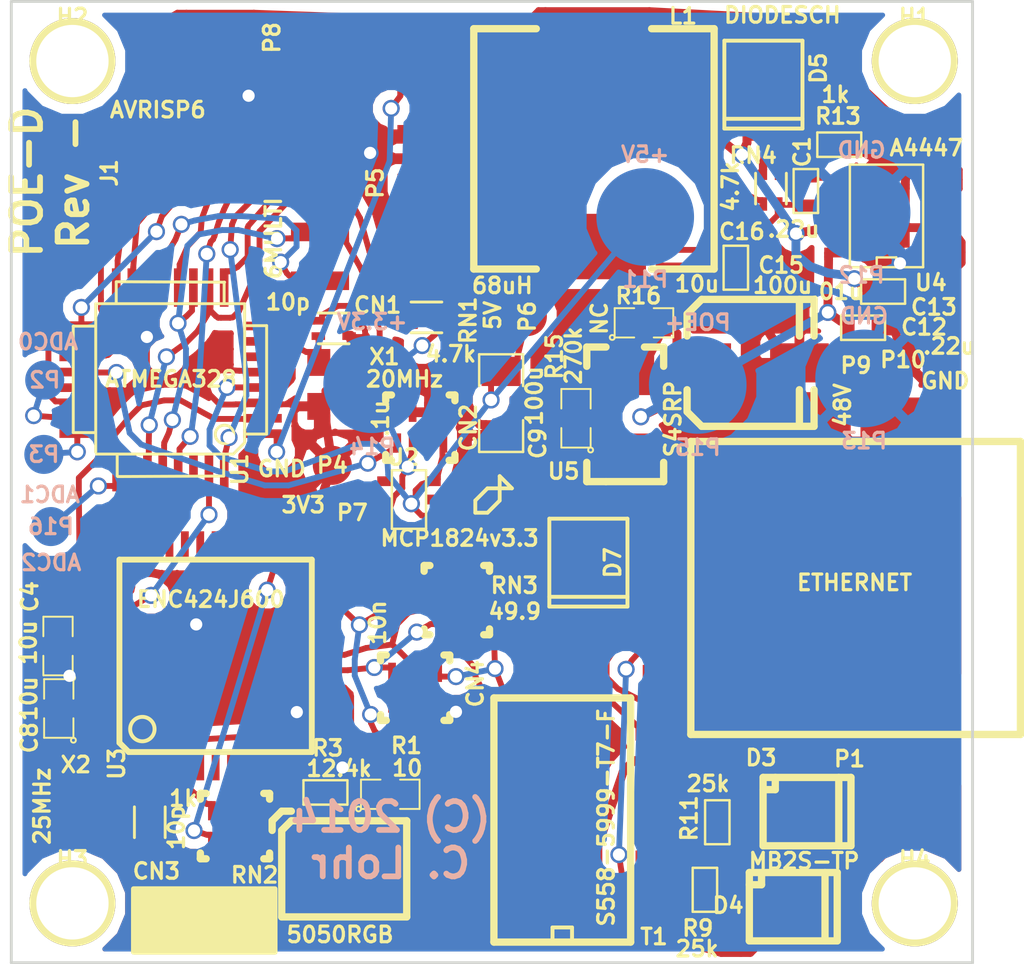
<source format=kicad_pcb>
(kicad_pcb (version 3) (host pcbnew "(2013-jul-07)-stable")
  (layers (15 F.Cu signal) (0 B.Cu signal) (18 B.Paste user) (19 F.Paste user) (20 B.SilkS user) (21 F.SilkS user) (22 B.Mask user) (23 F.Mask user) (28 Edge.Cuts user))
  (net 0 "")
  (net 1 +3.3V)
  (net 2 +5V)
  (net 3 /HighCOut)
  (net 4 /POE+)
  (net 5 /POE+A)
  (net 6 /POE+C)
  (net 7 /POEA)
  (net 8 /POEB)
  (net 9 /POEC)
  (net 10 /POED)
  (net 11 GND)
  (net 12 N-000001)
  (net 13 N-0000010)
  (net 14 N-0000011)
  (net 15 N-0000012)
  (net 16 N-0000014)
  (net 17 N-0000015)
  (net 18 N-0000016)
  (net 19 N-0000017)
  (net 20 N-0000018)
  (net 21 N-0000019)
  (net 22 N-0000020)
  (net 23 N-0000021)
  (net 24 N-0000022)
  (net 25 N-0000023)
  (net 26 N-0000024)
  (net 27 N-0000025)
  (net 28 N-0000026)
  (net 29 N-0000027)
  (net 30 N-0000028)
  (net 31 N-0000029)
  (net 32 N-000003)
  (net 33 N-0000030)
  (net 34 N-0000032)
  (net 35 N-0000033)
  (net 36 N-0000034)
  (net 37 N-0000035)
  (net 38 N-0000036)
  (net 39 N-0000037)
  (net 40 N-0000038)
  (net 41 N-0000039)
  (net 42 N-000004)
  (net 43 N-0000040)
  (net 44 N-0000041)
  (net 45 N-0000042)
  (net 46 N-0000043)
  (net 47 N-000005)
  (net 48 N-000006)
  (net 49 N-0000065)
  (net 50 N-0000066)
  (net 51 N-0000067)
  (net 52 N-000007)
  (net 53 N-0000070)
  (net 54 N-0000073)
  (net 55 N-0000074)
  (net 56 N-0000078)
  (net 57 N-000008)
  (net 58 N-000009)
  (module XTAL4P (layer F.Cu) (at 43.2424 76.4)
    (fp_text reference X2 (at 0.1154 -1.6986) (layer F.SilkS) (effects (font (size 0.8128 0.8128) (thickness 0.16764))))
    (fp_text value 25MHz (at -1.6372 0.4604 90) (layer F.SilkS) (effects (font (size 0.8128 0.8128) (thickness 0.16764))))
    (pad 4 smd rect (at 0 0) (size 1.397 1.1938) (layers F.Cu F.Paste F.Mask) (net 11 GND))
    (pad 1 smd rect (at 0 1.7018) (size 1.397 1.1938) (layers F.Cu F.Paste F.Mask) (net 49 N-0000065))
    (pad 3 smd rect (at 2.286 1.7018) (size 1.397 1.1938) (layers F.Cu F.Paste F.Mask) (net 11 GND))
    (pad 2 smd rect (at 2.286 0) (size 1.397 1.1938) (layers F.Cu F.Paste F.Mask) (net 50 N-0000066))
  )
  (module XTAL4P (layer F.Cu) (at 57.6974 53.778 270)
    (fp_text reference X1 (at -0.2949 -1.7138 360) (layer F.SilkS) (effects (font (size 0.8128 0.8128) (thickness 0.16764))))
    (fp_text value 20MHz (at 0.8651 -2.7538 360) (layer F.SilkS) (effects (font (size 0.8128 0.8128) (thickness 0.16764))))
    (pad 4 smd rect (at 0 0 270) (size 1.397 1.1938) (layers F.Cu F.Paste F.Mask) (net 11 GND))
    (pad 1 smd rect (at 0 1.7018 270) (size 1.397 1.1938) (layers F.Cu F.Paste F.Mask) (net 18 N-0000016))
    (pad 3 smd rect (at 2.286 1.7018 270) (size 1.397 1.1938) (layers F.Cu F.Paste F.Mask) (net 11 GND))
    (pad 2 smd rect (at 2.286 0 270) (size 1.397 1.1938) (layers F.Cu F.Paste F.Mask) (net 20 N-0000018))
  )
  (module SO8E-WITHPAD (layer F.Cu) (at 85.5241 46.1555 90)
    (fp_text reference U4 (at -3.4745 2.3059 180) (layer F.SilkS) (effects (font (size 0.8128 0.8128) (thickness 0.16764))))
    (fp_text value A4447 (at 3.5355 2.0759 180) (layer F.SilkS) (effects (font (size 0.8128 0.8128) (thickness 0.16764))))
    (pad 8 smd rect (at -1.905 -2.667 90) (size 0.508 1.143) (layers F.Cu F.Paste F.Mask) (net 5 /POE+A))
    (pad 1 smd rect (at -1.905 2.667 90) (size 0.508 1.143) (layers F.Cu F.Paste F.Mask) (net 58 N-000009))
    (pad 7 smd rect (at -0.635 -2.667 90) (size 0.508 1.143) (layers F.Cu F.Paste F.Mask) (net 3 /HighCOut))
    (pad 6 smd rect (at 0.635 -2.667 90) (size 0.508 1.143) (layers F.Cu F.Paste F.Mask) (net 2 +5V))
    (pad 5 smd rect (at 1.905 -2.667 90) (size 0.508 1.143) (layers F.Cu F.Paste F.Mask) (net 13 N-0000010))
    (pad 2 smd rect (at -0.635 2.667 90) (size 0.508 1.143) (layers F.Cu F.Paste F.Mask) (net 11 GND))
    (pad 3 smd rect (at 0.635 2.667 90) (size 0.508 1.143) (layers F.Cu F.Paste F.Mask) (net 53 N-0000070))
    (pad 4 smd rect (at 1.905 2.667 90) (size 0.508 1.143) (layers F.Cu F.Paste F.Mask) (net 11 GND))
    (pad 9 smd rect (at 0 0 90) (size 3.302 2.413) (layers F.Cu F.Paste F.Mask) (net 11 GND))
  )
  (module SMT_ETHERNET (layer F.Cu) (at 86.776 57.889)
    (fp_text reference P1 (at -3.175 16.51) (layer F.SilkS) (effects (font (size 0.8128 0.8128) (thickness 0.16764))))
    (fp_text value ETHERNET (at -2.916 7.341) (layer F.SilkS) (effects (font (size 0.8128 0.8128) (thickness 0.16764))))
    (pad 9 smd rect (at 0 0) (size 5.207 4.572) (layers F.Cu F.Paste F.Mask) (net 11 GND))
    (pad 8 smd rect (at -11.557 3.048) (size 4.7498 0.635) (layers F.Cu F.Paste F.Mask) (net 7 /POEA))
    (pad 7 smd rect (at -11.557 4.318) (size 4.7498 0.635) (layers F.Cu F.Paste F.Mask) (net 7 /POEA))
    (pad 6 smd rect (at -11.557 5.588) (size 4.7498 0.635) (layers F.Cu F.Paste F.Mask) (net 42 N-000004))
    (pad 5 smd rect (at -11.557 6.858) (size 4.7498 0.635) (layers F.Cu F.Paste F.Mask) (net 8 /POEB))
    (pad 4 smd rect (at -11.557 8.128) (size 4.7498 0.635) (layers F.Cu F.Paste F.Mask) (net 8 /POEB))
    (pad 3 smd rect (at -11.557 9.398) (size 4.7498 0.635) (layers F.Cu F.Paste F.Mask) (net 15 N-0000012))
    (pad 2 smd rect (at -11.557 10.668) (size 4.7498 0.635) (layers F.Cu F.Paste F.Mask) (net 47 N-000005))
    (pad 1 smd rect (at -11.557 11.938) (size 4.7498 0.635) (layers F.Cu F.Paste F.Mask) (net 51 N-0000067))
    (pad 10 smd rect (at 0 14.986) (size 5.207 4.572) (layers F.Cu F.Paste F.Mask) (net 11 GND))
  )
  (module RIBBON6SMT (layer F.Cu) (at 46.8172 37.6697)
    (fp_text reference J1 (at -1.7172 6.2503 90) (layer F.SilkS) (effects (font (size 0.8128 0.8128) (thickness 0.16764))))
    (fp_text value AVRISP6 (at 0.8078 2.9703) (layer F.SilkS) (effects (font (size 0.8128 0.8128) (thickness 0.16764))))
    (pad 2 smd rect (at 0 0) (size 0.9652 3.0226) (layers F.Cu F.Paste F.Mask) (net 2 +5V))
    (pad 4 smd rect (at 2.54 0) (size 0.9652 3.0226) (layers F.Cu F.Paste F.Mask) (net 55 N-0000074))
    (pad 6 smd rect (at 5.08 0) (size 0.9652 3.0226) (layers F.Cu F.Paste F.Mask) (net 11 GND))
    (pad 1 smd rect (at 0 5.5372) (size 0.9652 3.0226) (layers F.Cu F.Paste F.Mask) (net 48 N-000006))
    (pad 3 smd rect (at 2.54 5.5372) (size 0.9652 3.0226) (layers F.Cu F.Paste F.Mask) (net 52 N-000007))
    (pad 5 smd rect (at 5.08 5.5372) (size 0.9652 3.0226) (layers F.Cu F.Paste F.Mask) (net 22 N-0000020))
  )
  (module PanasonicD8Cap (layer F.Cu) (at 78.4544 53.7995 180)
    (fp_text reference C15 (at -1.5956 5.0795 180) (layer F.SilkS) (effects (font (size 0.8128 0.8128) (thickness 0.16764))))
    (fp_text value 100u (at -1.6656 4.0295 180) (layer F.SilkS) (effects (font (size 0.8128 0.8128) (thickness 0.16764))))
    (pad 1 smd rect (at -2.54 0 180) (size 3.048 2.032) (layers F.Cu F.Paste F.Mask) (net 11 GND))
    (pad 2 smd rect (at 2.54 0 180) (size 3.048 2.032) (layers F.Cu F.Paste F.Mask) (net 5 /POE+A))
  )
  (module NETWORK1206 (layer F.Cu) (at 61.2759 57.1687)
    (fp_text reference CN2 (at 2.5 0 90) (layer F.SilkS) (effects (font (size 0.8128 0.8128) (thickness 0.16764))))
    (fp_text value .1u (at -2.0659 -0.4687 90) (layer F.SilkS) (effects (font (size 0.8128 0.8128) (thickness 0.16764))))
    (pad 1 smd rect (at -1.2 0.8) (size 0.4 1) (layers F.Cu F.Paste F.Mask) (net 17 N-0000015))
    (pad 2 smd rect (at -0.4 0.8) (size 0.4 1) (layers F.Cu F.Paste F.Mask) (net 1 +3.3V))
    (pad 3 smd rect (at 0.4 0.8) (size 0.4 1) (layers F.Cu F.Paste F.Mask) (net 2 +5V))
    (pad 4 smd rect (at 1.2 0.8) (size 0.4 1) (layers F.Cu F.Paste F.Mask) (net 2 +5V))
    (pad 5 smd rect (at 1.2 -0.8) (size 0.4 1) (layers F.Cu F.Paste F.Mask) (net 11 GND))
    (pad 6 smd rect (at 0.4 -0.8) (size 0.4 1) (layers F.Cu F.Paste F.Mask) (net 11 GND))
    (pad 7 smd rect (at -0.4 -0.8) (size 0.4 1) (layers F.Cu F.Paste F.Mask) (net 11 GND))
    (pad 8 smd rect (at -1.2 -0.8) (size 0.4 1) (layers F.Cu F.Paste F.Mask) (net 11 GND))
  )
  (module NETWORK1206 (layer F.Cu) (at 63.1745 66.1392 90)
    (fp_text reference RN3 (at 0.7592 2.9955 180) (layer F.SilkS) (effects (font (size 0.8128 0.8128) (thickness 0.16764))))
    (fp_text value 49.9 (at -0.5908 3.0155 180) (layer F.SilkS) (effects (font (size 0.8128 0.8128) (thickness 0.16764))))
    (pad 1 smd rect (at -1.2 0.8 90) (size 0.4 1) (layers F.Cu F.Paste F.Mask) (net 39 N-0000037))
    (pad 2 smd rect (at -0.4 0.8 90) (size 0.4 1) (layers F.Cu F.Paste F.Mask) (net 39 N-0000037))
    (pad 3 smd rect (at 0.4 0.8 90) (size 0.4 1) (layers F.Cu F.Paste F.Mask) (net 43 N-0000040))
    (pad 4 smd rect (at 1.2 0.8 90) (size 0.4 1) (layers F.Cu F.Paste F.Mask) (net 43 N-0000040))
    (pad 5 smd rect (at 1.2 -0.8 90) (size 0.4 1) (layers F.Cu F.Paste F.Mask) (net 23 N-0000021))
    (pad 6 smd rect (at 0.4 -0.8 90) (size 0.4 1) (layers F.Cu F.Paste F.Mask) (net 38 N-0000036))
    (pad 7 smd rect (at -0.4 -0.8 90) (size 0.4 1) (layers F.Cu F.Paste F.Mask) (net 41 N-0000039))
    (pad 8 smd rect (at -1.2 -0.8 90) (size 0.4 1) (layers F.Cu F.Paste F.Mask) (net 33 N-0000030))
  )
  (module NETWORK1206 (layer F.Cu) (at 61.0055 70.6968)
    (fp_text reference CN4 (at 3.1295 -0.2118 90) (layer F.SilkS) (effects (font (size 0.8128 0.8128) (thickness 0.16764))))
    (fp_text value 10n (at -1.9505 -3.3868 90) (layer F.SilkS) (effects (font (size 0.8128 0.8128) (thickness 0.16764))))
    (pad 1 smd rect (at -1.2 0.8) (size 0.4 1) (layers F.Cu F.Paste F.Mask) (net 37 N-0000035))
    (pad 2 smd rect (at -0.4 0.8) (size 0.4 1) (layers F.Cu F.Paste F.Mask) (net 40 N-0000038))
    (pad 3 smd rect (at 0.4 0.8) (size 0.4 1) (layers F.Cu F.Paste F.Mask) (net 11 GND))
    (pad 4 smd rect (at 1.2 0.8) (size 0.4 1) (layers F.Cu F.Paste F.Mask) (net 11 GND))
    (pad 5 smd rect (at 1.2 -0.8) (size 0.4 1) (layers F.Cu F.Paste F.Mask) (net 43 N-0000040))
    (pad 6 smd rect (at 0.4 -0.8) (size 0.4 1) (layers F.Cu F.Paste F.Mask) (net 39 N-0000037))
    (pad 7 smd rect (at -0.4 -0.8) (size 0.4 1) (layers F.Cu F.Paste F.Mask) (net 41 N-0000039))
    (pad 8 smd rect (at -1.2 -0.8) (size 0.4 1) (layers F.Cu F.Paste F.Mask) (net 33 N-0000030))
  )
  (module NETWORK1206 (layer F.Cu) (at 51.6351 77.8944 180)
    (fp_text reference RN2 (at -1.0191 -2.5474 180) (layer F.SilkS) (effects (font (size 0.8128 0.8128) (thickness 0.16764))))
    (fp_text value 1k (at 2.6893 1.4404 180) (layer F.SilkS) (effects (font (size 0.8128 0.8128) (thickness 0.16764))))
    (pad 1 smd rect (at -1.2 0.8 180) (size 0.4 1) (layers F.Cu F.Paste F.Mask) (net 12 N-000001))
    (pad 2 smd rect (at -0.4 0.8 180) (size 0.4 1) (layers F.Cu F.Paste F.Mask) (net 14 N-0000011))
    (pad 3 smd rect (at 0.4 0.8 180) (size 0.4 1) (layers F.Cu F.Paste F.Mask) (net 1 +3.3V))
    (pad 4 smd rect (at 1.2 0.8 180) (size 0.4 1) (layers F.Cu F.Paste F.Mask) (net 1 +3.3V))
    (pad 5 smd rect (at 1.2 -0.8 180) (size 0.4 1) (layers F.Cu F.Paste F.Mask) (net 16 N-0000014))
    (pad 6 smd rect (at 0.4 -0.8 180) (size 0.4 1) (layers F.Cu F.Paste F.Mask) (net 44 N-0000041))
    (pad 7 smd rect (at -0.4 -0.8 180) (size 0.4 1) (layers F.Cu F.Paste F.Mask) (net 45 N-0000042))
    (pad 8 smd rect (at -1.2 -0.8 180) (size 0.4 1) (layers F.Cu F.Paste F.Mask) (net 46 N-0000043))
  )
  (module NETWORK0606 (layer F.Cu) (at 56.7704 52.0074 180)
    (fp_text reference CN1 (at -2.2846 1.2074 180) (layer F.SilkS) (effects (font (size 0.8128 0.8128) (thickness 0.16764))))
    (fp_text value 10p (at 2.3749 1.3686 180) (layer F.SilkS) (effects (font (size 0.8128 0.8128) (thickness 0.16764))))
    (pad 1 smd rect (at -0.8 -0.4 180) (size 0.7 0.4) (layers F.Cu F.Paste F.Mask) (net 11 GND))
    (pad 2 smd rect (at 0.8 -0.4 180) (size 0.7 0.4) (layers F.Cu F.Paste F.Mask) (net 18 N-0000016))
    (pad 3 smd rect (at -0.8 0.4 180) (size 0.7 0.4) (layers F.Cu F.Paste F.Mask) (net 11 GND))
    (pad 4 smd rect (at 0.8 0.4 180) (size 0.7 0.4) (layers F.Cu F.Paste F.Mask) (net 20 N-0000018))
  )
  (module NETWORK0606 (layer F.Cu) (at 47.2045 77.6939 270)
    (fp_text reference CN3 (at 2.5447 -0.3443 360) (layer F.SilkS) (effects (font (size 0.8128 0.8128) (thickness 0.16764))))
    (fp_text value 10p (at 0.2841 -1.3857 270) (layer F.SilkS) (effects (font (size 0.8128 0.8128) (thickness 0.16764))))
    (pad 1 smd rect (at -0.8 -0.4 270) (size 0.7 0.4) (layers F.Cu F.Paste F.Mask) (net 49 N-0000065))
    (pad 2 smd rect (at 0.8 -0.4 270) (size 0.7 0.4) (layers F.Cu F.Paste F.Mask) (net 11 GND))
    (pad 3 smd rect (at -0.8 0.4 270) (size 0.7 0.4) (layers F.Cu F.Paste F.Mask) (net 50 N-0000066))
    (pad 4 smd rect (at 0.8 0.4 270) (size 0.7 0.4) (layers F.Cu F.Paste F.Mask) (net 11 GND))
  )
  (module DO-214AA (layer F.Cu) (at 71.9336 56.476 90)
    (fp_text reference U5 (at -2.964 -3.2036 180) (layer F.SilkS) (effects (font (size 0.8128 0.8128) (thickness 0.16764))))
    (fp_text value S4SRP (at -0.244 2.4864 90) (layer F.SilkS) (effects (font (size 0.8128 0.8128) (thickness 0.16764))))
    (pad 3 smd rect (at -1.99898 0 90) (size 1.99898 2.79908) (layers F.Cu F.Paste F.Mask) (net 6 /POE+C))
    (pad 2 smd rect (at 1.99898 -1.00076 90) (size 1.99898 1.00076) (layers F.Cu F.Paste F.Mask) (net 21 N-0000019))
    (pad 1 smd rect (at 1.99898 1.00076 90) (size 1.99898 1.00076) (layers F.Cu F.Paste F.Mask) (net 5 /POE+A))
  )
  (module BOURNS-SRR1280 (layer F.Cu) (at 70.3075 42.669 90)
    (fp_text reference L1 (at 6.909 4.6325 180) (layer F.SilkS) (effects (font (size 0.8128 0.8128) (thickness 0.16764))))
    (fp_text value 68uH (at -7.111 -4.7675 180) (layer F.SilkS) (effects (font (size 0.8128 0.8128) (thickness 0.16764))))
    (pad 1 smd rect (at -5.08 0 90) (size 3.4036 5.4102) (layers F.Cu F.Paste F.Mask) (net 2 +5V))
    (pad 2 smd rect (at 5.08 0 90) (size 3.4036 5.4102) (layers F.Cu F.Paste F.Mask) (net 3 /HighCOut))
  )
  (module BESOP-4 (layer F.Cu) (at 81.2998 77.174 180)
    (fp_text reference D3 (at 2.2998 2.834 180) (layer F.SilkS) (effects (font (size 0.8128 0.8128) (thickness 0.16764))))
    (fp_text value MB2S-TP (at 0.0598 -2.536 180) (layer F.SilkS) (effects (font (size 0.8128 0.8128) (thickness 0.16764))))
    (pad 4 smd rect (at -3.08864 1.30302 270) (size 0.762 1.016) (layers F.Cu F.Paste F.Mask) (net 11 GND))
    (pad 3 smd rect (at -3.08864 -1.36398 270) (size 0.762 1.016) (layers F.Cu F.Paste F.Mask) (net 4 /POE+))
    (pad 1 smd rect (at 2.90576 1.30302 270) (size 0.762 1.016) (layers F.Cu F.Paste F.Mask) (net 8 /POEB))
    (pad 2 smd rect (at 2.90576 -1.38938 270) (size 0.762 1.016) (layers F.Cu F.Paste F.Mask) (net 7 /POEA))
  )
  (module BESOP-4 (layer F.Cu) (at 80.5845 82.1204 180)
    (fp_text reference D4 (at 3.29946 0.09906 180) (layer F.SilkS) (effects (font (size 0.8128 0.8128) (thickness 0.16764))))
    (fp_text value MB2S-TP hide)
    (pad 4 smd rect (at -3.08864 1.30302 270) (size 0.762 1.016) (layers F.Cu F.Paste F.Mask) (net 11 GND))
    (pad 3 smd rect (at -3.08864 -1.36398 270) (size 0.762 1.016) (layers F.Cu F.Paste F.Mask) (net 4 /POE+))
    (pad 1 smd rect (at 2.90576 1.30302 270) (size 0.762 1.016) (layers F.Cu F.Paste F.Mask) (net 10 /POED))
    (pad 2 smd rect (at 2.90576 -1.38938 270) (size 0.762 1.016) (layers F.Cu F.Paste F.Mask) (net 9 /POEC))
  )
  (module BELFuse-S553 (layer F.Cu) (at 68.6597 77.5781 90)
    (fp_text reference T1 (at -6.0719 4.7703 180) (layer F.SilkS) (effects (font (size 0.8128 0.8128) (thickness 0.16764))))
    (fp_text value S558-5999-T7-F (at 0.127 2.286 90) (layer F.SilkS) (effects (font (size 0.8128 0.8128) (thickness 0.16764))))
    (pad 1 smd rect (at -4.445 4.699 90) (size 0.635 1.778) (layers F.Cu F.Paste F.Mask) (net 47 N-000005))
    (pad 2 smd rect (at -3.175 4.699 90) (size 0.635 1.778) (layers F.Cu F.Paste F.Mask) (net 9 /POEC))
    (pad 3 smd rect (at -1.905 4.699 90) (size 0.635 1.778) (layers F.Cu F.Paste F.Mask) (net 51 N-0000067))
    (pad 4 smd rect (at -0.635 4.699 90) (size 0.635 1.778) (layers F.Cu F.Paste F.Mask))
    (pad 5 smd rect (at 0.635 4.699 90) (size 0.635 1.778) (layers F.Cu F.Paste F.Mask))
    (pad 6 smd rect (at 1.905 4.699 90) (size 0.635 1.778) (layers F.Cu F.Paste F.Mask) (net 15 N-0000012))
    (pad 7 smd rect (at 3.175 4.699 90) (size 0.635 1.778) (layers F.Cu F.Paste F.Mask) (net 10 /POED))
    (pad 8 smd rect (at 4.445 4.699 90) (size 0.635 1.778) (layers F.Cu F.Paste F.Mask) (net 42 N-000004))
    (pad 9 smd rect (at 4.445 -4.699 90) (size 0.635 1.778) (layers F.Cu F.Paste F.Mask) (net 40 N-0000038))
    (pad 10 smd rect (at 3.175 -4.699 90) (size 0.635 1.778) (layers F.Cu F.Paste F.Mask) (net 39 N-0000037))
    (pad 11 smd rect (at 1.905 -4.699 90) (size 0.635 1.778) (layers F.Cu F.Paste F.Mask) (net 37 N-0000035))
    (pad 12 smd rect (at 0.635 -4.699 90) (size 0.635 1.778) (layers F.Cu F.Paste F.Mask))
    (pad 13 smd rect (at -0.635 -4.699 90) (size 0.635 1.778) (layers F.Cu F.Paste F.Mask))
    (pad 14 smd rect (at -1.905 -4.699 90) (size 0.635 1.778) (layers F.Cu F.Paste F.Mask) (net 38 N-0000036))
    (pad 15 smd rect (at -3.175 -4.699 90) (size 0.635 1.778) (layers F.Cu F.Paste F.Mask) (net 43 N-0000040))
    (pad 16 smd rect (at -4.445 -4.699 90) (size 0.635 1.778) (layers F.Cu F.Paste F.Mask) (net 23 N-0000021))
  )
  (module .1SMTPIN (layer F.Cu) (at 83.9363 53.9361)
    (fp_text reference P9 (at 0 0) (layer F.SilkS) (effects (font (size 0.8128 0.8128) (thickness 0.16764))))
    (fp_text value 48V (at -0.6963 2.0639 90) (layer F.SilkS) (effects (font (size 0.8128 0.8128) (thickness 0.16764))))
    (pad 1 smd circle (at 0 0) (size 2.032 2.032) (layers F.Cu F.Paste F.Mask) (net 5 /POE+A))
  )
  (module .1SMTPIN (layer F.Cu) (at 86.3866 53.6379)
    (fp_text reference P10 (at 0 0) (layer F.SilkS) (effects (font (size 0.8128 0.8128) (thickness 0.16764))))
    (fp_text value GND (at 2.2034 1.1021) (layer F.SilkS) (effects (font (size 0.8128 0.8128) (thickness 0.16764))))
    (pad 1 smd circle (at 0 0) (size 2.032 2.032) (layers F.Cu F.Paste F.Mask) (net 11 GND))
  )
  (module .1SMTPIN (layer B.Cu) (at 41.693 58.561)
    (fp_text reference P3 (at 0 0) (layer B.SilkS) (effects (font (size 0.8128 0.8128) (thickness 0.16764)) (justify mirror)))
    (fp_text value ADC1 (at 0.3054 2.0957) (layer B.SilkS) (effects (font (size 0.8128 0.8128) (thickness 0.16764)) (justify mirror)))
    (pad 1 smd circle (at 0 0) (size 2.032 2.032) (layers B.Cu B.Paste B.Mask) (net 57 N-000008))
  )
  (module .1SMTPIN (layer B.Cu) (at 41.739 54.6933)
    (fp_text reference P2 (at 0 0) (layer B.SilkS) (effects (font (size 0.8128 0.8128) (thickness 0.16764)) (justify mirror)))
    (fp_text value ADC0 (at 0.171 -1.9883) (layer B.SilkS) (effects (font (size 0.8128 0.8128) (thickness 0.16764)) (justify mirror)))
    (pad 1 smd circle (at 0 0) (size 2.032 2.032) (layers B.Cu B.Paste B.Mask) (net 54 N-0000073))
  )
  (module .1SMTPIN (layer F.Cu) (at 66.8437 51.3888 270)
    (fp_text reference P6 (at 0 0 270) (layer F.SilkS) (effects (font (size 0.8128 0.8128) (thickness 0.16764))))
    (fp_text value 5V (at -0.0588 1.8037 270) (layer F.SilkS) (effects (font (size 0.8128 0.8128) (thickness 0.16764))))
    (pad 1 smd circle (at 0 0 270) (size 2.032 2.032) (layers F.Cu F.Paste F.Mask) (net 2 +5V))
  )
  (module .1SMTPIN (layer F.Cu) (at 57.7355 61.5911)
    (fp_text reference P7 (at 0 0) (layer F.SilkS) (effects (font (size 0.8128 0.8128) (thickness 0.16764))))
    (fp_text value 3V3 (at -2.5455 -0.4011) (layer F.SilkS) (effects (font (size 0.8128 0.8128) (thickness 0.16764))))
    (pad 1 smd circle (at 0 0) (size 2.032 2.032) (layers F.Cu F.Paste F.Mask) (net 1 +3.3V))
  )
  (module .1SMTPIN (layer F.Cu) (at 56.6992 59.1294)
    (fp_text reference P4 (at 0 0) (layer F.SilkS) (effects (font (size 0.8128 0.8128) (thickness 0.16764))))
    (fp_text value GND (at -2.6292 0.1806) (layer F.SilkS) (effects (font (size 0.8128 0.8128) (thickness 0.16764))))
    (pad 1 smd circle (at 0 0) (size 2.032 2.032) (layers F.Cu F.Paste F.Mask) (net 11 GND))
  )
  (module TQFP44 (layer F.Cu) (at 50.6281 69.0382 90)
    (fp_text reference U3 (at -5.6145 -5.1492 90) (layer F.SilkS) (effects (font (size 0.8128 0.8128) (thickness 0.16764))))
    (fp_text value ENC424J600 (at 2.9355 -0.2492 180) (layer F.SilkS) (effects (font (size 0.8128 0.8128) (thickness 0.16764))))
    (pad 39 smd rect (at 0 -5.715 90) (size 0.4064 1.524) (layers F.Cu F.Paste F.Mask))
    (pad 40 smd rect (at -0.8001 -5.715 90) (size 0.4064 1.524) (layers F.Cu F.Paste F.Mask))
    (pad 41 smd rect (at -1.6002 -5.715 90) (size 0.4064 1.524) (layers F.Cu F.Paste F.Mask))
    (pad 42 smd rect (at -2.4003 -5.715 90) (size 0.4064 1.524) (layers F.Cu F.Paste F.Mask) (net 11 GND))
    (pad 43 smd rect (at -3.2004 -5.715 90) (size 0.4064 1.524) (layers F.Cu F.Paste F.Mask) (net 19 N-0000017))
    (pad 44 smd rect (at -4.0005 -5.715 90) (size 0.4064 1.524) (layers F.Cu F.Paste F.Mask) (net 1 +3.3V))
    (pad 38 smd rect (at 0.8001 -5.715 90) (size 0.4064 1.524) (layers F.Cu F.Paste F.Mask))
    (pad 37 smd rect (at 1.6002 -5.715 90) (size 0.4064 1.524) (layers F.Cu F.Paste F.Mask) (net 24 N-0000022))
    (pad 36 smd rect (at 2.4003 -5.715 90) (size 0.4064 1.524) (layers F.Cu F.Paste F.Mask) (net 25 N-0000023))
    (pad 35 smd rect (at 3.2004 -5.715 90) (size 0.4064 1.524) (layers F.Cu F.Paste F.Mask) (net 26 N-0000024))
    (pad 34 smd rect (at 4.0005 -5.715 90) (size 0.4064 1.524) (layers F.Cu F.Paste F.Mask) (net 27 N-0000025))
    (pad 17 smd rect (at 0 5.715 90) (size 0.4064 1.524) (layers F.Cu F.Paste F.Mask) (net 41 N-0000039))
    (pad 16 smd rect (at -0.8001 5.715 90) (size 0.4064 1.524) (layers F.Cu F.Paste F.Mask) (net 33 N-0000030))
    (pad 15 smd rect (at -1.6002 5.715 90) (size 0.4064 1.524) (layers F.Cu F.Paste F.Mask) (net 1 +3.3V))
    (pad 14 smd rect (at -2.4003 5.715 90) (size 0.4064 1.524) (layers F.Cu F.Paste F.Mask) (net 11 GND))
    (pad 13 smd rect (at -3.2004 5.715 90) (size 0.4064 1.524) (layers F.Cu F.Paste F.Mask) (net 11 GND))
    (pad 12 smd rect (at -4.0005 5.715 90) (size 0.4064 1.524) (layers F.Cu F.Paste F.Mask) (net 1 +3.3V))
    (pad 18 smd rect (at 0.8001 5.715 90) (size 0.4064 1.524) (layers F.Cu F.Paste F.Mask) (net 1 +3.3V))
    (pad 19 smd rect (at 1.6002 5.715 90) (size 0.4064 1.524) (layers F.Cu F.Paste F.Mask) (net 11 GND))
    (pad 20 smd rect (at 2.4003 5.715 90) (size 0.4064 1.524) (layers F.Cu F.Paste F.Mask) (net 38 N-0000036))
    (pad 21 smd rect (at 3.2004 5.715 90) (size 0.4064 1.524) (layers F.Cu F.Paste F.Mask) (net 23 N-0000021))
    (pad 22 smd rect (at 4.0005 5.715 90) (size 0.4064 1.524) (layers F.Cu F.Paste F.Mask) (net 11 GND))
    (pad 6 smd rect (at -5.715 0 90) (size 1.524 0.4064) (layers F.Cu F.Paste F.Mask))
    (pad 28 smd rect (at 5.715 0 90) (size 1.524 0.4064) (layers F.Cu F.Paste F.Mask))
    (pad 7 smd rect (at -5.715 0.8001 90) (size 1.524 0.4064) (layers F.Cu F.Paste F.Mask))
    (pad 27 smd rect (at 5.715 0.8001 90) (size 1.524 0.4064) (layers F.Cu F.Paste F.Mask))
    (pad 26 smd rect (at 5.715 1.6002 90) (size 1.524 0.4064) (layers F.Cu F.Paste F.Mask))
    (pad 8 smd rect (at -5.715 1.6002 90) (size 1.524 0.4064) (layers F.Cu F.Paste F.Mask))
    (pad 9 smd rect (at -5.715 2.4003 90) (size 1.524 0.4064) (layers F.Cu F.Paste F.Mask) (net 14 N-0000011))
    (pad 25 smd rect (at 5.715 2.4003 90) (size 1.524 0.4064) (layers F.Cu F.Paste F.Mask))
    (pad 24 smd rect (at 5.715 3.2004 90) (size 1.524 0.4064) (layers F.Cu F.Paste F.Mask) (net 16 N-0000014))
    (pad 10 smd rect (at -5.715 3.2004 90) (size 1.524 0.4064) (layers F.Cu F.Paste F.Mask) (net 12 N-000001))
    (pad 11 smd rect (at -5.715 4.0005 90) (size 1.524 0.4064) (layers F.Cu F.Paste F.Mask) (net 32 N-000003))
    (pad 23 smd rect (at 5.715 4.0005 90) (size 1.524 0.4064) (layers F.Cu F.Paste F.Mask))
    (pad 29 smd rect (at 5.715 -0.8001 90) (size 1.524 0.4064) (layers F.Cu F.Paste F.Mask))
    (pad 5 smd rect (at -5.715 -0.8001 90) (size 1.524 0.4064) (layers F.Cu F.Paste F.Mask))
    (pad 4 smd rect (at -5.715 -1.6002 90) (size 1.524 0.4064) (layers F.Cu F.Paste F.Mask) (net 1 +3.3V))
    (pad 30 smd rect (at 5.715 -1.6002 90) (size 1.524 0.4064) (layers F.Cu F.Paste F.Mask))
    (pad 31 smd rect (at 5.715 -2.4003 90) (size 1.524 0.4064) (layers F.Cu F.Paste F.Mask))
    (pad 3 smd rect (at -5.715 -2.4003 90) (size 1.524 0.4064) (layers F.Cu F.Paste F.Mask) (net 49 N-0000065))
    (pad 2 smd rect (at -5.715 -3.2004 90) (size 1.524 0.4064) (layers F.Cu F.Paste F.Mask) (net 50 N-0000066))
    (pad 32 smd rect (at 5.715 -3.2004 90) (size 1.524 0.4064) (layers F.Cu F.Paste F.Mask))
    (pad 33 smd rect (at 5.715 -4.0005 90) (size 1.524 0.4064) (layers F.Cu F.Paste F.Mask) (net 11 GND))
    (pad 1 smd rect (at -5.715 -4.0005 90) (size 1.524 0.4064) (layers F.Cu F.Paste F.Mask) (net 11 GND))
  )
  (module TQFP32 (layer F.Cu) (at 48.2529 54.6582 180)
    (fp_text reference U1 (at -3.6318 -4.6836 270) (layer F.SilkS) (effects (font (size 0.8128 0.8128) (thickness 0.16764))))
    (fp_text value ATMEGA328 (at -0.0518 0.0164 180) (layer F.SilkS) (effects (font (size 0.8128 0.8128) (thickness 0.16764))))
    (pad 8 smd rect (at -4.81584 2.77622 180) (size 1.99898 0.44958) (layers F.Cu F.Paste F.Mask) (net 20 N-0000018))
    (pad 7 smd rect (at -4.81584 1.97612 180) (size 1.99898 0.44958) (layers F.Cu F.Paste F.Mask) (net 18 N-0000016))
    (pad 6 smd rect (at -4.81584 1.17602 180) (size 1.99898 0.44958) (layers F.Cu F.Paste F.Mask) (net 2 +5V))
    (pad 5 smd rect (at -4.81584 0.37592 180) (size 1.99898 0.44958) (layers F.Cu F.Paste F.Mask) (net 11 GND))
    (pad 4 smd rect (at -4.81584 -0.42418 180) (size 1.99898 0.44958) (layers F.Cu F.Paste F.Mask) (net 2 +5V))
    (pad 3 smd rect (at -4.81584 -1.22428 180) (size 1.99898 0.44958) (layers F.Cu F.Paste F.Mask) (net 11 GND))
    (pad 2 smd rect (at -4.81584 -2.02438 180) (size 1.99898 0.44958) (layers F.Cu F.Paste F.Mask) (net 24 N-0000022))
    (pad 1 smd rect (at -4.81584 -2.82448 180) (size 1.99898 0.44958) (layers F.Cu F.Paste F.Mask) (net 28 N-0000026))
    (pad 24 smd rect (at 4.7498 -2.8194 180) (size 1.99898 0.44958) (layers F.Cu F.Paste F.Mask) (net 57 N-000008))
    (pad 17 smd rect (at 4.7498 2.794 180) (size 1.99898 0.44958) (layers F.Cu F.Paste F.Mask) (net 52 N-000007))
    (pad 18 smd rect (at 4.7498 1.9812 180) (size 1.99898 0.44958) (layers F.Cu F.Paste F.Mask) (net 2 +5V))
    (pad 19 smd rect (at 4.7498 1.1684 180) (size 1.99898 0.44958) (layers F.Cu F.Paste F.Mask) (net 55 N-0000074))
    (pad 20 smd rect (at 4.7498 0.381 180) (size 1.99898 0.44958) (layers F.Cu F.Paste F.Mask) (net 17 N-0000015))
    (pad 21 smd rect (at 4.7498 -0.4318 180) (size 1.99898 0.44958) (layers F.Cu F.Paste F.Mask) (net 11 GND))
    (pad 22 smd rect (at 4.7498 -1.2192 180) (size 1.99898 0.44958) (layers F.Cu F.Paste F.Mask) (net 52 N-000007))
    (pad 23 smd rect (at 4.7498 -2.032 180) (size 1.99898 0.44958) (layers F.Cu F.Paste F.Mask) (net 54 N-0000073))
    (pad 32 smd rect (at -2.82448 -4.826 180) (size 0.44958 1.99898) (layers F.Cu F.Paste F.Mask) (net 29 N-0000027))
    (pad 31 smd rect (at -2.02692 -4.826 180) (size 0.44958 1.99898) (layers F.Cu F.Paste F.Mask) (net 25 N-0000023))
    (pad 30 smd rect (at -1.22428 -4.826 180) (size 0.44958 1.99898) (layers F.Cu F.Paste F.Mask) (net 26 N-0000024))
    (pad 29 smd rect (at -0.42672 -4.826 180) (size 0.44958 1.99898) (layers F.Cu F.Paste F.Mask) (net 22 N-0000020))
    (pad 28 smd rect (at 0.37592 -4.826 180) (size 0.44958 1.99898) (layers F.Cu F.Paste F.Mask) (net 30 N-0000028))
    (pad 27 smd rect (at 1.17348 -4.826 180) (size 0.44958 1.99898) (layers F.Cu F.Paste F.Mask) (net 35 N-0000033))
    (pad 26 smd rect (at 1.97612 -4.826 180) (size 0.44958 1.99898) (layers F.Cu F.Paste F.Mask) (net 27 N-0000025))
    (pad 25 smd rect (at 2.77368 -4.826 180) (size 0.44958 1.99898) (layers F.Cu F.Paste F.Mask) (net 36 N-0000034))
    (pad 9 smd rect (at -2.8194 4.7752 180) (size 0.44958 1.99898) (layers F.Cu F.Paste F.Mask) (net 31 N-0000029))
    (pad 10 smd rect (at -2.032 4.7752 180) (size 0.44958 1.99898) (layers F.Cu F.Paste F.Mask) (net 35 N-0000033))
    (pad 11 smd rect (at -1.2192 4.7752 180) (size 0.44958 1.99898) (layers F.Cu F.Paste F.Mask) (net 30 N-0000028))
    (pad 12 smd rect (at -0.4318 4.7752 180) (size 0.44958 1.99898) (layers F.Cu F.Paste F.Mask) (net 56 N-0000078))
    (pad 13 smd rect (at 0.3556 4.7752 180) (size 0.44958 1.99898) (layers F.Cu F.Paste F.Mask) (net 34 N-0000032))
    (pad 14 smd rect (at 1.1684 4.7752 180) (size 0.44958 1.99898) (layers F.Cu F.Paste F.Mask) (net 11 GND))
    (pad 15 smd rect (at 1.9812 4.7752 180) (size 0.44958 1.99898) (layers F.Cu F.Paste F.Mask) (net 55 N-0000074))
    (pad 16 smd rect (at 2.794 4.7752 180) (size 0.44958 1.99898) (layers F.Cu F.Paste F.Mask) (net 48 N-000006))
  )
  (module SOT23-5 (layer F.Cu) (at 60.686 60.908 90)
    (fp_text reference U2 (at 2.19964 -0.29972 180) (layer F.SilkS) (effects (font (size 0.8128 0.8128) (thickness 0.16764))))
    (fp_text value MCP1824v3.3 (at -2.012 2.634 180) (layer F.SilkS) (effects (font (size 0.8128 0.8128) (thickness 0.16764))))
    (pad 1 smd rect (at -0.9525 1.27 90) (size 0.508 0.762) (layers F.Cu F.Paste F.Mask) (net 2 +5V))
    (pad 3 smd rect (at 0.9525 1.27 90) (size 0.508 0.762) (layers F.Cu F.Paste F.Mask) (net 2 +5V))
    (pad 5 smd rect (at -0.9525 -1.27 90) (size 0.508 0.762) (layers F.Cu F.Paste F.Mask) (net 1 +3.3V))
    (pad 2 smd rect (at 0 1.27 90) (size 0.508 0.762) (layers F.Cu F.Paste F.Mask) (net 11 GND))
    (pad 4 smd rect (at 0.9525 -1.27 90) (size 0.508 0.762) (layers F.Cu F.Paste F.Mask))
  )
  (module SM1206 (layer F.Cu) (at 65.4791 55.8938 270)
    (fp_text reference C9 (at 2.0962 -1.9109 270) (layer F.SilkS) (effects (font (size 0.8128 0.8128) (thickness 0.16764))))
    (fp_text value 100u (at -0.3738 -1.7309 270) (layer F.SilkS) (effects (font (size 0.8128 0.8128) (thickness 0.16764))))
    (pad 1 smd rect (at -1.651 0 270) (size 1.524 2.032) (layers F.Cu F.Paste F.Mask) (net 2 +5V))
    (pad 2 smd rect (at 1.651 0 270) (size 1.524 2.032) (layers F.Cu F.Paste F.Mask) (net 11 GND))
  )
  (module SM0805 (layer F.Cu) (at 59.7138 76.24)
    (fp_text reference R1 (at 0.8362 -2.53) (layer F.SilkS) (effects (font (size 0.8128 0.8128) (thickness 0.16764))))
    (fp_text value 10 (at 0.8862 -1.36) (layer F.SilkS) (effects (font (size 0.8128 0.8128) (thickness 0.16764))))
    (pad 1 smd rect (at -0.9525 0) (size 0.889 1.397) (layers F.Cu F.Paste F.Mask) (net 1 +3.3V))
    (pad 2 smd rect (at 0.9525 0) (size 0.889 1.397) (layers F.Cu F.Paste F.Mask) (net 43 N-0000040))
  )
  (module SM0805 (layer F.Cu) (at 42.4301 68.5282 90)
    (fp_text reference C4 (at 2.5682 -1.4601 90) (layer F.SilkS) (effects (font (size 0.8128 0.8128) (thickness 0.16764))))
    (fp_text value 10u (at 0.1782 -1.5401 90) (layer F.SilkS) (effects (font (size 0.8128 0.8128) (thickness 0.16764))))
    (pad 1 smd rect (at -0.9525 0 90) (size 0.889 1.397) (layers F.Cu F.Paste F.Mask) (net 11 GND))
    (pad 2 smd rect (at 0.9525 0 90) (size 0.889 1.397) (layers F.Cu F.Paste F.Mask) (net 19 N-0000017))
  )
  (module SM0805 (layer F.Cu) (at 42.4697 71.7775 90)
    (fp_text reference C8 (at -1.5225 -1.5297 90) (layer F.SilkS) (effects (font (size 0.8128 0.8128) (thickness 0.16764))))
    (fp_text value 10u (at 0.5075 -1.5497 90) (layer F.SilkS) (effects (font (size 0.8128 0.8128) (thickness 0.16764))))
    (pad 1 smd rect (at -0.9525 0 90) (size 0.889 1.397) (layers F.Cu F.Paste F.Mask) (net 1 +3.3V))
    (pad 2 smd rect (at 0.9525 0 90) (size 0.889 1.397) (layers F.Cu F.Paste F.Mask) (net 11 GND))
  )
  (module SM0805 (layer F.Cu) (at 69.3727 56.6816 90)
    (fp_text reference R15 (at 3.2116 -1.1227 90) (layer F.SilkS) (effects (font (size 0.8128 0.8128) (thickness 0.16764))))
    (fp_text value 270k (at 3.2616 -0.1327 90) (layer F.SilkS) (effects (font (size 0.8128 0.8128) (thickness 0.16764))))
    (pad 1 smd rect (at -0.9525 0 90) (size 0.889 1.397) (layers F.Cu F.Paste F.Mask) (net 6 /POE+C))
    (pad 2 smd rect (at 0.9525 0 90) (size 0.889 1.397) (layers F.Cu F.Paste F.Mask) (net 21 N-0000019))
  )
  (module SM0805 (layer F.Cu) (at 72.9094 51.7169)
    (fp_text reference R16 (at -0.2894 -1.3969) (layer F.SilkS) (effects (font (size 0.8128 0.8128) (thickness 0.16764))))
    (fp_text value NC (at -2.3194 -0.2269 90) (layer F.SilkS) (effects (font (size 0.8128 0.8128) (thickness 0.16764))))
    (pad 1 smd rect (at -0.9525 0) (size 0.889 1.397) (layers F.Cu F.Paste F.Mask) (net 21 N-0000019))
    (pad 2 smd rect (at 0.9525 0) (size 0.889 1.397) (layers F.Cu F.Paste F.Mask) (net 5 /POE+A))
  )
  (module SM0603 (layer F.Cu) (at 77.687 48.85 270)
    (fp_text reference C16 (at -1.88 -0.313 360) (layer F.SilkS) (effects (font (size 0.8128 0.8128) (thickness 0.16764))))
    (fp_text value 10u (at 0.85 2.017 360) (layer F.SilkS) (effects (font (size 0.8128 0.8128) (thickness 0.16764))))
    (pad 1 smd rect (at -0.762 0 270) (size 0.635 1.143) (layers F.Cu F.Paste F.Mask) (net 2 +5V))
    (pad 2 smd rect (at 0.762 0 270) (size 0.635 1.143) (layers F.Cu F.Paste F.Mask) (net 11 GND))
  )
  (module SM0603 (layer F.Cu) (at 85.3468 50.0891)
    (fp_text reference C13 (at 2.6432 0.8109) (layer F.SilkS) (effects (font (size 0.8128 0.8128) (thickness 0.16764))))
    (fp_text value .01u (at -2.3868 0.0009) (layer F.SilkS) (effects (font (size 0.8128 0.8128) (thickness 0.16764))))
    (pad 1 smd rect (at -0.762 0) (size 0.635 1.143) (layers F.Cu F.Paste F.Mask) (net 3 /HighCOut))
    (pad 2 smd rect (at 0.762 0) (size 0.635 1.143) (layers F.Cu F.Paste F.Mask) (net 58 N-000009))
  )
  (module SM0603 (layer F.Cu) (at 83.0682 42.4505)
    (fp_text reference R13 (at -0.0682 -1.4805) (layer F.SilkS) (effects (font (size 0.8128 0.8128) (thickness 0.16764))))
    (fp_text value 1k (at -0.1982 -2.6105) (layer F.SilkS) (effects (font (size 0.8128 0.8128) (thickness 0.16764))))
    (pad 1 smd rect (at -0.762 0) (size 0.635 1.143) (layers F.Cu F.Paste F.Mask) (net 13 N-0000010))
    (pad 2 smd rect (at 0.762 0) (size 0.635 1.143) (layers F.Cu F.Paste F.Mask) (net 11 GND))
  )
  (module SM0603 (layer F.Cu) (at 84.307 51.9712 180)
    (fp_text reference C12 (at -3.173 0.0312 180) (layer F.SilkS) (effects (font (size 0.8128 0.8128) (thickness 0.16764))))
    (fp_text value .22u (at -4.473 -0.9588 180) (layer F.SilkS) (effects (font (size 0.8128 0.8128) (thickness 0.16764))))
    (pad 1 smd rect (at -0.762 0 180) (size 0.635 1.143) (layers F.Cu F.Paste F.Mask) (net 11 GND))
    (pad 2 smd rect (at 0.762 0 180) (size 0.635 1.143) (layers F.Cu F.Paste F.Mask) (net 5 /POE+A))
  )
  (module SM0603 (layer F.Cu) (at 76.7237 77.6938 90)
    (fp_text reference R11 (at 0.2038 -1.4637 90) (layer F.SilkS) (effects (font (size 0.8128 0.8128) (thickness 0.16764))))
    (fp_text value 25k (at 2.0038 -0.4837 180) (layer F.SilkS) (effects (font (size 0.8128 0.8128) (thickness 0.16764))))
    (pad 1 smd rect (at -0.762 0 90) (size 0.635 1.143) (layers F.Cu F.Paste F.Mask) (net 7 /POEA))
    (pad 2 smd rect (at 0.762 0 90) (size 0.635 1.143) (layers F.Cu F.Paste F.Mask) (net 8 /POEB))
  )
  (module SM0603 (layer F.Cu) (at 76.0787 81.2089 270)
    (fp_text reference R9 (at 2.0011 0.3687 360) (layer F.SilkS) (effects (font (size 0.8128 0.8128) (thickness 0.16764))))
    (fp_text value 25k (at 3.0711 0.4087 360) (layer F.SilkS) (effects (font (size 0.8128 0.8128) (thickness 0.16764))))
    (pad 1 smd rect (at -0.762 0 270) (size 0.635 1.143) (layers F.Cu F.Paste F.Mask) (net 10 /POED))
    (pad 2 smd rect (at 0.762 0 270) (size 0.635 1.143) (layers F.Cu F.Paste F.Mask) (net 9 /POEC))
  )
  (module SM0603 (layer F.Cu) (at 56.3406 76.1433)
    (fp_text reference R3 (at 0.1194 -2.3033) (layer F.SilkS) (effects (font (size 0.8128 0.8128) (thickness 0.16764))))
    (fp_text value 12.4k (at 0.7094 -1.2433) (layer F.SilkS) (effects (font (size 0.8128 0.8128) (thickness 0.16764))))
    (pad 1 smd rect (at -0.762 0) (size 0.635 1.143) (layers F.Cu F.Paste F.Mask) (net 32 N-000003))
    (pad 2 smd rect (at 0.762 0) (size 0.635 1.143) (layers F.Cu F.Paste F.Mask) (net 11 GND))
  )
  (module DO_214AA (layer F.Cu) (at 70.0178 64.1911 270)
    (fp_text reference D7 (at 0 -1.26746 270) (layer F.SilkS) (effects (font (size 0.8128 0.8128) (thickness 0.16764))))
    (fp_text value ZENER-5.6V/2W hide)
    (pad 1 smd rect (at -2.032 0 270) (size 1.778 2.159) (layers F.Cu F.Paste F.Mask) (net 6 /POE+C))
    (pad 2 smd rect (at 2.032 0 270) (size 1.778 2.159) (layers F.Cu F.Paste F.Mask) (net 4 /POE+))
  )
  (module DO_214AA (layer F.Cu) (at 79.1221 39.3265 270)
    (fp_text reference D5 (at -0.8565 -2.8579 270) (layer F.SilkS) (effects (font (size 0.8128 0.8128) (thickness 0.16764))))
    (fp_text value DIODESCH (at -3.6165 -0.9879 360) (layer F.SilkS) (effects (font (size 0.8128 0.8128) (thickness 0.16764))))
    (pad 1 smd rect (at -2.032 0 270) (size 1.778 2.159) (layers F.Cu F.Paste F.Mask) (net 11 GND))
    (pad 2 smd rect (at 2.032 0 270) (size 1.778 2.159) (layers F.Cu F.Paste F.Mask) (net 3 /HighCOut))
  )
  (module 5050RGB (layer F.Cu) (at 57.3174 80.1186)
    (fp_text reference D1 hide)
    (fp_text value 5050RGB (at -0.2174 3.4214) (layer F.SilkS) (effects (font (size 0.8128 0.8128) (thickness 0.16764))))
    (pad 1 smd rect (at -2.19964 -1.6002) (size 1.09982 0.89916) (layers F.Cu F.Paste F.Mask) (net 46 N-0000043))
    (pad 2 smd rect (at -2.19964 0) (size 1.09982 0.89916) (layers F.Cu F.Paste F.Mask) (net 45 N-0000042))
    (pad 3 smd rect (at -2.19964 1.6002) (size 1.09982 0.89916) (layers F.Cu F.Paste F.Mask) (net 44 N-0000041))
    (pad 4 smd rect (at 2.19964 1.6002) (size 1.09982 0.89916) (layers F.Cu F.Paste F.Mask) (net 11 GND))
    (pad 5 smd rect (at 2.19964 0) (size 1.09982 0.89916) (layers F.Cu F.Paste F.Mask) (net 11 GND))
    (pad 6 smd rect (at 2.19964 -1.6002) (size 1.09982 0.89916) (layers F.Cu F.Paste F.Mask) (net 11 GND))
  )
  (module .1SMTPIN (layer B.Cu) (at 42.0606 62.3144)
    (fp_text reference P16 (at 0 0) (layer B.SilkS) (effects (font (size 0.8128 0.8128) (thickness 0.16764)) (justify mirror)))
    (fp_text value ADC2 (at 0.0127 1.8766) (layer B.SilkS) (effects (font (size 0.8128 0.8128) (thickness 0.16764)) (justify mirror)))
    (pad 1 smd circle (at 0 0) (size 2.032 2.032) (layers B.Cu B.Paste B.Mask) (net 36 N-0000034))
  )
  (module RIBBON6SMT (layer F.Cu) (at 61.595 36.83 270)
    (fp_text reference P8 (at 0.057 8.0371 270) (layer F.SilkS) (effects (font (size 0.8128 0.8128) (thickness 0.16764))))
    (fp_text value CONN_3X2 hide)
    (pad 2 smd rect (at 0 0 270) (size 0.9652 3.0226) (layers F.Cu F.Paste F.Mask) (net 2 +5V))
    (pad 4 smd rect (at 2.54 0 270) (size 0.9652 3.0226) (layers F.Cu F.Paste F.Mask) (net 28 N-0000026))
    (pad 6 smd rect (at 5.08 0 270) (size 0.9652 3.0226) (layers F.Cu F.Paste F.Mask) (net 11 GND))
    (pad 1 smd rect (at 0 5.5372 270) (size 0.9652 3.0226) (layers F.Cu F.Paste F.Mask) (net 56 N-0000078))
    (pad 3 smd rect (at 2.54 5.5372 270) (size 0.9652 3.0226) (layers F.Cu F.Paste F.Mask) (net 29 N-0000027))
    (pad 5 smd rect (at 5.08 5.5372 270) (size 0.9652 3.0226) (layers F.Cu F.Paste F.Mask) (net 31 N-0000029))
  )
  (module RIBBON6SMT (layer F.Cu) (at 61.595 44.45 270)
    (fp_text reference P5 (at -0.0017 2.664 270) (layer F.SilkS) (effects (font (size 0.8128 0.8128) (thickness 0.16764))))
    (fp_text value 6MULTI (at 2.8683 7.954 270) (layer F.SilkS) (effects (font (size 0.8128 0.8128) (thickness 0.16764))))
    (pad 2 smd rect (at 0 0 270) (size 0.9652 3.0226) (layers F.Cu F.Paste F.Mask) (net 2 +5V))
    (pad 4 smd rect (at 2.54 0 270) (size 0.9652 3.0226) (layers F.Cu F.Paste F.Mask) (net 1 +3.3V))
    (pad 6 smd rect (at 5.08 0 270) (size 0.9652 3.0226) (layers F.Cu F.Paste F.Mask) (net 11 GND))
    (pad 1 smd rect (at 0 5.5372 270) (size 0.9652 3.0226) (layers F.Cu F.Paste F.Mask) (net 35 N-0000033))
    (pad 3 smd rect (at 2.54 5.5372 270) (size 0.9652 3.0226) (layers F.Cu F.Paste F.Mask) (net 30 N-0000028))
    (pad 5 smd rect (at 5.08 5.5372 270) (size 0.9652 3.0226) (layers F.Cu F.Paste F.Mask) (net 34 N-0000032))
  )
  (module .2SMTPIN (layer B.Cu) (at 72.9742 46.2087)
    (fp_text reference P11 (at 0 3.25) (layer B.SilkS) (effects (font (size 0.8128 0.8128) (thickness 0.16764)) (justify mirror)))
    (fp_text value +5V (at 0 -3.25) (layer B.SilkS) (effects (font (size 0.8128 0.8128) (thickness 0.16764)) (justify mirror)))
    (pad 1 smd circle (at 0 0) (size 5.08 5.08) (layers B.Cu B.Paste B.Mask) (net 2 +5V))
  )
  (module .2SMTPIN (layer B.Cu) (at 84.229 45.9852)
    (fp_text reference P12 (at 0 3.25) (layer B.SilkS) (effects (font (size 0.8128 0.8128) (thickness 0.16764)) (justify mirror)))
    (fp_text value GND (at 0 -3.25) (layer B.SilkS) (effects (font (size 0.8128 0.8128) (thickness 0.16764)) (justify mirror)))
    (pad 1 smd circle (at 0 0) (size 5.08 5.08) (layers B.Cu B.Paste B.Mask) (net 11 GND))
  )
  (module .2SMTPIN (layer B.Cu) (at 75.7048 54.9478)
    (fp_text reference P15 (at 0 3.25) (layer B.SilkS) (effects (font (size 0.8128 0.8128) (thickness 0.16764)) (justify mirror)))
    (fp_text value POE+ (at 0 -3.25) (layer B.SilkS) (effects (font (size 0.8128 0.8128) (thickness 0.16764)) (justify mirror)))
    (pad 1 smd circle (at 0 0) (size 5.08 5.08) (layers B.Cu B.Paste B.Mask) (net 5 /POE+A))
  )
  (module .2SMTPIN (layer B.Cu) (at 58.7719 54.912)
    (fp_text reference P14 (at 0 3.25) (layer B.SilkS) (effects (font (size 0.8128 0.8128) (thickness 0.16764)) (justify mirror)))
    (fp_text value +3.3V (at 0 -3.25) (layer B.SilkS) (effects (font (size 0.8128 0.8128) (thickness 0.16764)) (justify mirror)))
    (pad 1 smd circle (at 0 0) (size 5.08 5.08) (layers B.Cu B.Paste B.Mask) (net 1 +3.3V))
  )
  (module .2SMTPIN (layer B.Cu) (at 84.3587 54.6092)
    (fp_text reference P13 (at 0 3.25) (layer B.SilkS) (effects (font (size 0.8128 0.8128) (thickness 0.16764)) (justify mirror)))
    (fp_text value GND (at 0 -3.25) (layer B.SilkS) (effects (font (size 0.8128 0.8128) (thickness 0.16764)) (justify mirror)))
    (pad 1 smd circle (at 0 0) (size 5.08 5.08) (layers B.Cu B.Paste B.Mask) (net 11 GND))
  )
  (module NETWORK0606 (layer F.Cu) (at 79.5147 44.7356 270)
    (fp_text reference RN4 (at -1.7256 0.9247 360) (layer F.SilkS) (effects (font (size 0.8128 0.8128) (thickness 0.16764))))
    (fp_text value 4.7k (at -0.1056 2.1047 270) (layer F.SilkS) (effects (font (size 0.8128 0.8128) (thickness 0.16764))))
    (pad 1 smd rect (at -0.8 -0.4 270) (size 0.7 0.4) (layers F.Cu F.Paste F.Mask) (net 13 N-0000010))
    (pad 2 smd rect (at 0.8 -0.4 270) (size 0.7 0.4) (layers F.Cu F.Paste F.Mask) (net 2 +5V))
    (pad 3 smd rect (at -0.8 0.4 270) (size 0.7 0.4) (layers F.Cu F.Paste F.Mask) (net 11 GND))
    (pad 4 smd rect (at 0.8 0.4 270) (size 0.7 0.4) (layers F.Cu F.Paste F.Mask) (net 53 N-0000070))
  )
  (module NETWORK0606 (layer F.Cu) (at 61.595 51.435)
    (fp_text reference RN1 (at 2.1676 0.151 90) (layer F.SilkS) (effects (font (size 0.8128 0.8128) (thickness 0.16764))))
    (fp_text value 4.7k (at 1.27 1.905) (layer F.SilkS) (effects (font (size 0.8128 0.8128) (thickness 0.16764))))
    (pad 1 smd rect (at -0.8 -0.4) (size 0.7 0.4) (layers F.Cu F.Paste F.Mask) (net 35 N-0000033))
    (pad 2 smd rect (at 0.8 -0.4) (size 0.7 0.4) (layers F.Cu F.Paste F.Mask) (net 1 +3.3V))
    (pad 3 smd rect (at -0.8 0.4) (size 0.7 0.4) (layers F.Cu F.Paste F.Mask) (net 30 N-0000028))
    (pad 4 smd rect (at 0.8 0.4) (size 0.7 0.4) (layers F.Cu F.Paste F.Mask) (net 1 +3.3V))
  )
  (module 632HOLE (layer F.Cu) (at 86.995 81.915)
    (fp_text reference H4 (at 0 -2.30124) (layer F.SilkS) (effects (font (size 0.8128 0.8128) (thickness 0.16764))))
    (fp_text value GND hide)
    (pad 1 thru_hole circle (at 0 0) (size 4.4704 4.4704) (drill 3.7592) (layers *.Cu *.Mask F.SilkS))
  )
  (module 632HOLE (layer F.Cu) (at 43.18 81.915)
    (fp_text reference H3 (at 0 -2.30124) (layer F.SilkS) (effects (font (size 0.8128 0.8128) (thickness 0.16764))))
    (fp_text value GND hide)
    (pad 1 thru_hole circle (at 0 0) (size 4.4704 4.4704) (drill 3.7592) (layers *.Cu *.Mask F.SilkS))
  )
  (module 632HOLE (layer F.Cu) (at 86.995 38.1)
    (fp_text reference H1 (at 0 -2.30124) (layer F.SilkS) (effects (font (size 0.8128 0.8128) (thickness 0.16764))))
    (fp_text value GND hide)
    (pad 1 thru_hole circle (at 0 0) (size 4.4704 4.4704) (drill 3.7592) (layers *.Cu *.Mask F.SilkS))
  )
  (module 632HOLE (layer F.Cu) (at 43.18 38.1)
    (fp_text reference H2 (at 0 -2.30124) (layer F.SilkS) (effects (font (size 0.8128 0.8128) (thickness 0.16764))))
    (fp_text value GND hide)
    (pad 1 thru_hole circle (at 0 0) (size 4.4704 4.4704) (drill 3.7592) (layers *.Cu *.Mask F.SilkS))
  )
  (module SM0603 (layer F.Cu) (at 81.3294 44.8607 90)
    (fp_text reference C1 (at 2.0407 -0.1894 90) (layer F.SilkS) (effects (font (size 0.8128 0.8128) (thickness 0.16764))))
    (fp_text value .22u (at -1.9893 -0.6394 180) (layer F.SilkS) (effects (font (size 0.8128 0.8128) (thickness 0.16764))))
    (pad 1 smd rect (at -0.762 0 90) (size 0.635 1.143) (layers F.Cu F.Paste F.Mask) (net 2 +5V))
    (pad 2 smd rect (at 0.762 0 90) (size 0.635 1.143) (layers F.Cu F.Paste F.Mask) (net 13 N-0000010))
  )
  (gr_line (start 64.77 61.595) (end 64.135 61.595) (angle 90) (layer F.SilkS) (width 0.2))
  (gr_line (start 65.405 60.96) (end 64.77 61.595) (angle 90) (layer F.SilkS) (width 0.2))
  (gr_line (start 65.405 60.325) (end 65.405 60.96) (angle 90) (layer F.SilkS) (width 0.2))
  (gr_line (start 66.04 60.325) (end 65.405 60.325) (angle 90) (layer F.SilkS) (width 0.2))
  (gr_line (start 65.405 59.69) (end 66.04 60.325) (angle 90) (layer F.SilkS) (width 0.2))
  (gr_line (start 65.405 60.325) (end 65.405 59.69) (angle 90) (layer F.SilkS) (width 0.2))
  (gr_line (start 64.77 60.325) (end 65.405 60.325) (angle 90) (layer F.SilkS) (width 0.2))
  (gr_line (start 64.135 60.96) (end 64.77 60.325) (angle 90) (layer F.SilkS) (width 0.2))
  (gr_line (start 64.135 61.595) (end 64.135 60.96) (angle 90) (layer F.SilkS) (width 0.2))
  (gr_text "(C) 2014\nC. Lohr" (at 59.73572 78.62316) (layer B.SilkS) (effects (font (size 1.5 1.5) (thickness 0.3)) (justify mirror)))
  (gr_text "POE-D\nRev -" (at 42.0243 44.3865 90) (layer F.SilkS) (effects (font (size 1.5 1.5) (thickness 0.3))))
  (gr_line (start 40 35) (end 40 85) (angle 90) (layer Edge.Cuts) (width 0.15))
  (gr_line (start 90 35) (end 40 35) (angle 90) (layer Edge.Cuts) (width 0.15))
  (gr_line (start 90 85) (end 90 35) (angle 90) (layer Edge.Cuts) (width 0.15))
  (gr_line (start 40 85) (end 90 85) (angle 90) (layer Edge.Cuts) (width 0.15))
  (via (at 61.3747 52.8987) (size 0.889) (layers F.Cu B.Cu) (net 1))
  (via (at 60.6238 59.2) (size 0.889) (layers F.Cu B.Cu) (net 1))
  (segment (start 60.2076 58.2218) (end 58.7719 54.912) (width 0.3048) (layer B.Cu) (net 1))
  (segment (start 60.6238 59.2) (end 60.2076 58.2218) (width 0.3048) (layer B.Cu) (net 1))
  (segment (start 58.7719 54.912) (end 61.3747 52.8987) (width 0.3048) (layer B.Cu) (net 1))
  (segment (start 59.1874 61.7589) (end 59.416 61.8605) (width 0.3048) (layer F.Cu) (net 1))
  (segment (start 59.035 61.7589) (end 59.1874 61.7589) (width 0.3048) (layer F.Cu) (net 1))
  (segment (start 58.9719 61.7589) (end 59.035 61.7589) (width 0.3048) (layer F.Cu) (net 1))
  (segment (start 57.7355 61.5911) (end 58.9719 61.7589) (width 0.3048) (layer F.Cu) (net 1))
  (segment (start 59.6446 61.9621) (end 59.416 61.8605) (width 0.3048) (layer F.Cu) (net 1))
  (segment (start 59.797 61.9621) (end 59.6446 61.9621) (width 0.3048) (layer F.Cu) (net 1))
  (segment (start 59.8601 61.9621) (end 59.797 61.9621) (width 0.3048) (layer F.Cu) (net 1))
  (segment (start 61.3382 62.6861) (end 59.8601 61.9621) (width 0.3048) (layer F.Cu) (net 1))
  (segment (start 65.0035 63.4436) (end 61.3382 62.6861) (width 0.3048) (layer F.Cu) (net 1))
  (segment (start 65.0166 63.449) (end 65.0035 63.4436) (width 0.3048) (layer F.Cu) (net 1))
  (segment (start 65.7647 64.1971) (end 65.0166 63.449) (width 0.3048) (layer F.Cu) (net 1))
  (segment (start 66.3785 64.987) (end 65.7647 64.1971) (width 0.3048) (layer F.Cu) (net 1))
  (segment (start 66.4941 65.2662) (end 66.3785 64.987) (width 0.3048) (layer F.Cu) (net 1))
  (segment (start 67.5933 71.9986) (end 66.4941 65.2662) (width 0.3048) (layer F.Cu) (net 1))
  (segment (start 67.5933 73.2686) (end 67.5933 71.9986) (width 0.3048) (layer F.Cu) (net 1))
  (segment (start 67.5933 74.9026) (end 67.5933 73.2686) (width 0.3048) (layer F.Cu) (net 1))
  (segment (start 66.8693 81.1086) (end 67.5933 74.9026) (width 0.3048) (layer F.Cu) (net 1))
  (segment (start 66.7537 81.3878) (end 66.8693 81.1086) (width 0.3048) (layer F.Cu) (net 1))
  (segment (start 66.0563 82.2054) (end 66.7537 81.3878) (width 0.3048) (layer F.Cu) (net 1))
  (segment (start 65.3495 82.9122) (end 66.0563 82.2054) (width 0.3048) (layer F.Cu) (net 1))
  (segment (start 65.0865 82.9122) (end 65.3495 82.9122) (width 0.3048) (layer F.Cu) (net 1))
  (segment (start 64.6129 82.9122) (end 65.0865 82.9122) (width 0.3048) (layer F.Cu) (net 1))
  (segment (start 62.8349 82.9122) (end 64.6129 82.9122) (width 0.3048) (layer F.Cu) (net 1))
  (segment (start 62.5001 82.5774) (end 62.8349 82.9122) (width 0.3048) (layer F.Cu) (net 1))
  (segment (start 61.1677 80.1178) (end 62.5001 82.5774) (width 0.3048) (layer F.Cu) (net 1))
  (segment (start 61.0521 79.8386) (end 61.1677 80.1178) (width 0.3048) (layer F.Cu) (net 1))
  (segment (start 60.6385 78.281) (end 61.0521 79.8386) (width 0.3048) (layer F.Cu) (net 1))
  (segment (start 60.5285 77.8776) (end 60.6385 78.281) (width 0.3048) (layer F.Cu) (net 1))
  (segment (start 60.2581 77.6072) (end 60.5285 77.8776) (width 0.3048) (layer F.Cu) (net 1))
  (segment (start 60.0114 77.4465) (end 60.2581 77.6072) (width 0.3048) (layer F.Cu) (net 1))
  (segment (start 59.2689 76.7861) (end 60.0114 77.4465) (width 0.3048) (layer F.Cu) (net 1))
  (segment (start 59.2058 76.7861) (end 59.2689 76.7861) (width 0.3048) (layer F.Cu) (net 1))
  (segment (start 59.0534 76.7861) (end 59.2058 76.7861) (width 0.3048) (layer F.Cu) (net 1))
  (segment (start 58.7613 76.24) (end 59.0534 76.7861) (width 0.3048) (layer F.Cu) (net 1))
  (segment (start 49.3882 73.4199) (end 49.3196 73.4884) (width 0.3048) (layer F.Cu) (net 1))
  (segment (start 55.4918 73.0264) (end 49.3882 73.4199) (width 0.3048) (layer F.Cu) (net 1))
  (segment (start 55.5811 73.0264) (end 55.4918 73.0264) (width 0.3048) (layer F.Cu) (net 1))
  (segment (start 55.7335 73.0264) (end 55.5811 73.0264) (width 0.3048) (layer F.Cu) (net 1))
  (segment (start 56.3431 73.0387) (end 55.7335 73.0264) (width 0.3048) (layer F.Cu) (net 1))
  (segment (start 60.8283 58.5318) (end 60.6238 59.2) (width 0.3048) (layer F.Cu) (net 1))
  (segment (start 60.8283 58.4687) (end 60.8283 58.5318) (width 0.3048) (layer F.Cu) (net 1))
  (segment (start 60.8283 58.3163) (end 60.8283 58.4687) (width 0.3048) (layer F.Cu) (net 1))
  (segment (start 60.8759 57.9687) (end 60.8283 58.3163) (width 0.3048) (layer F.Cu) (net 1))
  (segment (start 60.3389 59.6975) (end 60.6238 59.2) (width 0.3048) (layer F.Cu) (net 1))
  (segment (start 60.3389 60.315) (end 60.3389 59.6975) (width 0.3048) (layer F.Cu) (net 1))
  (segment (start 60.2747 60.3818) (end 60.3389 60.315) (width 0.3048) (layer F.Cu) (net 1))
  (segment (start 59.9057 60.7509) (end 60.2747 60.3818) (width 0.3048) (layer F.Cu) (net 1))
  (segment (start 59.6446 61.5434) (end 59.9057 60.7509) (width 0.3048) (layer F.Cu) (net 1))
  (segment (start 59.6446 61.6065) (end 59.6446 61.5434) (width 0.3048) (layer F.Cu) (net 1))
  (segment (start 59.6446 61.7589) (end 59.6446 61.6065) (width 0.3048) (layer F.Cu) (net 1))
  (segment (start 59.416 61.8605) (end 59.6446 61.7589) (width 0.3048) (layer F.Cu) (net 1))
  (segment (start 49.3196 73.4623) (end 49.3196 73.4884) (width 0.3048) (layer F.Cu) (net 1))
  (segment (start 49.3143 73.4495) (end 49.3196 73.4623) (width 0.3048) (layer F.Cu) (net 1))
  (segment (start 48.5663 72.7015) (end 49.3143 73.4495) (width 0.3048) (layer F.Cu) (net 1))
  (segment (start 48.5535 72.6962) (end 48.5663 72.7015) (width 0.3048) (layer F.Cu) (net 1))
  (segment (start 48.1599 72.6956) (end 48.5535 72.6962) (width 0.3048) (layer F.Cu) (net 1))
  (segment (start 47.7535 72.6956) (end 48.1599 72.6956) (width 0.3048) (layer F.Cu) (net 1))
  (segment (start 46.6955 72.6956) (end 47.7535 72.6956) (width 0.3048) (layer F.Cu) (net 1))
  (segment (start 45.9013 72.9879) (end 46.6955 72.6956) (width 0.3048) (layer F.Cu) (net 1))
  (segment (start 45.6751 72.9879) (end 45.9013 72.9879) (width 0.3048) (layer F.Cu) (net 1))
  (segment (start 45.5227 72.9879) (end 45.6751 72.9879) (width 0.3048) (layer F.Cu) (net 1))
  (segment (start 44.9131 73.0387) (end 45.5227 72.9879) (width 0.3048) (layer F.Cu) (net 1))
  (segment (start 56.9527 70.6892) (end 56.3431 70.6384) (width 0.3048) (layer F.Cu) (net 1))
  (segment (start 57.1051 70.6892) (end 56.9527 70.6892) (width 0.3048) (layer F.Cu) (net 1))
  (segment (start 57.3313 70.6892) (end 57.1051 70.6892) (width 0.3048) (layer F.Cu) (net 1))
  (segment (start 57.6512 71.0091) (end 57.3313 70.6892) (width 0.3048) (layer F.Cu) (net 1))
  (segment (start 57.6767 71.1509) (end 57.6512 71.0091) (width 0.3048) (layer F.Cu) (net 1))
  (segment (start 57.6767 72.0526) (end 57.6767 71.1509) (width 0.3048) (layer F.Cu) (net 1))
  (segment (start 57.6767 72.5262) (end 57.6767 72.0526) (width 0.3048) (layer F.Cu) (net 1))
  (segment (start 57.6512 72.668) (end 57.6767 72.5262) (width 0.3048) (layer F.Cu) (net 1))
  (segment (start 57.3313 72.9879) (end 57.6512 72.668) (width 0.3048) (layer F.Cu) (net 1))
  (segment (start 57.1051 72.9879) (end 57.3313 72.9879) (width 0.3048) (layer F.Cu) (net 1))
  (segment (start 56.9527 72.9879) (end 57.1051 72.9879) (width 0.3048) (layer F.Cu) (net 1))
  (segment (start 56.3431 73.0387) (end 56.9527 72.9879) (width 0.3048) (layer F.Cu) (net 1))
  (segment (start 62.9539 47.3202) (end 61.595 46.99) (width 0.3048) (layer F.Cu) (net 1))
  (segment (start 62.9539 47.4726) (end 62.9539 47.3202) (width 0.3048) (layer F.Cu) (net 1))
  (segment (start 62.9539 47.5357) (end 62.9539 47.4726) (width 0.3048) (layer F.Cu) (net 1))
  (segment (start 63.6779 48.8106) (end 62.9539 47.5357) (width 0.3048) (layer F.Cu) (net 1))
  (segment (start 63.6779 49.7758) (end 63.6779 48.8106) (width 0.3048) (layer F.Cu) (net 1))
  (segment (start 63.6779 50.2494) (end 63.6779 49.7758) (width 0.3048) (layer F.Cu) (net 1))
  (segment (start 63.3431 50.5842) (end 63.6779 50.2494) (width 0.3048) (layer F.Cu) (net 1))
  (segment (start 62.8343 51.0505) (end 63.3431 50.5842) (width 0.3048) (layer F.Cu) (net 1))
  (segment (start 62.745 51.0505) (end 62.8343 51.0505) (width 0.3048) (layer F.Cu) (net 1))
  (segment (start 62.5926 51.0505) (end 62.745 51.0505) (width 0.3048) (layer F.Cu) (net 1))
  (segment (start 62.395 51.035) (end 62.5926 51.0505) (width 0.3048) (layer F.Cu) (net 1))
  (segment (start 44.3035 72.9879) (end 44.9131 73.0387) (width 0.3048) (layer F.Cu) (net 1))
  (segment (start 44.1511 72.9879) (end 44.3035 72.9879) (width 0.3048) (layer F.Cu) (net 1))
  (segment (start 43.1682 72.9879) (end 44.1511 72.9879) (width 0.3048) (layer F.Cu) (net 1))
  (segment (start 43.0158 72.9879) (end 43.1682 72.9879) (width 0.3048) (layer F.Cu) (net 1))
  (segment (start 42.4697 72.73) (end 43.0158 72.9879) (width 0.3048) (layer F.Cu) (net 1))
  (segment (start 49.0787 75.3628) (end 49.0279 74.7532) (width 0.3048) (layer F.Cu) (net 1))
  (segment (start 49.0787 75.5152) (end 49.0787 75.3628) (width 0.3048) (layer F.Cu) (net 1))
  (segment (start 49.0787 75.7414) (end 49.0787 75.5152) (width 0.3048) (layer F.Cu) (net 1))
  (segment (start 49.0788 75.752) (end 49.0787 75.7414) (width 0.3048) (layer F.Cu) (net 1))
  (segment (start 49.4136 76.0868) (end 49.0788 75.752) (width 0.3048) (layer F.Cu) (net 1))
  (segment (start 50.172 76.7468) (end 49.4136 76.0868) (width 0.3048) (layer F.Cu) (net 1))
  (segment (start 50.2351 76.7468) (end 50.172 76.7468) (width 0.3048) (layer F.Cu) (net 1))
  (segment (start 50.3875 76.7468) (end 50.2351 76.7468) (width 0.3048) (layer F.Cu) (net 1))
  (segment (start 50.4351 77.0944) (end 50.3875 76.7468) (width 0.3048) (layer F.Cu) (net 1))
  (segment (start 55.7335 68.2889) (end 56.3431 68.2381) (width 0.3048) (layer F.Cu) (net 1))
  (segment (start 55.5811 68.2889) (end 55.7335 68.2889) (width 0.3048) (layer F.Cu) (net 1))
  (segment (start 55.3549 68.2889) (end 55.5811 68.2889) (width 0.3048) (layer F.Cu) (net 1))
  (segment (start 55.035 68.6088) (end 55.3549 68.2889) (width 0.3048) (layer F.Cu) (net 1))
  (segment (start 55.0095 68.7506) (end 55.035 68.6088) (width 0.3048) (layer F.Cu) (net 1))
  (segment (start 55.0095 69.6523) (end 55.0095 68.7506) (width 0.3048) (layer F.Cu) (net 1))
  (segment (start 55.0095 70.1259) (end 55.0095 69.6523) (width 0.3048) (layer F.Cu) (net 1))
  (segment (start 55.035 70.2677) (end 55.0095 70.1259) (width 0.3048) (layer F.Cu) (net 1))
  (segment (start 55.3549 70.5876) (end 55.035 70.2677) (width 0.3048) (layer F.Cu) (net 1))
  (segment (start 55.5811 70.5876) (end 55.3549 70.5876) (width 0.3048) (layer F.Cu) (net 1))
  (segment (start 55.7335 70.5876) (end 55.5811 70.5876) (width 0.3048) (layer F.Cu) (net 1))
  (segment (start 56.3431 70.6384) (end 55.7335 70.5876) (width 0.3048) (layer F.Cu) (net 1))
  (segment (start 56.9527 73.0895) (end 56.3431 73.0387) (width 0.3048) (layer F.Cu) (net 1))
  (segment (start 56.9527 73.2419) (end 56.9527 73.0895) (width 0.3048) (layer F.Cu) (net 1))
  (segment (start 56.9527 73.305) (end 56.9527 73.2419) (width 0.3048) (layer F.Cu) (net 1))
  (segment (start 57.042 73.3943) (end 56.9527 73.305) (width 0.3048) (layer F.Cu) (net 1))
  (segment (start 57.6466 73.8317) (end 57.042 73.3943) (width 0.3048) (layer F.Cu) (net 1))
  (segment (start 58.2418 74.4269) (end 57.6466 73.8317) (width 0.3048) (layer F.Cu) (net 1))
  (segment (start 58.4692 75.4784) (end 58.2418 74.4269) (width 0.3048) (layer F.Cu) (net 1))
  (segment (start 58.4692 75.5415) (end 58.4692 75.4784) (width 0.3048) (layer F.Cu) (net 1))
  (segment (start 58.4692 75.6939) (end 58.4692 75.5415) (width 0.3048) (layer F.Cu) (net 1))
  (segment (start 58.7613 76.24) (end 58.4692 75.6939) (width 0.3048) (layer F.Cu) (net 1))
  (segment (start 50.4827 77.0944) (end 50.4351 77.0944) (width 0.3048) (layer F.Cu) (net 1))
  (segment (start 50.6351 77.0944) (end 50.4827 77.0944) (width 0.3048) (layer F.Cu) (net 1))
  (segment (start 51.0351 77.0944) (end 50.6351 77.0944) (width 0.3048) (layer F.Cu) (net 1))
  (segment (start 51.1875 77.0944) (end 51.0351 77.0944) (width 0.3048) (layer F.Cu) (net 1))
  (segment (start 51.2351 77.0944) (end 51.1875 77.0944) (width 0.3048) (layer F.Cu) (net 1))
  (segment (start 49.0787 73.765) (end 49.3196 73.4884) (width 0.3048) (layer F.Cu) (net 1))
  (segment (start 49.0787 73.9912) (end 49.0787 73.765) (width 0.3048) (layer F.Cu) (net 1))
  (segment (start 49.0787 74.1436) (end 49.0787 73.9912) (width 0.3048) (layer F.Cu) (net 1))
  (segment (start 49.0279 74.7532) (end 49.0787 74.1436) (width 0.3048) (layer F.Cu) (net 1))
  (segment (start 62.395 51.0826) (end 62.395 51.035) (width 0.3048) (layer F.Cu) (net 1))
  (segment (start 62.395 51.235) (end 62.395 51.0826) (width 0.3048) (layer F.Cu) (net 1))
  (segment (start 62.395 51.635) (end 62.395 51.235) (width 0.3048) (layer F.Cu) (net 1))
  (segment (start 62.395 51.7874) (end 62.395 51.635) (width 0.3048) (layer F.Cu) (net 1))
  (segment (start 62.395 51.835) (end 62.395 51.7874) (width 0.3048) (layer F.Cu) (net 1))
  (segment (start 62.2605 51.8826) (end 62.395 51.835) (width 0.3048) (layer F.Cu) (net 1))
  (segment (start 62.2605 52.035) (end 62.2605 51.8826) (width 0.3048) (layer F.Cu) (net 1))
  (segment (start 62.2605 52.1243) (end 62.2605 52.035) (width 0.3048) (layer F.Cu) (net 1))
  (segment (start 62.1343 52.2505) (end 62.2605 52.1243) (width 0.3048) (layer F.Cu) (net 1))
  (segment (start 61.3747 52.8987) (end 62.1343 52.2505) (width 0.3048) (layer F.Cu) (net 1))
  (via (at 64.9564 55.7288) (size 0.889) (layers F.Cu B.Cu) (net 2))
  (via (at 60.8098 61.1254) (size 0.889) (layers F.Cu B.Cu) (net 2))
  (via (at 51.21 55.0757) (size 0.889) (layers F.Cu B.Cu) (net 2))
  (segment (start 64.9564 55.7288) (end 60.8098 61.1254) (width 0.3048) (layer B.Cu) (net 2))
  (segment (start 72.9742 46.2087) (end 64.9564 55.7288) (width 0.3048) (layer B.Cu) (net 2))
  (segment (start 59.6077 59.6209) (end 60.8098 61.1254) (width 0.3048) (layer B.Cu) (net 2))
  (segment (start 59.5447 58.5998) (end 59.6077 59.6209) (width 0.3048) (layer B.Cu) (net 2))
  (segment (start 58.9565 58.0116) (end 59.5447 58.5998) (width 0.3048) (layer B.Cu) (net 2))
  (segment (start 58.1247 58.0116) (end 58.9565 58.0116) (width 0.3048) (layer B.Cu) (net 2))
  (segment (start 54.221 59.4476) (end 58.1247 58.0116) (width 0.3048) (layer B.Cu) (net 2))
  (segment (start 53.3792 59.4476) (end 54.221 59.4476) (width 0.3048) (layer B.Cu) (net 2))
  (segment (start 50.908 58.693) (end 53.3792 59.4476) (width 0.3048) (layer B.Cu) (net 2))
  (segment (start 50.3152 58.1002) (end 50.908 58.693) (width 0.3048) (layer B.Cu) (net 2))
  (segment (start 50.3152 57.262) (end 50.3152 58.1002) (width 0.3048) (layer B.Cu) (net 2))
  (segment (start 51.21 55.0757) (end 50.3152 57.262) (width 0.3048) (layer B.Cu) (net 2))
  (segment (start 79.8671 45.7332) (end 79.9147 45.5356) (width 0.3048) (layer F.Cu) (net 2))
  (segment (start 79.8671 45.8856) (end 79.8671 45.7332) (width 0.3048) (layer F.Cu) (net 2))
  (segment (start 79.8671 46.1144) (end 79.8671 45.8856) (width 0.3048) (layer F.Cu) (net 2))
  (segment (start 79.5435 46.438) (end 79.8671 46.1144) (width 0.3048) (layer F.Cu) (net 2))
  (segment (start 78.1954 47.6181) (end 79.5435 46.438) (width 0.3048) (layer F.Cu) (net 2))
  (segment (start 78.1061 47.7074) (end 78.1954 47.6181) (width 0.3048) (layer F.Cu) (net 2))
  (segment (start 78.1061 47.7705) (end 78.1061 47.7074) (width 0.3048) (layer F.Cu) (net 2))
  (segment (start 78.1061 47.9229) (end 78.1061 47.7705) (width 0.3048) (layer F.Cu) (net 2))
  (segment (start 77.687 48.088) (end 78.1061 47.9229) (width 0.3048) (layer F.Cu) (net 2))
  (segment (start 82.438 45.5716) (end 82.8571 45.5205) (width 0.3048) (layer F.Cu) (net 2))
  (segment (start 82.2856 45.5716) (end 82.438 45.5716) (width 0.3048) (layer F.Cu) (net 2))
  (segment (start 81.9009 45.5716) (end 82.2856 45.5716) (width 0.3048) (layer F.Cu) (net 2))
  (segment (start 81.7485 45.5716) (end 81.9009 45.5716) (width 0.3048) (layer F.Cu) (net 2))
  (segment (start 81.3294 45.6227) (end 81.7485 45.5716) (width 0.3048) (layer F.Cu) (net 2))
  (segment (start 62.4283 57.9687) (end 62.4759 57.9687) (width 0.3048) (layer F.Cu) (net 2))
  (segment (start 62.2759 57.9687) (end 62.4283 57.9687) (width 0.3048) (layer F.Cu) (net 2))
  (segment (start 61.8759 57.9687) (end 62.2759 57.9687) (width 0.3048) (layer F.Cu) (net 2))
  (segment (start 61.7235 57.9687) (end 61.8759 57.9687) (width 0.3048) (layer F.Cu) (net 2))
  (segment (start 61.6759 57.9687) (end 61.7235 57.9687) (width 0.3048) (layer F.Cu) (net 2))
  (segment (start 80.9103 45.5791) (end 81.3294 45.6227) (width 0.3048) (layer F.Cu) (net 2))
  (segment (start 80.7579 45.5791) (end 80.9103 45.5791) (width 0.3048) (layer F.Cu) (net 2))
  (segment (start 80.1147 45.5791) (end 80.7579 45.5791) (width 0.3048) (layer F.Cu) (net 2))
  (segment (start 79.9623 45.5791) (end 80.1147 45.5791) (width 0.3048) (layer F.Cu) (net 2))
  (segment (start 79.9147 45.5356) (end 79.9623 45.5791) (width 0.3048) (layer F.Cu) (net 2))
  (segment (start 46.487 39.0286) (end 46.8172 37.6697) (width 0.3048) (layer F.Cu) (net 2))
  (segment (start 46.487 39.181) (end 46.487 39.0286) (width 0.3048) (layer F.Cu) (net 2))
  (segment (start 46.487 39.2441) (end 46.487 39.181) (width 0.3048) (layer F.Cu) (net 2))
  (segment (start 45.763 41.4588) (end 46.487 39.2441) (width 0.3048) (layer F.Cu) (net 2))
  (segment (start 44.6625 48.2474) (end 45.763 41.4588) (width 0.3048) (layer F.Cu) (net 2))
  (segment (start 44.6625 50.4933) (end 44.6625 48.2474) (width 0.3048) (layer F.Cu) (net 2))
  (segment (start 44.6625 50.9669) (end 44.6625 50.4933) (width 0.3048) (layer F.Cu) (net 2))
  (segment (start 44.7079 51.1005) (end 44.6625 50.9669) (width 0.3048) (layer F.Cu) (net 2))
  (segment (start 45.0288 51.4214) (end 44.7079 51.1005) (width 0.3048) (layer F.Cu) (net 2))
  (segment (start 45.0742 51.555) (end 45.0288 51.4214) (width 0.3048) (layer F.Cu) (net 2))
  (segment (start 45.0742 51.6998) (end 45.0742 51.555) (width 0.3048) (layer F.Cu) (net 2))
  (segment (start 45.0742 52.1734) (end 45.0742 51.6998) (width 0.3048) (layer F.Cu) (net 2))
  (segment (start 45.0182 52.3026) (end 45.0742 52.1734) (width 0.3048) (layer F.Cu) (net 2))
  (segment (start 44.7162 52.6046) (end 45.0182 52.3026) (width 0.3048) (layer F.Cu) (net 2))
  (segment (start 44.5026 52.6046) (end 44.7162 52.6046) (width 0.3048) (layer F.Cu) (net 2))
  (segment (start 44.3502 52.6046) (end 44.5026 52.6046) (width 0.3048) (layer F.Cu) (net 2))
  (segment (start 43.5031 52.677) (end 44.3502 52.6046) (width 0.3048) (layer F.Cu) (net 2))
  (segment (start 60.2361 36.4998) (end 61.595 36.83) (width 0.3048) (layer F.Cu) (net 2))
  (segment (start 60.2361 36.3474) (end 60.2361 36.4998) (width 0.3048) (layer F.Cu) (net 2))
  (segment (start 60.2361 36.2843) (end 60.2361 36.3474) (width 0.3048) (layer F.Cu) (net 2))
  (segment (start 60.1468 36.195) (end 60.2361 36.2843) (width 0.3048) (layer F.Cu) (net 2))
  (segment (start 57.8059 35.7758) (end 60.1468 36.195) (width 0.3048) (layer F.Cu) (net 2))
  (segment (start 52.6166 35.5868) (end 57.8059 35.7758) (width 0.3048) (layer F.Cu) (net 2))
  (segment (start 49.1114 35.5868) (end 52.6166 35.5868) (width 0.3048) (layer F.Cu) (net 2))
  (segment (start 48.6378 35.5868) (end 49.1114 35.5868) (width 0.3048) (layer F.Cu) (net 2))
  (segment (start 47.3629 36.3108) (end 48.6378 35.5868) (width 0.3048) (layer F.Cu) (net 2))
  (segment (start 47.2998 36.3108) (end 47.3629 36.3108) (width 0.3048) (layer F.Cu) (net 2))
  (segment (start 47.1474 36.3108) (end 47.2998 36.3108) (width 0.3048) (layer F.Cu) (net 2))
  (segment (start 46.8172 37.6697) (end 47.1474 36.3108) (width 0.3048) (layer F.Cu) (net 2))
  (segment (start 63.6779 42.6294) (end 63.6413 43.8258) (width 0.3048) (layer F.Cu) (net 2))
  (segment (start 63.6779 42.1558) (end 63.6779 42.6294) (width 0.3048) (layer F.Cu) (net 2))
  (segment (start 63.6779 38.6506) (end 63.6779 42.1558) (width 0.3048) (layer F.Cu) (net 2))
  (segment (start 62.9539 37.3757) (end 63.6779 38.6506) (width 0.3048) (layer F.Cu) (net 2))
  (segment (start 62.9539 37.3126) (end 62.9539 37.3757) (width 0.3048) (layer F.Cu) (net 2))
  (segment (start 62.9539 37.1602) (end 62.9539 37.3126) (width 0.3048) (layer F.Cu) (net 2))
  (segment (start 61.595 36.83) (end 62.9539 37.1602) (width 0.3048) (layer F.Cu) (net 2))
  (segment (start 63.1694 44.1198) (end 63.6413 43.8258) (width 0.3048) (layer F.Cu) (net 2))
  (segment (start 63.1063 44.1198) (end 63.1694 44.1198) (width 0.3048) (layer F.Cu) (net 2))
  (segment (start 62.9539 44.1198) (end 63.1063 44.1198) (width 0.3048) (layer F.Cu) (net 2))
  (segment (start 61.595 44.45) (end 62.9539 44.1198) (width 0.3048) (layer F.Cu) (net 2))
  (segment (start 61.0034 61.3988) (end 60.8098 61.1254) (width 0.3048) (layer F.Cu) (net 2))
  (segment (start 61.3382 61.7336) (end 61.0034 61.3988) (width 0.3048) (layer F.Cu) (net 2))
  (segment (start 61.5119 61.7589) (end 61.3382 61.7336) (width 0.3048) (layer F.Cu) (net 2))
  (segment (start 61.575 61.7589) (end 61.5119 61.7589) (width 0.3048) (layer F.Cu) (net 2))
  (segment (start 61.7274 61.7589) (end 61.575 61.7589) (width 0.3048) (layer F.Cu) (net 2))
  (segment (start 61.956 61.8605) (end 61.7274 61.7589) (width 0.3048) (layer F.Cu) (net 2))
  (segment (start 62.1846 59.8539) (end 61.956 59.9555) (width 0.3048) (layer F.Cu) (net 2))
  (segment (start 62.1846 59.7015) (end 62.1846 59.8539) (width 0.3048) (layer F.Cu) (net 2))
  (segment (start 62.1846 59.6384) (end 62.1846 59.7015) (width 0.3048) (layer F.Cu) (net 2))
  (segment (start 62.4283 58.6975) (end 62.1846 59.6384) (width 0.3048) (layer F.Cu) (net 2))
  (segment (start 62.4283 58.4687) (end 62.4283 58.6975) (width 0.3048) (layer F.Cu) (net 2))
  (segment (start 62.4283 58.3163) (end 62.4283 58.4687) (width 0.3048) (layer F.Cu) (net 2))
  (segment (start 62.4759 57.9687) (end 62.4283 58.3163) (width 0.3048) (layer F.Cu) (net 2))
  (segment (start 61.0331 60.7215) (end 60.8098 61.1254) (width 0.3048) (layer F.Cu) (net 2))
  (segment (start 61.0331 60.4295) (end 61.0331 60.7215) (width 0.3048) (layer F.Cu) (net 2))
  (segment (start 61.3505 60.1121) (end 61.0331 60.4295) (width 0.3048) (layer F.Cu) (net 2))
  (segment (start 61.5119 60.0571) (end 61.3505 60.1121) (width 0.3048) (layer F.Cu) (net 2))
  (segment (start 61.575 60.0571) (end 61.5119 60.0571) (width 0.3048) (layer F.Cu) (net 2))
  (segment (start 61.7274 60.0571) (end 61.575 60.0571) (width 0.3048) (layer F.Cu) (net 2))
  (segment (start 61.956 59.9555) (end 61.7274 60.0571) (width 0.3048) (layer F.Cu) (net 2))
  (segment (start 53.9158 55.01) (end 53.0687 55.0824) (width 0.3048) (layer F.Cu) (net 2))
  (segment (start 54.0682 55.01) (end 53.9158 55.01) (width 0.3048) (layer F.Cu) (net 2))
  (segment (start 54.2765 55.01) (end 54.0682 55.01) (width 0.3048) (layer F.Cu) (net 2))
  (segment (start 54.5711 54.7154) (end 54.2765 55.01) (width 0.3048) (layer F.Cu) (net 2))
  (segment (start 54.6398 54.5915) (end 54.5711 54.7154) (width 0.3048) (layer F.Cu) (net 2))
  (segment (start 54.6398 54.1179) (end 54.6398 54.5915) (width 0.3048) (layer F.Cu) (net 2))
  (segment (start 54.5615 53.8532) (end 54.6398 54.1179) (width 0.3048) (layer F.Cu) (net 2))
  (segment (start 54.2725 53.5642) (end 54.5615 53.8532) (width 0.3048) (layer F.Cu) (net 2))
  (segment (start 54.1313 53.5546) (end 54.2725 53.5642) (width 0.3048) (layer F.Cu) (net 2))
  (segment (start 54.0682 53.5546) (end 54.1313 53.5546) (width 0.3048) (layer F.Cu) (net 2))
  (segment (start 53.9158 53.5546) (end 54.0682 53.5546) (width 0.3048) (layer F.Cu) (net 2))
  (segment (start 53.0687 53.4822) (end 53.9158 53.5546) (width 0.3048) (layer F.Cu) (net 2))
  (segment (start 66.3427 53.4177) (end 66.8437 51.3888) (width 0.3048) (layer F.Cu) (net 2))
  (segment (start 66.3427 53.4808) (end 66.3427 53.4177) (width 0.3048) (layer F.Cu) (net 2))
  (segment (start 66.3427 53.6332) (end 66.3427 53.4808) (width 0.3048) (layer F.Cu) (net 2))
  (segment (start 65.4791 54.2428) (end 66.3427 53.6332) (width 0.3048) (layer F.Cu) (net 2))
  (segment (start 77.2679 47.9229) (end 77.687 48.088) (width 0.3048) (layer F.Cu) (net 2))
  (segment (start 77.1155 47.9229) (end 77.2679 47.9229) (width 0.3048) (layer F.Cu) (net 2))
  (segment (start 73.0126 47.9229) (end 77.1155 47.9229) (width 0.3048) (layer F.Cu) (net 2))
  (segment (start 72.8602 47.9229) (end 73.0126 47.9229) (width 0.3048) (layer F.Cu) (net 2))
  (segment (start 70.3075 47.749) (end 72.8602 47.9229) (width 0.3048) (layer F.Cu) (net 2))
  (segment (start 67.5393 46.1996) (end 63.6413 43.8258) (width 0.3048) (layer F.Cu) (net 2))
  (segment (start 67.6024 46.1996) (end 67.5393 46.1996) (width 0.3048) (layer F.Cu) (net 2))
  (segment (start 67.7548 46.1996) (end 67.6024 46.1996) (width 0.3048) (layer F.Cu) (net 2))
  (segment (start 70.3075 47.749) (end 67.7548 46.1996) (width 0.3048) (layer F.Cu) (net 2))
  (segment (start 67.7548 49.2984) (end 70.3075 47.749) (width 0.3048) (layer F.Cu) (net 2))
  (segment (start 67.7548 49.4508) (end 67.7548 49.2984) (width 0.3048) (layer F.Cu) (net 2))
  (segment (start 67.7548 49.5139) (end 67.7548 49.4508) (width 0.3048) (layer F.Cu) (net 2))
  (segment (start 66.8437 51.3888) (end 67.7548 49.5139) (width 0.3048) (layer F.Cu) (net 2))
  (segment (start 64.9564 54.8524) (end 65.4791 54.2428) (width 0.3048) (layer F.Cu) (net 2))
  (segment (start 64.9564 55.0048) (end 64.9564 54.8524) (width 0.3048) (layer F.Cu) (net 2))
  (segment (start 64.9564 55.7288) (end 64.9564 55.0048) (width 0.3048) (layer F.Cu) (net 2))
  (segment (start 52.0692 55.0757) (end 51.21 55.0757) (width 0.3048) (layer F.Cu) (net 2))
  (segment (start 52.2216 55.0757) (end 52.0692 55.0757) (width 0.3048) (layer F.Cu) (net 2))
  (segment (start 53.0687 55.0824) (end 52.2216 55.0757) (width 0.3048) (layer F.Cu) (net 2))
  (segment (start 80.8165 47.0711) (end 80.8101 48.15586) (width 0.4572) (layer B.Cu) (net 3))
  (segment (start 83.85048 49.42332) (end 84.5848 50.0891) (width 0.4572) (layer F.Cu) (net 3))
  (via (at 83.85048 49.42332) (size 0.889) (layers F.Cu B.Cu) (net 3))
  (segment (start 83.59902 49.276) (end 83.85048 49.42332) (width 0.4572) (layer B.Cu) (net 3))
  (segment (start 82.47888 49.12614) (end 83.59902 49.276) (width 0.4572) (layer B.Cu) (net 3))
  (segment (start 81.54162 48.77308) (end 82.47888 49.12614) (width 0.4572) (layer B.Cu) (net 3))
  (segment (start 80.8101 48.15586) (end 81.54162 48.77308) (width 0.4572) (layer B.Cu) (net 3))
  (via (at 80.8165 47.0711) (size 0.889) (layers F.Cu B.Cu) (net 3))
  (via (at 78.0077 42.9715) (size 0.889) (layers F.Cu B.Cu) (net 3))
  (segment (start 78.0077 42.9715) (end 80.8165 47.0711) (width 0.4572) (layer B.Cu) (net 3))
  (segment (start 77.7743 42.8953) (end 78.0077 42.9715) (width 0.4572) (layer F.Cu) (net 3))
  (segment (start 73.1073 39.0622) (end 77.7743 42.8953) (width 0.4572) (layer F.Cu) (net 3))
  (segment (start 73.0126 39.0622) (end 73.1073 39.0622) (width 0.4572) (layer F.Cu) (net 3))
  (segment (start 72.784 39.0622) (end 73.0126 39.0622) (width 0.4572) (layer F.Cu) (net 3))
  (segment (start 70.3075 37.589) (end 72.784 39.0622) (width 0.4572) (layer F.Cu) (net 3))
  (segment (start 82.5142 46.8159) (end 82.8571 46.7905) (width 0.4572) (layer F.Cu) (net 3))
  (segment (start 82.2856 46.8159) (end 82.5142 46.8159) (width 0.4572) (layer F.Cu) (net 3))
  (segment (start 82.1909 46.8159) (end 82.2856 46.8159) (width 0.4572) (layer F.Cu) (net 3))
  (segment (start 80.8165 47.0711) (end 82.1909 46.8159) (width 0.4572) (layer F.Cu) (net 3))
  (segment (start 78.2712 42.3422) (end 78.0077 42.9715) (width 0.4572) (layer F.Cu) (net 3))
  (segment (start 78.2712 42.2475) (end 78.2712 42.3422) (width 0.4572) (layer F.Cu) (net 3))
  (segment (start 78.2712 42.0189) (end 78.2712 42.2475) (width 0.4572) (layer F.Cu) (net 3))
  (segment (start 79.1221 41.3585) (end 78.2712 42.0189) (width 0.4572) (layer F.Cu) (net 3))
  (segment (start 84.109 78.6904) (end 84.3884 78.538) (width 0.4572) (layer F.Cu) (net 4))
  (segment (start 83.8804 78.6904) (end 84.109 78.6904) (width 0.4572) (layer F.Cu) (net 4))
  (segment (start 83.7857 78.6904) (end 83.8804 78.6904) (width 0.4572) (layer F.Cu) (net 4))
  (segment (start 83.5095 78.9524) (end 83.7857 78.6904) (width 0.4572) (layer F.Cu) (net 4))
  (segment (start 82.6971 79.7648) (end 83.5095 78.9524) (width 0.4572) (layer F.Cu) (net 4))
  (segment (start 82.5173 80.1681) (end 82.6971 79.7648) (width 0.4572) (layer F.Cu) (net 4))
  (segment (start 82.5173 80.9301) (end 82.5173 80.1681) (width 0.4572) (layer F.Cu) (net 4))
  (segment (start 82.5173 81.4667) (end 82.5173 80.9301) (width 0.4572) (layer F.Cu) (net 4))
  (segment (start 83.3937 83.0087) (end 82.5173 81.4667) (width 0.4572) (layer F.Cu) (net 4))
  (segment (start 83.3937 83.1034) (end 83.3937 83.0087) (width 0.4572) (layer F.Cu) (net 4))
  (segment (start 83.3937 83.332) (end 83.3937 83.1034) (width 0.4572) (layer F.Cu) (net 4))
  (segment (start 83.6731 83.4844) (end 83.3937 83.332) (width 0.4572) (layer F.Cu) (net 4))
  (segment (start 84.109 78.3856) (end 84.3884 78.538) (width 0.4572) (layer F.Cu) (net 4))
  (segment (start 84.109 78.157) (end 84.109 78.3856) (width 0.4572) (layer F.Cu) (net 4))
  (segment (start 84.109 78.0623) (end 84.109 78.157) (width 0.4572) (layer F.Cu) (net 4))
  (segment (start 83.2326 76.5203) (end 84.109 78.0623) (width 0.4572) (layer F.Cu) (net 4))
  (segment (start 79.1181 61.95) (end 83.2326 76.5203) (width 0.4572) (layer F.Cu) (net 4))
  (segment (start 79.0779 61.8529) (end 79.1181 61.95) (width 0.4572) (layer F.Cu) (net 4))
  (segment (start 78.2417 60.3512) (end 79.0779 61.8529) (width 0.4572) (layer F.Cu) (net 4))
  (segment (start 77.8622 59.9717) (end 78.2417 60.3512) (width 0.4572) (layer F.Cu) (net 4))
  (segment (start 74.8555 59.9717) (end 77.8622 59.9717) (width 0.4572) (layer F.Cu) (net 4))
  (segment (start 74.3189 59.9717) (end 74.8555 59.9717) (width 0.4572) (layer F.Cu) (net 4))
  (segment (start 73.5702 60.047) (end 74.3189 59.9717) (width 0.4572) (layer F.Cu) (net 4))
  (segment (start 72.607 60.047) (end 73.5702 60.047) (width 0.4572) (layer F.Cu) (net 4))
  (segment (start 72.2716 60.3824) (end 72.607 60.047) (width 0.4572) (layer F.Cu) (net 4))
  (segment (start 72.1963 60.5798) (end 72.2716 60.3824) (width 0.4572) (layer F.Cu) (net 4))
  (segment (start 71.7451 63.0878) (end 72.1963 60.5798) (width 0.4572) (layer F.Cu) (net 4))
  (segment (start 71.6595 63.281) (end 71.7451 63.0878) (width 0.4572) (layer F.Cu) (net 4))
  (segment (start 71.6434 63.2972) (end 71.6595 63.281) (width 0.4572) (layer F.Cu) (net 4))
  (segment (start 70.8687 65.2394) (end 71.6434 63.2972) (width 0.4572) (layer F.Cu) (net 4))
  (segment (start 70.8687 65.3341) (end 70.8687 65.2394) (width 0.4572) (layer F.Cu) (net 4))
  (segment (start 70.8687 65.5627) (end 70.8687 65.3341) (width 0.4572) (layer F.Cu) (net 4))
  (segment (start 70.0178 66.2231) (end 70.8687 65.5627) (width 0.4572) (layer F.Cu) (net 4))
  (via (at 82.4712 51.175) (size 0.889) (layers F.Cu B.Cu) (net 5))
  (via (at 72.7455 56.6046) (size 0.889) (layers F.Cu B.Cu) (net 5))
  (segment (start 75.7048 54.9478) (end 72.7455 56.6046) (width 0.4572) (layer B.Cu) (net 5))
  (segment (start 75.7048 54.9478) (end 82.4712 51.175) (width 0.4572) (layer B.Cu) (net 5))
  (segment (start 83.1328 51.6283) (end 82.4712 51.175) (width 0.4572) (layer F.Cu) (net 5))
  (segment (start 83.2275 51.6283) (end 83.1328 51.6283) (width 0.4572) (layer F.Cu) (net 5))
  (segment (start 83.4561 51.6283) (end 83.2275 51.6283) (width 0.4572) (layer F.Cu) (net 5))
  (segment (start 83.545 51.9712) (end 83.4561 51.6283) (width 0.4572) (layer F.Cu) (net 5))
  (segment (start 82.5142 48.0859) (end 82.8571 48.0605) (width 0.4572) (layer F.Cu) (net 5))
  (segment (start 82.5142 48.3145) (end 82.5142 48.0859) (width 0.4572) (layer F.Cu) (net 5))
  (segment (start 82.5142 48.4092) (end 82.5142 48.3145) (width 0.4572) (layer F.Cu) (net 5))
  (segment (start 82.4712 51.175) (end 82.5142 48.4092) (width 0.4572) (layer F.Cu) (net 5))
  (segment (start 83.6339 52.3141) (end 83.545 51.9712) (width 0.4572) (layer F.Cu) (net 5))
  (segment (start 83.6339 52.5427) (end 83.6339 52.3141) (width 0.4572) (layer F.Cu) (net 5))
  (segment (start 83.6339 52.6374) (end 83.6339 52.5427) (width 0.4572) (layer F.Cu) (net 5))
  (segment (start 83.9363 53.9361) (end 83.6339 52.6374) (width 0.4572) (layer F.Cu) (net 5))
  (segment (start 74.619 54.5869) (end 75.9144 53.7995) (width 0.4572) (layer F.Cu) (net 5))
  (segment (start 74.619 54.8155) (end 74.619 54.5869) (width 0.4572) (layer F.Cu) (net 5))
  (segment (start 74.619 54.9102) (end 74.619 54.8155) (width 0.4572) (layer F.Cu) (net 5))
  (segment (start 74.0826 55.7448) (end 74.619 54.9102) (width 0.4572) (layer F.Cu) (net 5))
  (segment (start 73.7031 56.1243) (end 74.0826 55.7448) (width 0.4572) (layer F.Cu) (net 5))
  (segment (start 72.7455 56.6046) (end 73.7031 56.1243) (width 0.4572) (layer F.Cu) (net 5))
  (segment (start 73.646 52.1868) (end 73.8619 51.7169) (width 0.4572) (layer F.Cu) (net 5))
  (segment (start 73.646 52.4154) (end 73.646 52.1868) (width 0.4572) (layer F.Cu) (net 5))
  (segment (start 73.646 52.5101) (end 73.646 52.4154) (width 0.4572) (layer F.Cu) (net 5))
  (segment (start 73.2062 53.3828) (end 73.646 52.5101) (width 0.4572) (layer F.Cu) (net 5))
  (segment (start 73.2062 53.4775) (end 73.2062 53.3828) (width 0.4572) (layer F.Cu) (net 5))
  (segment (start 73.2062 53.7061) (end 73.2062 53.4775) (width 0.4572) (layer F.Cu) (net 5))
  (segment (start 72.9344 54.477) (end 73.2062 53.7061) (width 0.4572) (layer F.Cu) (net 5))
  (segment (start 74.0778 52.0922) (end 73.8619 51.7169) (width 0.4572) (layer F.Cu) (net 5))
  (segment (start 74.3064 52.0922) (end 74.0778 52.0922) (width 0.4572) (layer F.Cu) (net 5))
  (segment (start 74.4403 52.0922) (end 74.3064 52.0922) (width 0.4572) (layer F.Cu) (net 5))
  (segment (start 74.6296 52.2815) (end 74.4403 52.0922) (width 0.4572) (layer F.Cu) (net 5))
  (segment (start 74.6296 52.5493) (end 74.6296 52.2815) (width 0.4572) (layer F.Cu) (net 5))
  (segment (start 74.619 52.7835) (end 74.6296 52.5493) (width 0.4572) (layer F.Cu) (net 5))
  (segment (start 74.619 53.0121) (end 74.619 52.7835) (width 0.4572) (layer F.Cu) (net 5))
  (segment (start 75.9144 53.7995) (end 74.619 53.0121) (width 0.4572) (layer F.Cu) (net 5))
  (segment (start 70.7627 57.85) (end 71.9336 58.475) (width 0.4572) (layer F.Cu) (net 6))
  (segment (start 70.5341 57.85) (end 70.7627 57.85) (width 0.4572) (layer F.Cu) (net 6))
  (segment (start 70.0712 57.85) (end 70.5341 57.85) (width 0.4572) (layer F.Cu) (net 6))
  (segment (start 69.8426 57.85) (end 70.0712 57.85) (width 0.4572) (layer F.Cu) (net 6))
  (segment (start 69.3727 57.6341) (end 69.8426 57.85) (width 0.4572) (layer F.Cu) (net 6))
  (segment (start 70.8687 59.2459) (end 71.9336 58.475) (width 0.4572) (layer F.Cu) (net 6))
  (segment (start 70.8687 59.4745) (end 70.8687 59.2459) (width 0.4572) (layer F.Cu) (net 6))
  (segment (start 70.8687 61.2701) (end 70.8687 59.4745) (width 0.4572) (layer F.Cu) (net 6))
  (segment (start 70.8687 61.4987) (end 70.8687 61.2701) (width 0.4572) (layer F.Cu) (net 6))
  (segment (start 70.0178 62.1591) (end 70.8687 61.4987) (width 0.4572) (layer F.Cu) (net 6))
  (segment (start 77.0666 78.5096) (end 76.7237 78.4558) (width 0.4572) (layer F.Cu) (net 7))
  (segment (start 77.2952 78.5096) (end 77.0666 78.5096) (width 0.4572) (layer F.Cu) (net 7))
  (segment (start 77.886 78.5096) (end 77.2952 78.5096) (width 0.4572) (layer F.Cu) (net 7))
  (segment (start 78.1146 78.5096) (end 77.886 78.5096) (width 0.4572) (layer F.Cu) (net 7))
  (segment (start 78.394 78.5634) (end 78.1146 78.5096) (width 0.4572) (layer F.Cu) (net 7))
  (segment (start 77.3653 62.2959) (end 75.219 62.207) (width 0.4572) (layer F.Cu) (net 7))
  (segment (start 77.5939 62.2959) (end 77.3653 62.2959) (width 0.4572) (layer F.Cu) (net 7))
  (segment (start 77.6886 62.2959) (end 77.5939 62.2959) (width 0.4572) (layer F.Cu) (net 7))
  (segment (start 77.8225 62.4298) (end 77.6886 62.2959) (width 0.4572) (layer F.Cu) (net 7))
  (segment (start 78.2417 62.8912) (end 77.8225 62.4298) (width 0.4572) (layer F.Cu) (net 7))
  (segment (start 79.1181 65.76) (end 78.2417 62.8912) (width 0.4572) (layer F.Cu) (net 7))
  (segment (start 79.5498 75.2217) (end 79.1181 65.76) (width 0.4572) (layer F.Cu) (net 7))
  (segment (start 79.5498 75.9837) (end 79.5498 75.2217) (width 0.4572) (layer F.Cu) (net 7))
  (segment (start 79.5498 76.5203) (end 79.5498 75.9837) (width 0.4572) (layer F.Cu) (net 7))
  (segment (start 78.6734 78.0877) (end 79.5498 76.5203) (width 0.4572) (layer F.Cu) (net 7))
  (segment (start 78.6734 78.1824) (end 78.6734 78.0877) (width 0.4572) (layer F.Cu) (net 7))
  (segment (start 78.6734 78.411) (end 78.6734 78.1824) (width 0.4572) (layer F.Cu) (net 7))
  (segment (start 78.394 78.5634) (end 78.6734 78.411) (width 0.4572) (layer F.Cu) (net 7))
  (segment (start 75.219 61.0259) (end 75.219 60.937) (width 0.4572) (layer F.Cu) (net 7))
  (segment (start 75.219 61.2545) (end 75.219 61.0259) (width 0.4572) (layer F.Cu) (net 7))
  (segment (start 75.219 61.8895) (end 75.219 61.2545) (width 0.4572) (layer F.Cu) (net 7))
  (segment (start 75.219 62.1181) (end 75.219 61.8895) (width 0.4572) (layer F.Cu) (net 7))
  (segment (start 75.219 62.207) (end 75.219 62.1181) (width 0.4572) (layer F.Cu) (net 7))
  (segment (start 75.219 64.8359) (end 75.219 64.747) (width 0.4572) (layer F.Cu) (net 8))
  (segment (start 75.219 65.0645) (end 75.219 64.8359) (width 0.4572) (layer F.Cu) (net 8))
  (segment (start 75.219 65.6995) (end 75.219 65.0645) (width 0.4572) (layer F.Cu) (net 8))
  (segment (start 75.219 65.9281) (end 75.219 65.6995) (width 0.4572) (layer F.Cu) (net 8))
  (segment (start 75.219 66.017) (end 75.219 65.9281) (width 0.4572) (layer F.Cu) (net 8))
  (segment (start 77.3653 66.1059) (end 75.219 66.017) (width 0.4572) (layer F.Cu) (net 8))
  (segment (start 77.5939 66.1059) (end 77.3653 66.1059) (width 0.4572) (layer F.Cu) (net 8))
  (segment (start 77.6886 66.1059) (end 77.5939 66.1059) (width 0.4572) (layer F.Cu) (net 8))
  (segment (start 77.8225 66.2398) (end 77.6886 66.1059) (width 0.4572) (layer F.Cu) (net 8))
  (segment (start 78.2417 66.7012) (end 77.8225 66.2398) (width 0.4572) (layer F.Cu) (net 8))
  (segment (start 78.5338 75.2217) (end 78.2417 66.7012) (width 0.4572) (layer F.Cu) (net 8))
  (segment (start 78.5338 75.49) (end 78.5338 75.2217) (width 0.4572) (layer F.Cu) (net 8))
  (segment (start 78.5338 75.7186) (end 78.5338 75.49) (width 0.4572) (layer F.Cu) (net 8))
  (segment (start 78.394 75.871) (end 78.5338 75.7186) (width 0.4572) (layer F.Cu) (net 8))
  (segment (start 78.1146 76.0234) (end 78.394 75.871) (width 0.4572) (layer F.Cu) (net 8))
  (segment (start 77.886 76.0234) (end 78.1146 76.0234) (width 0.4572) (layer F.Cu) (net 8))
  (segment (start 77.7913 76.0234) (end 77.886 76.0234) (width 0.4572) (layer F.Cu) (net 8))
  (segment (start 77.2005 76.3857) (end 77.7913 76.0234) (width 0.4572) (layer F.Cu) (net 8))
  (segment (start 77.0666 76.5196) (end 77.2005 76.3857) (width 0.4572) (layer F.Cu) (net 8))
  (segment (start 77.0666 76.6143) (end 77.0666 76.5196) (width 0.4572) (layer F.Cu) (net 8))
  (segment (start 77.0666 76.8429) (end 77.0666 76.6143) (width 0.4572) (layer F.Cu) (net 8))
  (segment (start 76.7237 76.9318) (end 77.0666 76.8429) (width 0.4572) (layer F.Cu) (net 8))
  (segment (start 77.3993 83.3574) (end 77.6787 83.5098) (width 0.4572) (layer F.Cu) (net 9))
  (segment (start 77.3993 83.1288) (end 77.3993 83.3574) (width 0.4572) (layer F.Cu) (net 9))
  (segment (start 77.3993 83.0341) (end 77.3993 83.1288) (width 0.4572) (layer F.Cu) (net 9))
  (segment (start 77.2654 82.9002) (end 77.3993 83.0341) (width 0.4572) (layer F.Cu) (net 9))
  (segment (start 76.5555 82.517) (end 77.2654 82.9002) (width 0.4572) (layer F.Cu) (net 9))
  (segment (start 76.4216 82.3831) (end 76.5555 82.517) (width 0.4572) (layer F.Cu) (net 9))
  (segment (start 76.4216 82.2884) (end 76.4216 82.3831) (width 0.4572) (layer F.Cu) (net 9))
  (segment (start 76.4216 82.0598) (end 76.4216 82.2884) (width 0.4572) (layer F.Cu) (net 9))
  (segment (start 76.0787 81.9709) (end 76.4216 82.0598) (width 0.4572) (layer F.Cu) (net 9))
  (segment (start 75.7358 81.882) (end 76.0787 81.9709) (width 0.4572) (layer F.Cu) (net 9))
  (segment (start 75.5072 81.882) (end 75.7358 81.882) (width 0.4572) (layer F.Cu) (net 9))
  (segment (start 75.4125 81.882) (end 75.5072 81.882) (width 0.4572) (layer F.Cu) (net 9))
  (segment (start 74.3424 80.842) (end 75.4125 81.882) (width 0.4572) (layer F.Cu) (net 9))
  (segment (start 74.2477 80.842) (end 74.3424 80.842) (width 0.4572) (layer F.Cu) (net 9))
  (segment (start 74.0191 80.842) (end 74.2477 80.842) (width 0.4572) (layer F.Cu) (net 9))
  (segment (start 73.3587 80.7531) (end 74.0191 80.842) (width 0.4572) (layer F.Cu) (net 9))
  (segment (start 77.3993 80.665) (end 77.6787 80.8174) (width 0.4572) (layer F.Cu) (net 10))
  (segment (start 77.1707 80.665) (end 77.3993 80.665) (width 0.4572) (layer F.Cu) (net 10))
  (segment (start 77.076 80.665) (end 77.1707 80.665) (width 0.4572) (layer F.Cu) (net 10))
  (segment (start 76.7449 80.5358) (end 77.076 80.665) (width 0.4572) (layer F.Cu) (net 10))
  (segment (start 76.6502 80.5358) (end 76.7449 80.5358) (width 0.4572) (layer F.Cu) (net 10))
  (segment (start 76.4216 80.5358) (end 76.6502 80.5358) (width 0.4572) (layer F.Cu) (net 10))
  (segment (start 76.0787 80.4469) (end 76.4216 80.5358) (width 0.4572) (layer F.Cu) (net 10))
  (segment (start 77.9581 80.9698) (end 77.6787 80.8174) (width 0.4572) (layer F.Cu) (net 10))
  (segment (start 77.9581 81.1984) (end 77.9581 80.9698) (width 0.4572) (layer F.Cu) (net 10))
  (segment (start 77.9581 81.2931) (end 77.9581 81.1984) (width 0.4572) (layer F.Cu) (net 10))
  (segment (start 78.8345 82.8605) (end 77.9581 81.2931) (width 0.4572) (layer F.Cu) (net 10))
  (segment (start 78.8345 83.3939) (end 78.8345 82.8605) (width 0.4572) (layer F.Cu) (net 10))
  (segment (start 78.8345 83.9305) (end 78.8345 83.3939) (width 0.4572) (layer F.Cu) (net 10))
  (segment (start 78.767 84.1312) (end 78.8345 83.9305) (width 0.4572) (layer F.Cu) (net 10))
  (segment (start 78.4271 84.4711) (end 78.767 84.1312) (width 0.4572) (layer F.Cu) (net 10))
  (segment (start 77.9463 84.4711) (end 78.4271 84.4711) (width 0.4572) (layer F.Cu) (net 10))
  (segment (start 76.9303 84.4711) (end 77.9463 84.4711) (width 0.4572) (layer F.Cu) (net 10))
  (segment (start 71.9433 82.9884) (end 76.9303 84.4711) (width 0.4572) (layer F.Cu) (net 10))
  (segment (start 71.9349 82.9849) (end 71.9433 82.9884) (width 0.4572) (layer F.Cu) (net 10))
  (segment (start 71.1904 82.2404) (end 71.9349 82.9849) (width 0.4572) (layer F.Cu) (net 10))
  (segment (start 71.1869 82.232) (end 71.1904 82.2404) (width 0.4572) (layer F.Cu) (net 10))
  (segment (start 70.5137 79.8287) (end 71.1869 82.232) (width 0.4572) (layer F.Cu) (net 10))
  (segment (start 70.5137 78.9239) (end 70.5137 79.8287) (width 0.4572) (layer F.Cu) (net 10))
  (segment (start 71.8219 75.0873) (end 70.5137 78.9239) (width 0.4572) (layer F.Cu) (net 10))
  (segment (start 72.2411 74.6259) (end 71.8219 75.0873) (width 0.4572) (layer F.Cu) (net 10))
  (segment (start 72.375 74.492) (end 72.2411 74.6259) (width 0.4572) (layer F.Cu) (net 10))
  (segment (start 72.4697 74.492) (end 72.375 74.492) (width 0.4572) (layer F.Cu) (net 10))
  (segment (start 72.6983 74.492) (end 72.4697 74.492) (width 0.4572) (layer F.Cu) (net 10))
  (segment (start 73.3587 74.4031) (end 72.6983 74.492) (width 0.4572) (layer F.Cu) (net 10))
  (segment (start 62.2055 71.4968) (end 61.4055 71.4968) (width 0.4572) (layer F.Cu) (net 11))
  (segment (start 50.267806 67.056758) (end 49.6189 67.40398) (width 0.4572) (layer F.Cu) (net 11))
  (via (at 49.6189 67.40398) (size 0.889) (layers F.Cu B.Cu) (net 11))
  (segment (start 49.6189 67.40398) (end 43.0276 70.0786) (width 0.4572) (layer B.Cu) (net 11))
  (via (at 43.0276 70.0786) (size 0.889) (layers F.Cu B.Cu) (net 11))
  (segment (start 43.0276 70.0786) (end 42.4301 69.4807) (width 0.4572) (layer F.Cu) (net 11))
  (via (at 47.0533 52.451) (size 0.889) (layers F.Cu B.Cu) (net 11))
  (segment (start 47.0533 52.451) (end 43.86072 52.49164) (width 0.4572) (layer B.Cu) (net 11))
  (segment (start 43.86072 52.49164) (end 41.90492 51.27752) (width 0.4572) (layer B.Cu) (net 11))
  (segment (start 41.90492 51.27752) (end 41.89476 49.94656) (width 0.4572) (layer B.Cu) (net 11))
  (segment (start 41.89476 49.94656) (end 52.3439 39.905) (width 0.4572) (layer B.Cu) (net 11))
  (via (at 63.1295 71.9519) (size 0.889) (layers F.Cu B.Cu) (net 11))
  (via (at 58.6642 42.879) (size 0.889) (layers F.Cu B.Cu) (net 11))
  (segment (start 52.3439 39.905) (end 58.6642 42.879) (width 0.4572) (layer B.Cu) (net 11))
  (via (at 57.2257 74.8478) (size 0.889) (layers F.Cu B.Cu) (net 11))
  (via (at 86.2252 48.6223) (size 0.889) (layers F.Cu B.Cu) (net 11))
  (via (at 54.8516 71.9654) (size 0.889) (layers F.Cu B.Cu) (net 11))
  (via (at 52.3439 39.905) (size 0.889) (layers F.Cu B.Cu) (net 11))
  (segment (start 51.8972 37.6697) (end 52.1512 38.9524) (width 0.4572) (layer F.Cu) (net 11))
  (segment (start 52.1512 38.9524) (end 52.1512 39.181) (width 0.4572) (layer F.Cu) (net 11))
  (segment (start 52.1512 39.181) (end 52.1512 39.2757) (width 0.4572) (layer F.Cu) (net 11))
  (segment (start 52.1512 39.2757) (end 52.3439 39.905) (width 0.4572) (layer F.Cu) (net 11))
  (segment (start 84.3587 54.6092) (end 86.2252 48.6223) (width 0.4572) (layer B.Cu) (net 11))
  (segment (start 63.1295 71.9519) (end 57.2257 74.8478) (width 0.4572) (layer B.Cu) (net 11))
  (segment (start 54.8516 71.9654) (end 57.2257 74.8478) (width 0.4572) (layer B.Cu) (net 11))
  (segment (start 84.229 45.9852) (end 86.2252 48.6223) (width 0.4572) (layer B.Cu) (net 11))
  (segment (start 64.4781 50.5567) (end 62.6076 55.1977) (width 0.4572) (layer F.Cu) (net 11))
  (segment (start 64.4781 49.4685) (end 64.4781 50.5567) (width 0.4572) (layer F.Cu) (net 11))
  (segment (start 64.4781 48.5033) (end 64.4781 49.4685) (width 0.4572) (layer F.Cu) (net 11))
  (segment (start 63.7541 46.2391) (end 64.4781 48.5033) (width 0.4572) (layer F.Cu) (net 11))
  (segment (start 63.3746 45.8596) (end 63.7541 46.2391) (width 0.4572) (layer F.Cu) (net 11))
  (segment (start 59.7888 45.7539) (end 63.3746 45.8596) (width 0.4572) (layer F.Cu) (net 11))
  (segment (start 45.5227 71.3877) (end 44.9131 71.4385) (width 0.3048) (layer F.Cu) (net 11))
  (segment (start 45.6751 71.3877) (end 45.5227 71.3877) (width 0.3048) (layer F.Cu) (net 11))
  (segment (start 45.9013 71.3877) (end 45.6751 71.3877) (width 0.3048) (layer F.Cu) (net 11))
  (segment (start 45.9119 71.3876) (end 45.9013 71.3877) (width 0.3048) (layer F.Cu) (net 11))
  (segment (start 51.0305 69.2825) (end 45.9119 71.3876) (width 0.3048) (layer F.Cu) (net 11))
  (segment (start 66.2664 57.0114) (end 65.4791 57.5448) (width 0.4572) (layer F.Cu) (net 11))
  (segment (start 66.2664 56.7828) (end 66.2664 57.0114) (width 0.4572) (layer F.Cu) (net 11))
  (segment (start 66.2664 56.6881) (end 66.2664 56.7828) (width 0.4572) (layer F.Cu) (net 11))
  (segment (start 70.8646 50.7501) (end 66.2664 56.6881) (width 0.4572) (layer F.Cu) (net 11))
  (segment (start 71.2441 50.3706) (end 70.8646 50.7501) (width 0.4572) (layer F.Cu) (net 11))
  (segment (start 73.2809 50.0986) (end 71.2441 50.3706) (width 0.4572) (layer F.Cu) (net 11))
  (segment (start 76.9472 49.5231) (end 73.2809 50.0986) (width 0.4572) (layer F.Cu) (net 11))
  (segment (start 77.1155 49.5231) (end 76.9472 49.5231) (width 0.4572) (layer F.Cu) (net 11))
  (segment (start 77.3441 49.5231) (end 77.1155 49.5231) (width 0.4572) (layer F.Cu) (net 11))
  (segment (start 77.687 49.612) (end 77.3441 49.5231) (width 0.4572) (layer F.Cu) (net 11))
  (segment (start 80.4699 42.8953) (end 79.861 42.9378) (width 0.4572) (layer F.Cu) (net 11))
  (segment (start 80.8494 42.5158) (end 80.4699 42.8953) (width 0.4572) (layer F.Cu) (net 11))
  (segment (start 81.3409 41.6107) (end 80.8494 42.5158) (width 0.4572) (layer F.Cu) (net 11))
  (segment (start 81.5939 41.2072) (end 81.3409 41.6107) (width 0.4572) (layer F.Cu) (net 11))
  (segment (start 55.7335 64.7714) (end 55.4692 64.3264) (width 0.3048) (layer F.Cu) (net 11))
  (segment (start 55.7335 64.8345) (end 55.7335 64.7714) (width 0.3048) (layer F.Cu) (net 11))
  (segment (start 55.7335 64.9869) (end 55.7335 64.8345) (width 0.3048) (layer F.Cu) (net 11))
  (segment (start 56.3431 65.0377) (end 55.7335 64.9869) (width 0.3048) (layer F.Cu) (net 11))
  (segment (start 79.973 37.9549) (end 79.1221 37.2945) (width 0.4572) (layer F.Cu) (net 11))
  (segment (start 79.973 38.1835) (end 79.973 37.9549) (width 0.4572) (layer F.Cu) (net 11))
  (segment (start 79.973 38.2782) (end 79.973 38.1835) (width 0.4572) (layer F.Cu) (net 11))
  (segment (start 81.5939 41.2072) (end 79.973 38.2782) (width 0.4572) (layer F.Cu) (net 11))
  (segment (start 43.6448 70.8435) (end 43.6084 70.807) (width 0.3048) (layer F.Cu) (net 11))
  (segment (start 43.6448 71.0257) (end 43.6448 70.8435) (width 0.3048) (layer F.Cu) (net 11))
  (segment (start 43.6523 71.0482) (end 43.6448 71.0257) (width 0.3048) (layer F.Cu) (net 11))
  (segment (start 43.9445 71.3404) (end 43.6523 71.0482) (width 0.3048) (layer F.Cu) (net 11))
  (segment (start 44.088 71.3877) (end 43.9445 71.3404) (width 0.3048) (layer F.Cu) (net 11))
  (segment (start 44.1511 71.3877) (end 44.088 71.3877) (width 0.3048) (layer F.Cu) (net 11))
  (segment (start 44.3035 71.3877) (end 44.1511 71.3877) (width 0.3048) (layer F.Cu) (net 11))
  (segment (start 44.9131 71.4385) (end 44.3035 71.3877) (width 0.3048) (layer F.Cu) (net 11))
  (segment (start 44.5616 75.1553) (end 45.9163 75.1553) (width 0.4572) (layer F.Cu) (net 11))
  (segment (start 43.8462 75.5745) (end 44.5616 75.1553) (width 0.4572) (layer F.Cu) (net 11))
  (segment (start 43.7123 75.7084) (end 43.8462 75.5745) (width 0.4572) (layer F.Cu) (net 11))
  (segment (start 43.7123 75.8031) (end 43.7123 75.7084) (width 0.4572) (layer F.Cu) (net 11))
  (segment (start 43.7123 76.0317) (end 43.7123 75.8031) (width 0.4572) (layer F.Cu) (net 11))
  (segment (start 43.2424 76.4) (end 43.7123 76.0317) (width 0.4572) (layer F.Cu) (net 11))
  (segment (start 83.7413 42.1076) (end 83.8302 42.4505) (width 0.4572) (layer F.Cu) (net 11))
  (segment (start 83.7413 41.879) (end 83.7413 42.1076) (width 0.4572) (layer F.Cu) (net 11))
  (segment (start 83.7413 41.7843) (end 83.7413 41.879) (width 0.4572) (layer F.Cu) (net 11))
  (segment (start 83.6074 41.6504) (end 83.7413 41.7843) (width 0.4572) (layer F.Cu) (net 11))
  (segment (start 82.892 41.2312) (end 83.6074 41.6504) (width 0.4572) (layer F.Cu) (net 11))
  (segment (start 81.5939 41.2072) (end 82.892 41.2312) (width 0.4572) (layer F.Cu) (net 11))
  (segment (start 58.0882 57.9234) (end 56.6992 59.1294) (width 0.4572) (layer F.Cu) (net 11))
  (segment (start 59.358 57.0643) (end 58.0882 57.9234) (width 0.4572) (layer F.Cu) (net 11))
  (segment (start 45.8585 55.2253) (end 47.0733 54.2219) (width 0.3048) (layer F.Cu) (net 11))
  (segment (start 45.0923 55.2253) (end 45.8585 55.2253) (width 0.3048) (layer F.Cu) (net 11))
  (segment (start 44.7056 55.1624) (end 45.0923 55.2253) (width 0.3048) (layer F.Cu) (net 11))
  (segment (start 44.5026 55.1624) (end 44.7056 55.1624) (width 0.3048) (layer F.Cu) (net 11))
  (segment (start 44.3502 55.1624) (end 44.5026 55.1624) (width 0.3048) (layer F.Cu) (net 11))
  (segment (start 43.5031 55.09) (end 44.3502 55.1624) (width 0.3048) (layer F.Cu) (net 11))
  (segment (start 55.5511 55.9549) (end 55.9956 56.064) (width 0.3048) (layer F.Cu) (net 11))
  (segment (start 55.3987 55.9549) (end 55.5511 55.9549) (width 0.3048) (layer F.Cu) (net 11))
  (segment (start 54.0682 55.9549) (end 55.3987 55.9549) (width 0.3048) (layer F.Cu) (net 11))
  (segment (start 53.9158 55.9549) (end 54.0682 55.9549) (width 0.3048) (layer F.Cu) (net 11))
  (segment (start 53.0687 55.8825) (end 53.9158 55.9549) (width 0.3048) (layer F.Cu) (net 11))
  (segment (start 62.8973 72.1841) (end 63.1295 71.9519) (width 0.4572) (layer F.Cu) (net 11))
  (segment (start 62.6026 72.4727) (end 62.8973 72.1841) (width 0.4572) (layer F.Cu) (net 11))
  (segment (start 62.216 72.5049) (end 62.6026 72.4727) (width 0.4572) (layer F.Cu) (net 11))
  (segment (start 62.0772 72.5049) (end 62.216 72.5049) (width 0.4572) (layer F.Cu) (net 11))
  (segment (start 55.3549 71.4893) (end 54.8516 71.9654) (width 0.3048) (layer F.Cu) (net 11))
  (segment (start 55.5811 71.4893) (end 55.3549 71.4893) (width 0.3048) (layer F.Cu) (net 11))
  (segment (start 55.7335 71.4893) (end 55.5811 71.4893) (width 0.3048) (layer F.Cu) (net 11))
  (segment (start 56.3431 71.4385) (end 55.7335 71.4893) (width 0.3048) (layer F.Cu) (net 11))
  (segment (start 56.3639 56.8572) (end 56.6992 59.1294) (width 0.4572) (layer F.Cu) (net 11))
  (segment (start 56.3639 56.7625) (end 56.3639 56.8572) (width 0.4572) (layer F.Cu) (net 11))
  (segment (start 56.3639 56.5339) (end 56.3639 56.7625) (width 0.4572) (layer F.Cu) (net 11))
  (segment (start 55.9956 56.064) (end 56.3639 56.5339) (width 0.4572) (layer F.Cu) (net 11))
  (segment (start 56.0717 60.9889) (end 55.4692 64.3264) (width 0.4572) (layer F.Cu) (net 11))
  (segment (start 56.6992 59.1294) (end 56.0717 60.9889) (width 0.4572) (layer F.Cu) (net 11))
  (segment (start 54.7953 66.7706) (end 51.2912 67.9645) (width 0.4572) (layer F.Cu) (net 11))
  (segment (start 89.4104 48.5828) (end 85.8693 52.1392) (width 0.4572) (layer F.Cu) (net 11))
  (segment (start 89.4104 48.0462) (end 89.4104 48.5828) (width 0.4572) (layer F.Cu) (net 11))
  (segment (start 89.4104 47.5382) (end 89.4104 48.0462) (width 0.4572) (layer F.Cu) (net 11))
  (segment (start 88.9912 46.9498) (end 89.4104 47.5382) (width 0.4572) (layer F.Cu) (net 11))
  (segment (start 88.8573 46.8159) (end 88.9912 46.9498) (width 0.4572) (layer F.Cu) (net 11))
  (segment (start 88.7626 46.8159) (end 88.8573 46.8159) (width 0.4572) (layer F.Cu) (net 11))
  (segment (start 88.534 46.8159) (end 88.7626 46.8159) (width 0.4572) (layer F.Cu) (net 11))
  (segment (start 88.1911 46.7905) (end 88.534 46.8159) (width 0.4572) (layer F.Cu) (net 11))
  (segment (start 56.3431 72.1878) (end 56.3431 72.2386) (width 0.3048) (layer F.Cu) (net 11))
  (segment (start 56.3431 72.0354) (end 56.3431 72.1878) (width 0.3048) (layer F.Cu) (net 11))
  (segment (start 56.3431 71.6417) (end 56.3431 72.0354) (width 0.3048) (layer F.Cu) (net 11))
  (segment (start 56.3431 71.4893) (end 56.3431 71.6417) (width 0.3048) (layer F.Cu) (net 11))
  (segment (start 56.3431 71.4385) (end 56.3431 71.4893) (width 0.3048) (layer F.Cu) (net 11))
  (segment (start 47.617 54.5811) (end 50.1303 54.9135) (width 0.4572) (layer F.Cu) (net 11))
  (segment (start 47.0733 54.2219) (end 47.617 54.5811) (width 0.4572) (layer F.Cu) (net 11))
  (segment (start 60.3123 49.276) (end 61.595 49.53) (width 0.4572) (layer F.Cu) (net 11))
  (segment (start 60.3123 49.0474) (end 60.3123 49.276) (width 0.4572) (layer F.Cu) (net 11))
  (segment (start 60.3123 48.9527) (end 60.3123 49.0474) (width 0.4572) (layer F.Cu) (net 11))
  (segment (start 59.4359 47.7409) (end 60.3123 48.9527) (width 0.4572) (layer F.Cu) (net 11))
  (segment (start 59.4359 47.2043) (end 59.4359 47.7409) (width 0.4572) (layer F.Cu) (net 11))
  (segment (start 59.4359 46.2391) (end 59.4359 47.2043) (width 0.4572) (layer F.Cu) (net 11))
  (segment (start 59.7888 45.7539) (end 59.4359 46.2391) (width 0.4572) (layer F.Cu) (net 11))
  (segment (start 47.0211 64.5762) (end 47.3985 64.733) (width 0.3048) (layer F.Cu) (net 11))
  (segment (start 46.7335 64.2886) (end 47.0211 64.5762) (width 0.3048) (layer F.Cu) (net 11))
  (segment (start 46.6784 64.1483) (end 46.7335 64.2886) (width 0.3048) (layer F.Cu) (net 11))
  (segment (start 46.6784 64.0852) (end 46.6784 64.1483) (width 0.3048) (layer F.Cu) (net 11))
  (segment (start 46.6784 63.9328) (end 46.6784 64.0852) (width 0.3048) (layer F.Cu) (net 11))
  (segment (start 46.6276 63.3232) (end 46.6784 63.9328) (width 0.3048) (layer F.Cu) (net 11))
  (segment (start 59.1957 81.9398) (end 59.517 81.7188) (width 0.4572) (layer F.Cu) (net 11))
  (segment (start 58.9671 81.9398) (end 59.1957 81.9398) (width 0.4572) (layer F.Cu) (net 11))
  (segment (start 58.8724 81.9398) (end 58.9671 81.9398) (width 0.4572) (layer F.Cu) (net 11))
  (segment (start 55.936 82.8162) (end 58.8724 81.9398) (width 0.4572) (layer F.Cu) (net 11))
  (segment (start 55.3994 82.8162) (end 55.936 82.8162) (width 0.4572) (layer F.Cu) (net 11))
  (segment (start 54.2996 82.8162) (end 55.3994 82.8162) (width 0.4572) (layer F.Cu) (net 11))
  (segment (start 47.6135 79.352) (end 54.2996 82.8162) (width 0.4572) (layer F.Cu) (net 11))
  (segment (start 79.4859 43.0332) (end 79.861 42.9378) (width 0.3048) (layer F.Cu) (net 11))
  (segment (start 79.1623 43.3568) (end 79.4859 43.0332) (width 0.3048) (layer F.Cu) (net 11))
  (segment (start 79.1623 43.5856) (end 79.1623 43.3568) (width 0.3048) (layer F.Cu) (net 11))
  (segment (start 79.1623 43.738) (end 79.1623 43.5856) (width 0.3048) (layer F.Cu) (net 11))
  (segment (start 79.1147 43.9356) (end 79.1623 43.738) (width 0.3048) (layer F.Cu) (net 11))
  (segment (start 86.0132 52.2831) (end 86.3866 53.6379) (width 0.4572) (layer F.Cu) (net 11))
  (segment (start 85.8693 52.1392) (end 86.0132 52.2831) (width 0.4572) (layer F.Cu) (net 11))
  (segment (start 47.0533 53.9097) (end 47.0733 54.2219) (width 0.3048) (layer F.Cu) (net 11))
  (segment (start 47.0533 50.8825) (end 47.0533 52.451) (width 0.3048) (layer F.Cu) (net 11))
  (segment (start 47.0533 52.451) (end 47.0533 53.9097) (width 0.3048) (layer F.Cu) (net 11))
  (segment (start 47.0533 50.7301) (end 47.0533 50.8825) (width 0.3048) (layer F.Cu) (net 11))
  (segment (start 47.0845 49.883) (end 47.0533 50.7301) (width 0.3048) (layer F.Cu) (net 11))
  (segment (start 78.0299 49.7009) (end 77.687 49.612) (width 0.4572) (layer F.Cu) (net 11))
  (segment (start 78.0299 49.9295) (end 78.0299 49.7009) (width 0.4572) (layer F.Cu) (net 11))
  (segment (start 78.0299 50.0242) (end 78.0299 49.9295) (width 0.4572) (layer F.Cu) (net 11))
  (segment (start 79.699 52.6888) (end 78.0299 50.0242) (width 0.4572) (layer F.Cu) (net 11))
  (segment (start 79.699 52.7835) (end 79.699 52.6888) (width 0.4572) (layer F.Cu) (net 11))
  (segment (start 79.699 53.0121) (end 79.699 52.7835) (width 0.4572) (layer F.Cu) (net 11))
  (segment (start 80.9944 53.7995) (end 79.699 53.0121) (width 0.4572) (layer F.Cu) (net 11))
  (segment (start 86.3866 55.8316) (end 86.776 57.889) (width 0.4572) (layer F.Cu) (net 11))
  (segment (start 86.3866 55.603) (end 86.3866 55.8316) (width 0.4572) (layer F.Cu) (net 11))
  (segment (start 86.3866 53.6379) (end 86.3866 55.603) (width 0.4572) (layer F.Cu) (net 11))
  (segment (start 58.0657 53.3081) (end 57.6974 53.778) (width 0.4572) (layer F.Cu) (net 11))
  (segment (start 58.0657 53.0795) (end 58.0657 53.3081) (width 0.4572) (layer F.Cu) (net 11))
  (segment (start 58.0657 52.9848) (end 58.0657 53.0795) (width 0.4572) (layer F.Cu) (net 11))
  (segment (start 58.3719 52.642) (end 58.0657 52.9848) (width 0.4572) (layer F.Cu) (net 11))
  (segment (start 58.4285 52.4245) (end 58.3719 52.642) (width 0.4572) (layer F.Cu) (net 11))
  (segment (start 47.2728 79.4917) (end 47.6135 79.352) (width 0.4572) (layer F.Cu) (net 11))
  (segment (start 46.7362 79.4917) (end 47.2728 79.4917) (width 0.4572) (layer F.Cu) (net 11))
  (segment (start 46.3534 79.4501) (end 46.7362 79.4917) (width 0.4572) (layer F.Cu) (net 11))
  (segment (start 45.9983 79.095) (end 46.3534 79.4501) (width 0.4572) (layer F.Cu) (net 11))
  (segment (start 45.9983 78.6987) (end 45.9983 79.095) (width 0.4572) (layer F.Cu) (net 11))
  (segment (start 45.9983 78.4701) (end 45.9983 78.6987) (width 0.4572) (layer F.Cu) (net 11))
  (segment (start 45.5284 78.1018) (end 45.9983 78.4701) (width 0.4572) (layer F.Cu) (net 11))
  (segment (start 59.517 80.3396) (end 59.517 80.1186) (width 0.4572) (layer F.Cu) (net 11))
  (segment (start 59.517 80.5682) (end 59.517 80.3396) (width 0.4572) (layer F.Cu) (net 11))
  (segment (start 59.517 81.2692) (end 59.517 80.5682) (width 0.4572) (layer F.Cu) (net 11))
  (segment (start 59.517 81.4978) (end 59.517 81.2692) (width 0.4572) (layer F.Cu) (net 11))
  (segment (start 59.517 81.7188) (end 59.517 81.4978) (width 0.4572) (layer F.Cu) (net 11))
  (segment (start 55.3706 64.3264) (end 55.4692 64.3264) (width 0.4572) (layer F.Cu) (net 11))
  (segment (start 55.073 64.624) (end 55.3706 64.3264) (width 0.4572) (layer F.Cu) (net 11))
  (segment (start 54.9883 64.7414) (end 55.073 64.624) (width 0.4572) (layer F.Cu) (net 11))
  (segment (start 54.9524 64.8281) (end 54.9883 64.7414) (width 0.4572) (layer F.Cu) (net 11))
  (segment (start 54.9333 64.9726) (end 54.9524 64.8281) (width 0.4572) (layer F.Cu) (net 11))
  (segment (start 54.7953 66.7706) (end 54.9333 64.9726) (width 0.4572) (layer F.Cu) (net 11))
  (segment (start 43.7123 76.7683) (end 43.2424 76.4) (width 0.4572) (layer F.Cu) (net 11))
  (segment (start 43.9409 76.7683) (end 43.7123 76.7683) (width 0.4572) (layer F.Cu) (net 11))
  (segment (start 44.0356 76.7683) (end 43.9409 76.7683) (width 0.4572) (layer F.Cu) (net 11))
  (segment (start 44.1695 76.9022) (end 44.0356 76.7683) (width 0.4572) (layer F.Cu) (net 11))
  (segment (start 44.6013 77.5996) (end 44.1695 76.9022) (width 0.4572) (layer F.Cu) (net 11))
  (segment (start 44.7352 77.7335) (end 44.6013 77.5996) (width 0.4572) (layer F.Cu) (net 11))
  (segment (start 44.8299 77.7335) (end 44.7352 77.7335) (width 0.4572) (layer F.Cu) (net 11))
  (segment (start 45.0585 77.7335) (end 44.8299 77.7335) (width 0.4572) (layer F.Cu) (net 11))
  (segment (start 45.5284 78.1018) (end 45.0585 77.7335) (width 0.4572) (layer F.Cu) (net 11))
  (segment (start 86.7125 43.9964) (end 86.5439 43.9964) (width 0.4572) (layer F.Cu) (net 11))
  (segment (start 86.9352 44.0106) (end 86.7125 43.9964) (width 0.4572) (layer F.Cu) (net 11))
  (segment (start 87.5249 44.2251) (end 86.9352 44.0106) (width 0.4572) (layer F.Cu) (net 11))
  (segment (start 87.6196 44.2251) (end 87.5249 44.2251) (width 0.4572) (layer F.Cu) (net 11))
  (segment (start 87.8482 44.2251) (end 87.6196 44.2251) (width 0.4572) (layer F.Cu) (net 11))
  (segment (start 88.1911 44.2505) (end 87.8482 44.2251) (width 0.4572) (layer F.Cu) (net 11))
  (segment (start 46.4244 75.1553) (end 45.9163 75.1553) (width 0.3048) (layer F.Cu) (net 11))
  (segment (start 46.5768 75.1553) (end 46.4244 75.1553) (width 0.3048) (layer F.Cu) (net 11))
  (segment (start 46.6276 74.7532) (end 46.5768 75.1553) (width 0.3048) (layer F.Cu) (net 11))
  (segment (start 59.8128 56.7163) (end 59.358 57.0643) (width 0.3048) (layer F.Cu) (net 11))
  (segment (start 59.8759 56.7163) (end 59.8128 56.7163) (width 0.3048) (layer F.Cu) (net 11))
  (segment (start 60.0283 56.7163) (end 59.8759 56.7163) (width 0.3048) (layer F.Cu) (net 11))
  (segment (start 60.0759 56.3687) (end 60.0283 56.7163) (width 0.3048) (layer F.Cu) (net 11))
  (segment (start 56.3639 55.5941) (end 55.9956 56.064) (width 0.4572) (layer F.Cu) (net 11))
  (segment (start 56.3639 55.3655) (end 56.3639 55.5941) (width 0.4572) (layer F.Cu) (net 11))
  (segment (start 56.3639 55.2708) (end 56.3639 55.3655) (width 0.4572) (layer F.Cu) (net 11))
  (segment (start 56.4978 55.1369) (end 56.3639 55.2708) (width 0.4572) (layer F.Cu) (net 11))
  (segment (start 57.1952 54.7051) (end 56.4978 55.1369) (width 0.4572) (layer F.Cu) (net 11))
  (segment (start 57.3291 54.5712) (end 57.1952 54.7051) (width 0.4572) (layer F.Cu) (net 11))
  (segment (start 57.3291 54.4765) (end 57.3291 54.5712) (width 0.4572) (layer F.Cu) (net 11))
  (segment (start 57.3291 54.2479) (end 57.3291 54.4765) (width 0.4572) (layer F.Cu) (net 11))
  (segment (start 57.6974 53.778) (end 57.3291 54.2479) (width 0.4572) (layer F.Cu) (net 11))
  (segment (start 86.502 46.7651) (end 85.5241 46.1555) (width 0.4572) (layer F.Cu) (net 11))
  (segment (start 86.7306 46.7651) (end 86.502 46.7651) (width 0.4572) (layer F.Cu) (net 11))
  (segment (start 87.6196 46.7651) (end 86.7306 46.7651) (width 0.4572) (layer F.Cu) (net 11))
  (segment (start 87.8482 46.7651) (end 87.6196 46.7651) (width 0.4572) (layer F.Cu) (net 11))
  (segment (start 88.1911 46.7905) (end 87.8482 46.7651) (width 0.4572) (layer F.Cu) (net 11))
  (segment (start 62.7918 55.2209) (end 62.6076 55.1977) (width 0.4572) (layer F.Cu) (net 11))
  (segment (start 63.1713 55.6004) (end 62.7918 55.2209) (width 0.4572) (layer F.Cu) (net 11))
  (segment (start 63.184 55.6582) (end 63.1713 55.6004) (width 0.4572) (layer F.Cu) (net 11))
  (segment (start 63.184 55.9034) (end 63.184 55.6582) (width 0.4572) (layer F.Cu) (net 11))
  (segment (start 59.1957 78.2974) (end 59.517 78.5184) (width 0.4572) (layer F.Cu) (net 11))
  (segment (start 58.9671 78.2974) (end 59.1957 78.2974) (width 0.4572) (layer F.Cu) (net 11))
  (segment (start 58.8724 78.2974) (end 58.9671 78.2974) (width 0.4572) (layer F.Cu) (net 11))
  (segment (start 58.0485 77.5863) (end 58.8724 78.2974) (width 0.4572) (layer F.Cu) (net 11))
  (segment (start 57.3254 76.9434) (end 58.0485 77.5863) (width 0.4572) (layer F.Cu) (net 11))
  (segment (start 57.1915 76.8095) (end 57.3254 76.9434) (width 0.4572) (layer F.Cu) (net 11))
  (segment (start 57.1915 76.7148) (end 57.1915 76.8095) (width 0.4572) (layer F.Cu) (net 11))
  (segment (start 57.1915 76.4862) (end 57.1915 76.7148) (width 0.4572) (layer F.Cu) (net 11))
  (segment (start 57.1026 76.1433) (end 57.1915 76.4862) (width 0.4572) (layer F.Cu) (net 11))
  (segment (start 59.989 42.164) (end 58.6642 42.879) (width 0.4572) (layer F.Cu) (net 11))
  (segment (start 60.0837 42.164) (end 59.989 42.164) (width 0.4572) (layer F.Cu) (net 11))
  (segment (start 60.3123 42.164) (end 60.0837 42.164) (width 0.4572) (layer F.Cu) (net 11))
  (segment (start 61.595 41.91) (end 60.3123 42.164) (width 0.4572) (layer F.Cu) (net 11))
  (segment (start 62.4686 71.8444) (end 63.1295 71.9519) (width 0.3048) (layer F.Cu) (net 11))
  (segment (start 62.4055 71.8444) (end 62.4686 71.8444) (width 0.3048) (layer F.Cu) (net 11))
  (segment (start 62.2531 71.8444) (end 62.4055 71.8444) (width 0.3048) (layer F.Cu) (net 11))
  (segment (start 62.2055 71.4968) (end 62.2531 71.8444) (width 0.3048) (layer F.Cu) (net 11))
  (segment (start 64.6918 58.0782) (end 65.4791 57.5448) (width 0.4572) (layer F.Cu) (net 11))
  (segment (start 64.6918 58.3068) (end 64.6918 58.0782) (width 0.4572) (layer F.Cu) (net 11))
  (segment (start 64.6918 58.4015) (end 64.6918 58.3068) (width 0.4572) (layer F.Cu) (net 11))
  (segment (start 62.9848 60.4778) (end 64.6918 58.4015) (width 0.4572) (layer F.Cu) (net 11))
  (segment (start 62.6053 60.8573) (end 62.9848 60.4778) (width 0.4572) (layer F.Cu) (net 11))
  (segment (start 62.4317 60.8826) (end 62.6053 60.8573) (width 0.4572) (layer F.Cu) (net 11))
  (segment (start 62.337 60.8826) (end 62.4317 60.8826) (width 0.4572) (layer F.Cu) (net 11))
  (segment (start 62.1084 60.8826) (end 62.337 60.8826) (width 0.4572) (layer F.Cu) (net 11))
  (segment (start 61.956 60.908) (end 62.1084 60.8826) (width 0.4572) (layer F.Cu) (net 11))
  (segment (start 46.6045 78.3691) (end 46.3756 78.3812) (width 0.3048) (layer F.Cu) (net 11))
  (segment (start 46.7569 78.3691) (end 46.6045 78.3691) (width 0.3048) (layer F.Cu) (net 11))
  (segment (start 46.8045 78.4939) (end 46.7569 78.3691) (width 0.3048) (layer F.Cu) (net 11))
  (segment (start 85.5442 74.9324) (end 86.776 72.875) (width 0.4572) (layer F.Cu) (net 11))
  (segment (start 85.5442 75.161) (end 85.5442 74.9324) (width 0.4572) (layer F.Cu) (net 11))
  (segment (start 85.5442 79.1873) (end 85.5442 75.161) (width 0.4572) (layer F.Cu) (net 11))
  (segment (start 85.1647 79.5668) (end 85.5442 79.1873) (width 0.4572) (layer F.Cu) (net 11))
  (segment (start 84.0864 80.2078) (end 85.1647 79.5668) (width 0.4572) (layer F.Cu) (net 11))
  (segment (start 83.9525 80.3417) (end 84.0864 80.2078) (width 0.4572) (layer F.Cu) (net 11))
  (segment (start 83.9525 80.4364) (end 83.9525 80.3417) (width 0.4572) (layer F.Cu) (net 11))
  (segment (start 83.9525 80.665) (end 83.9525 80.4364) (width 0.4572) (layer F.Cu) (net 11))
  (segment (start 83.6731 80.8174) (end 83.9525 80.665) (width 0.4572) (layer F.Cu) (net 11))
  (segment (start 58.3543 52.455) (end 58.4285 52.4245) (width 0.3048) (layer F.Cu) (net 11))
  (segment (start 57.9204 52.455) (end 58.3543 52.455) (width 0.3048) (layer F.Cu) (net 11))
  (segment (start 57.768 52.455) (end 57.9204 52.455) (width 0.3048) (layer F.Cu) (net 11))
  (segment (start 57.5704 52.4074) (end 57.768 52.455) (width 0.3048) (layer F.Cu) (net 11))
  (segment (start 64.3684 57.0114) (end 63.184 55.9034) (width 0.4572) (layer F.Cu) (net 11))
  (segment (start 64.4631 57.0114) (end 64.3684 57.0114) (width 0.4572) (layer F.Cu) (net 11))
  (segment (start 64.6917 57.0114) (end 64.4631 57.0114) (width 0.4572) (layer F.Cu) (net 11))
  (segment (start 65.4791 57.5448) (end 64.6917 57.0114) (width 0.4572) (layer F.Cu) (net 11))
  (segment (start 84.6678 74.9324) (end 86.776 72.875) (width 0.4572) (layer F.Cu) (net 11))
  (segment (start 84.6678 75.161) (end 84.6678 74.9324) (width 0.4572) (layer F.Cu) (net 11))
  (segment (start 84.6678 75.49) (end 84.6678 75.161) (width 0.4572) (layer F.Cu) (net 11))
  (segment (start 84.6678 75.7186) (end 84.6678 75.49) (width 0.4572) (layer F.Cu) (net 11))
  (segment (start 84.3884 75.871) (end 84.6678 75.7186) (width 0.4572) (layer F.Cu) (net 11))
  (segment (start 85.3865 52.1392) (end 85.8693 52.1392) (width 0.4572) (layer F.Cu) (net 11))
  (segment (start 85.1579 52.1392) (end 85.3865 52.1392) (width 0.4572) (layer F.Cu) (net 11))
  (segment (start 85.069 51.9712) (end 85.1579 52.1392) (width 0.4572) (layer F.Cu) (net 11))
  (segment (start 62.0076 55.2209) (end 62.6076 55.1977) (width 0.4572) (layer F.Cu) (net 11))
  (segment (start 61.6479 55.3183) (end 62.0076 55.2209) (width 0.4572) (layer F.Cu) (net 11))
  (segment (start 61.6056 55.3606) (end 61.6479 55.3183) (width 0.4572) (layer F.Cu) (net 11))
  (segment (start 86.2252 47.5779) (end 85.5241 46.1555) (width 0.4572) (layer F.Cu) (net 11))
  (segment (start 86.2252 47.8065) (end 86.2252 47.5779) (width 0.4572) (layer F.Cu) (net 11))
  (segment (start 86.2252 48.6223) (end 86.2252 47.8065) (width 0.4572) (layer F.Cu) (net 11))
  (segment (start 59.4359 45.2009) (end 58.6642 42.879) (width 0.4572) (layer F.Cu) (net 11))
  (segment (start 59.7888 45.7539) (end 59.4359 45.2009) (width 0.4572) (layer F.Cu) (net 11))
  (segment (start 47.6135 78.8439) (end 47.6135 79.352) (width 0.3048) (layer F.Cu) (net 11))
  (segment (start 47.6135 78.6915) (end 47.6135 78.8439) (width 0.3048) (layer F.Cu) (net 11))
  (segment (start 47.6045 78.4939) (end 47.6135 78.6915) (width 0.3048) (layer F.Cu) (net 11))
  (segment (start 60.8006 55.4857) (end 60.6756 55.3606) (width 0.3048) (layer F.Cu) (net 11))
  (segment (start 60.8283 55.6399) (end 60.8006 55.4857) (width 0.3048) (layer F.Cu) (net 11))
  (segment (start 60.8283 55.8687) (end 60.8283 55.6399) (width 0.3048) (layer F.Cu) (net 11))
  (segment (start 60.8283 56.0211) (end 60.8283 55.8687) (width 0.3048) (layer F.Cu) (net 11))
  (segment (start 60.8759 56.3687) (end 60.8283 56.0211) (width 0.3048) (layer F.Cu) (net 11))
  (segment (start 43.1682 70.807) (end 43.6084 70.807) (width 0.4572) (layer F.Cu) (net 11))
  (segment (start 42.9396 70.807) (end 43.1682 70.807) (width 0.4572) (layer F.Cu) (net 11))
  (segment (start 42.4697 70.825) (end 42.9396 70.807) (width 0.4572) (layer F.Cu) (net 11))
  (segment (start 86.776 59.9464) (end 86.776 57.889) (width 0.4572) (layer F.Cu) (net 11))
  (segment (start 86.776 60.175) (end 86.776 59.9464) (width 0.4572) (layer F.Cu) (net 11))
  (segment (start 86.776 70.589) (end 86.776 60.175) (width 0.4572) (layer F.Cu) (net 11))
  (segment (start 86.776 70.8176) (end 86.776 70.589) (width 0.4572) (layer F.Cu) (net 11))
  (segment (start 86.776 72.875) (end 86.776 70.8176) (width 0.4572) (layer F.Cu) (net 11))
  (segment (start 86.502 44.4098) (end 86.5439 43.9964) (width 0.4572) (layer F.Cu) (net 11))
  (segment (start 86.502 44.5045) (end 86.502 44.4098) (width 0.4572) (layer F.Cu) (net 11))
  (segment (start 86.502 44.7331) (end 86.502 44.5045) (width 0.4572) (layer F.Cu) (net 11))
  (segment (start 85.5241 46.1555) (end 86.502 44.7331) (width 0.4572) (layer F.Cu) (net 11))
  (segment (start 52.2216 55.9549) (end 53.0687 55.8825) (width 0.3048) (layer F.Cu) (net 11))
  (segment (start 52.0692 55.9549) (end 52.2216 55.9549) (width 0.3048) (layer F.Cu) (net 11))
  (segment (start 51.6747 55.9549) (end 52.0692 55.9549) (width 0.3048) (layer F.Cu) (net 11))
  (segment (start 51.5789 55.9664) (end 51.6747 55.9549) (width 0.3048) (layer F.Cu) (net 11))
  (segment (start 50.8411 55.9664) (end 51.5789 55.9664) (width 0.3048) (layer F.Cu) (net 11))
  (segment (start 50.3193 55.4446) (end 50.8411 55.9664) (width 0.3048) (layer F.Cu) (net 11))
  (segment (start 50.1303 54.9135) (end 50.3193 55.4446) (width 0.3048) (layer F.Cu) (net 11))
  (segment (start 55.035 67.0673) (end 54.7953 66.7706) (width 0.3048) (layer F.Cu) (net 11))
  (segment (start 55.3549 67.3872) (end 55.035 67.0673) (width 0.3048) (layer F.Cu) (net 11))
  (segment (start 55.5811 67.3872) (end 55.3549 67.3872) (width 0.3048) (layer F.Cu) (net 11))
  (segment (start 55.7335 67.3872) (end 55.5811 67.3872) (width 0.3048) (layer F.Cu) (net 11))
  (segment (start 56.3431 67.438) (end 55.7335 67.3872) (width 0.3048) (layer F.Cu) (net 11))
  (segment (start 62.5235 56.0211) (end 62.4759 56.3687) (width 0.3048) (layer F.Cu) (net 11))
  (segment (start 62.6759 56.0211) (end 62.5235 56.0211) (width 0.3048) (layer F.Cu) (net 11))
  (segment (start 62.739 56.0211) (end 62.6759 56.0211) (width 0.3048) (layer F.Cu) (net 11))
  (segment (start 63.184 55.9034) (end 62.739 56.0211) (width 0.3048) (layer F.Cu) (net 11))
  (segment (start 51.0305 69.2825) (end 51.2912 67.9645) (width 0.4572) (layer F.Cu) (net 11))
  (segment (start 61.795 72.5049) (end 62.0772 72.5049) (width 0.3048) (layer F.Cu) (net 11))
  (segment (start 61.4974 72.2073) (end 61.795 72.5049) (width 0.3048) (layer F.Cu) (net 11))
  (segment (start 61.4531 72.0599) (end 61.4974 72.2073) (width 0.3048) (layer F.Cu) (net 11))
  (segment (start 61.4531 71.9968) (end 61.4531 72.0599) (width 0.3048) (layer F.Cu) (net 11))
  (segment (start 61.4531 71.8444) (end 61.4531 71.9968) (width 0.3048) (layer F.Cu) (net 11))
  (segment (start 61.4055 71.4968) (end 61.4531 71.8444) (width 0.3048) (layer F.Cu) (net 11))
  (segment (start 58.4016 52.1605) (end 58.4285 52.4245) (width 0.3048) (layer F.Cu) (net 11))
  (segment (start 58.3801 52.017) (end 58.4016 52.1605) (width 0.3048) (layer F.Cu) (net 11))
  (segment (start 58.1108 51.7477) (end 58.3801 52.017) (width 0.3048) (layer F.Cu) (net 11))
  (segment (start 57.9835 51.655) (end 58.1108 51.7477) (width 0.3048) (layer F.Cu) (net 11))
  (segment (start 57.9204 51.655) (end 57.9835 51.655) (width 0.3048) (layer F.Cu) (net 11))
  (segment (start 57.768 51.655) (end 57.9204 51.655) (width 0.3048) (layer F.Cu) (net 11))
  (segment (start 57.5704 51.6074) (end 57.768 51.655) (width 0.3048) (layer F.Cu) (net 11))
  (segment (start 45.9983 78.3812) (end 45.5284 78.1018) (width 0.4572) (layer F.Cu) (net 11))
  (segment (start 46.2269 78.3812) (end 45.9983 78.3812) (width 0.4572) (layer F.Cu) (net 11))
  (segment (start 46.3756 78.3812) (end 46.2269 78.3812) (width 0.4572) (layer F.Cu) (net 11))
  (segment (start 57.1915 75.4771) (end 57.2257 74.8478) (width 0.4572) (layer F.Cu) (net 11))
  (segment (start 57.1915 75.5718) (end 57.1915 75.4771) (width 0.4572) (layer F.Cu) (net 11))
  (segment (start 57.1915 75.8004) (end 57.1915 75.5718) (width 0.4572) (layer F.Cu) (net 11))
  (segment (start 57.1026 76.1433) (end 57.1915 75.8004) (width 0.4572) (layer F.Cu) (net 11))
  (segment (start 47.7251 64.8014) (end 50.267806 67.056758) (width 0.4572) (layer F.Cu) (net 11))
  (segment (start 50.267806 67.056758) (end 51.2912 67.9645) (width 0.4572) (layer F.Cu) (net 11))
  (segment (start 47.3985 64.733) (end 47.7251 64.8014) (width 0.4572) (layer F.Cu) (net 11))
  (segment (start 61.6283 55.4742) (end 61.6056 55.3606) (width 0.3048) (layer F.Cu) (net 11))
  (segment (start 61.6283 55.8687) (end 61.6283 55.4742) (width 0.3048) (layer F.Cu) (net 11))
  (segment (start 61.6283 56.0211) (end 61.6283 55.8687) (width 0.3048) (layer F.Cu) (net 11))
  (segment (start 61.6759 56.3687) (end 61.6283 56.0211) (width 0.3048) (layer F.Cu) (net 11))
  (segment (start 42.4499 70.6091) (end 42.4697 70.825) (width 0.4572) (layer F.Cu) (net 11))
  (segment (start 42.4499 70.3805) (end 42.4499 70.6091) (width 0.4572) (layer F.Cu) (net 11))
  (segment (start 42.4499 69.9252) (end 42.4499 70.3805) (width 0.4572) (layer F.Cu) (net 11))
  (segment (start 42.4499 69.6966) (end 42.4499 69.9252) (width 0.4572) (layer F.Cu) (net 11))
  (segment (start 42.4301 69.4807) (end 42.4499 69.6966) (width 0.4572) (layer F.Cu) (net 11))
  (segment (start 51.0305 69.2825) (end 54.8516 71.9654) (width 0.4572) (layer F.Cu) (net 11))
  (segment (start 84.2424 42.7934) (end 86.5439 43.9964) (width 0.4572) (layer F.Cu) (net 11))
  (segment (start 84.1477 42.7934) (end 84.2424 42.7934) (width 0.4572) (layer F.Cu) (net 11))
  (segment (start 83.9191 42.7934) (end 84.1477 42.7934) (width 0.4572) (layer F.Cu) (net 11))
  (segment (start 83.8302 42.4505) (end 83.9191 42.7934) (width 0.4572) (layer F.Cu) (net 11))
  (segment (start 59.517 78.7394) (end 59.517 78.5184) (width 0.4572) (layer F.Cu) (net 11))
  (segment (start 59.517 78.968) (end 59.517 78.7394) (width 0.4572) (layer F.Cu) (net 11))
  (segment (start 59.517 79.669) (end 59.517 78.968) (width 0.4572) (layer F.Cu) (net 11))
  (segment (start 59.517 79.8976) (end 59.517 79.669) (width 0.4572) (layer F.Cu) (net 11))
  (segment (start 59.517 80.1186) (end 59.517 79.8976) (width 0.4572) (layer F.Cu) (net 11))
  (segment (start 82.2898 54.5869) (end 80.9944 53.7995) (width 0.4572) (layer F.Cu) (net 11))
  (segment (start 82.2898 54.8155) (end 82.2898 54.5869) (width 0.4572) (layer F.Cu) (net 11))
  (segment (start 82.2898 54.9102) (end 82.2898 54.8155) (width 0.4572) (layer F.Cu) (net 11))
  (segment (start 82.4237 55.0441) (end 82.2898 54.9102) (width 0.4572) (layer F.Cu) (net 11))
  (segment (start 84.1725 55.8316) (end 82.4237 55.0441) (width 0.4572) (layer F.Cu) (net 11))
  (segment (start 84.4011 55.8316) (end 84.1725 55.8316) (width 0.4572) (layer F.Cu) (net 11))
  (segment (start 86.776 57.889) (end 84.4011 55.8316) (width 0.4572) (layer F.Cu) (net 11))
  (segment (start 60.8099 55.2264) (end 60.6756 55.3606) (width 0.4572) (layer F.Cu) (net 11))
  (segment (start 61.3419 55.2264) (end 60.8099 55.2264) (width 0.4572) (layer F.Cu) (net 11))
  (segment (start 61.6056 55.3606) (end 61.3419 55.2264) (width 0.4572) (layer F.Cu) (net 11))
  (segment (start 52.2216 54.2099) (end 53.0687 54.2823) (width 0.3048) (layer F.Cu) (net 11))
  (segment (start 52.0692 54.2099) (end 52.2216 54.2099) (width 0.3048) (layer F.Cu) (net 11))
  (segment (start 51.8609 54.2099) (end 52.0692 54.2099) (width 0.3048) (layer F.Cu) (net 11))
  (segment (start 51.577 54.1897) (end 51.8609 54.2099) (width 0.3048) (layer F.Cu) (net 11))
  (segment (start 50.843 54.1897) (end 51.577 54.1897) (width 0.3048) (layer F.Cu) (net 11))
  (segment (start 50.324 54.7087) (end 50.843 54.1897) (width 0.3048) (layer F.Cu) (net 11))
  (segment (start 50.1303 54.9135) (end 50.324 54.7087) (width 0.3048) (layer F.Cu) (net 11))
  (segment (start 60.1235 56.0211) (end 60.0759 56.3687) (width 0.3048) (layer F.Cu) (net 11))
  (segment (start 60.1235 55.8687) (end 60.1235 56.0211) (width 0.3048) (layer F.Cu) (net 11))
  (segment (start 60.1235 55.8056) (end 60.1235 55.8687) (width 0.3048) (layer F.Cu) (net 11))
  (segment (start 60.1678 55.6582) (end 60.1235 55.8056) (width 0.3048) (layer F.Cu) (net 11))
  (segment (start 60.4654 55.3606) (end 60.1678 55.6582) (width 0.3048) (layer F.Cu) (net 11))
  (segment (start 60.6756 55.3606) (end 60.4654 55.3606) (width 0.3048) (layer F.Cu) (net 11))
  (segment (start 52.8827 76.7468) (end 52.8351 77.0944) (width 0.3048) (layer F.Cu) (net 12))
  (segment (start 53.0351 76.7468) (end 52.8827 76.7468) (width 0.3048) (layer F.Cu) (net 12))
  (segment (start 53.0982 76.7468) (end 53.0351 76.7468) (width 0.3048) (layer F.Cu) (net 12))
  (segment (start 53.1875 76.6575) (end 53.0982 76.7468) (width 0.3048) (layer F.Cu) (net 12))
  (segment (start 53.7217 76.0573) (end 53.1875 76.6575) (width 0.3048) (layer F.Cu) (net 12))
  (segment (start 53.7271 76.0442) (end 53.7217 76.0573) (width 0.3048) (layer F.Cu) (net 12))
  (segment (start 53.7777 75.9097) (end 53.7271 76.0442) (width 0.3048) (layer F.Cu) (net 12))
  (segment (start 53.7777 75.5152) (end 53.7777 75.9097) (width 0.3048) (layer F.Cu) (net 12))
  (segment (start 53.7777 75.3628) (end 53.7777 75.5152) (width 0.3048) (layer F.Cu) (net 12))
  (segment (start 53.8285 74.7532) (end 53.7777 75.3628) (width 0.3048) (layer F.Cu) (net 12))
  (segment (start 82.438 44.1746) (end 82.8571 44.2505) (width 0.3048) (layer F.Cu) (net 13))
  (segment (start 82.2856 44.1746) (end 82.438 44.1746) (width 0.3048) (layer F.Cu) (net 13))
  (segment (start 81.9009 44.1746) (end 82.2856 44.1746) (width 0.3048) (layer F.Cu) (net 13))
  (segment (start 81.7485 44.1746) (end 81.9009 44.1746) (width 0.3048) (layer F.Cu) (net 13))
  (segment (start 81.3294 44.0987) (end 81.7485 44.1746) (width 0.3048) (layer F.Cu) (net 13))
  (segment (start 80.9103 44.0171) (end 81.3294 44.0987) (width 0.3048) (layer F.Cu) (net 13))
  (segment (start 80.7579 44.0171) (end 80.9103 44.0171) (width 0.3048) (layer F.Cu) (net 13))
  (segment (start 80.1147 44.0171) (end 80.7579 44.0171) (width 0.3048) (layer F.Cu) (net 13))
  (segment (start 79.9623 44.0171) (end 80.1147 44.0171) (width 0.3048) (layer F.Cu) (net 13))
  (segment (start 79.9147 43.9356) (end 79.9623 44.0171) (width 0.3048) (layer F.Cu) (net 13))
  (segment (start 81.7485 43.9336) (end 81.3294 44.0987) (width 0.3048) (layer F.Cu) (net 13))
  (segment (start 81.7485 43.7812) (end 81.7485 43.9336) (width 0.3048) (layer F.Cu) (net 13))
  (segment (start 81.7485 43.7181) (end 81.7485 43.7812) (width 0.3048) (layer F.Cu) (net 13))
  (segment (start 82.1411 43.0851) (end 81.7485 43.7181) (width 0.3048) (layer F.Cu) (net 13))
  (segment (start 82.1411 43.022) (end 82.1411 43.0851) (width 0.3048) (layer F.Cu) (net 13))
  (segment (start 82.1411 42.8696) (end 82.1411 43.022) (width 0.3048) (layer F.Cu) (net 13))
  (segment (start 82.3062 42.4505) (end 82.1411 42.8696) (width 0.3048) (layer F.Cu) (net 13))
  (segment (start 52.0827 76.7468) (end 52.0351 77.0944) (width 0.3048) (layer F.Cu) (net 14))
  (segment (start 52.0827 76.5944) (end 52.0827 76.7468) (width 0.3048) (layer F.Cu) (net 14))
  (segment (start 52.0827 76.5313) (end 52.0827 76.5944) (width 0.3048) (layer F.Cu) (net 14))
  (segment (start 52.0955 76.3709) (end 52.0827 76.5313) (width 0.3048) (layer F.Cu) (net 14))
  (segment (start 52.4116 76.0548) (end 52.0955 76.3709) (width 0.3048) (layer F.Cu) (net 14))
  (segment (start 52.655 76.0548) (end 52.4116 76.0548) (width 0.3048) (layer F.Cu) (net 14))
  (segment (start 52.9711 75.7387) (end 52.655 76.0548) (width 0.3048) (layer F.Cu) (net 14))
  (segment (start 52.9776 75.5783) (end 52.9711 75.7387) (width 0.3048) (layer F.Cu) (net 14))
  (segment (start 52.9776 75.5152) (end 52.9776 75.5783) (width 0.3048) (layer F.Cu) (net 14))
  (segment (start 52.9776 75.3628) (end 52.9776 75.5152) (width 0.3048) (layer F.Cu) (net 14))
  (segment (start 53.0284 74.7532) (end 52.9776 75.3628) (width 0.3048) (layer F.Cu) (net 14))
  (segment (start 72.9965 67.4521) (end 75.219 67.287) (width 0.3048) (layer F.Cu) (net 15))
  (segment (start 72.8441 67.4521) (end 72.9965 67.4521) (width 0.3048) (layer F.Cu) (net 15))
  (segment (start 72.781 67.4521) (end 72.8441 67.4521) (width 0.3048) (layer F.Cu) (net 15))
  (segment (start 72.3302 67.6338) (end 72.781 67.4521) (width 0.3048) (layer F.Cu) (net 15))
  (segment (start 71.6034 68.3606) (end 72.3302 67.6338) (width 0.3048) (layer F.Cu) (net 15))
  (segment (start 70.9643 69.3202) (end 71.6034 68.3606) (width 0.3048) (layer F.Cu) (net 15))
  (segment (start 70.9643 70.162) (end 70.9643 69.3202) (width 0.3048) (layer F.Cu) (net 15))
  (segment (start 71.5595 70.7572) (end 70.9643 70.162) (width 0.3048) (layer F.Cu) (net 15))
  (segment (start 74.4845 72.244) (end 71.5595 70.7572) (width 0.3048) (layer F.Cu) (net 15))
  (segment (start 74.8193 72.5788) (end 74.4845 72.244) (width 0.3048) (layer F.Cu) (net 15))
  (segment (start 74.8193 74.4838) (end 74.8193 72.5788) (width 0.3048) (layer F.Cu) (net 15))
  (segment (start 74.8193 74.9574) (end 74.8193 74.4838) (width 0.3048) (layer F.Cu) (net 15))
  (segment (start 74.4001 75.4187) (end 74.8193 74.9574) (width 0.3048) (layer F.Cu) (net 15))
  (segment (start 74.3108 75.508) (end 74.4001 75.4187) (width 0.3048) (layer F.Cu) (net 15))
  (segment (start 74.2477 75.508) (end 74.3108 75.508) (width 0.3048) (layer F.Cu) (net 15))
  (segment (start 74.0953 75.508) (end 74.2477 75.508) (width 0.3048) (layer F.Cu) (net 15))
  (segment (start 73.3587 75.6731) (end 74.0953 75.508) (width 0.3048) (layer F.Cu) (net 15))
  (via (at 49.5056 78.1266) (size 0.889) (layers F.Cu B.Cu) (net 16))
  (via (at 53.3105 65.6218) (size 0.889) (layers F.Cu B.Cu) (net 16))
  (segment (start 53.3105 65.6218) (end 49.5056 78.1266) (width 0.3048) (layer B.Cu) (net 16))
  (segment (start 53.7777 64.1483) (end 53.3105 65.6218) (width 0.3048) (layer F.Cu) (net 16))
  (segment (start 53.7777 64.0852) (end 53.7777 64.1483) (width 0.3048) (layer F.Cu) (net 16))
  (segment (start 53.7777 63.9328) (end 53.7777 64.0852) (width 0.3048) (layer F.Cu) (net 16))
  (segment (start 53.8285 63.3232) (end 53.7777 63.9328) (width 0.3048) (layer F.Cu) (net 16))
  (segment (start 50.3875 78.3468) (end 50.4351 78.6944) (width 0.3048) (layer F.Cu) (net 16))
  (segment (start 50.2351 78.3468) (end 50.3875 78.3468) (width 0.3048) (layer F.Cu) (net 16))
  (segment (start 50.172 78.3468) (end 50.2351 78.3468) (width 0.3048) (layer F.Cu) (net 16))
  (segment (start 49.5056 78.1266) (end 50.172 78.3468) (width 0.3048) (layer F.Cu) (net 16))
  (via (at 58.5406 59.0157) (size 0.889) (layers F.Cu B.Cu) (net 17))
  (via (at 45.4754 54.3005) (size 0.889) (layers F.Cu B.Cu) (net 17))
  (segment (start 54.4175 60.1716) (end 58.5406 59.0157) (width 0.3048) (layer B.Cu) (net 17))
  (segment (start 53.1827 60.1716) (end 54.4175 60.1716) (width 0.3048) (layer B.Cu) (net 17))
  (segment (start 50.7097 59.4212) (end 53.1827 60.1716) (width 0.3048) (layer B.Cu) (net 17))
  (segment (start 46.7544 58.0439) (end 50.7097 59.4212) (width 0.3048) (layer B.Cu) (net 17))
  (segment (start 46.1592 57.4487) (end 46.7544 58.0439) (width 0.3048) (layer B.Cu) (net 17))
  (segment (start 45.4754 54.3005) (end 46.1592 57.4487) (width 0.3048) (layer B.Cu) (net 17))
  (segment (start 44.5026 54.3005) (end 45.4754 54.3005) (width 0.3048) (layer F.Cu) (net 17))
  (segment (start 44.3502 54.3005) (end 44.5026 54.3005) (width 0.3048) (layer F.Cu) (net 17))
  (segment (start 43.5031 54.2772) (end 44.3502 54.3005) (width 0.3048) (layer F.Cu) (net 17))
  (segment (start 60.0283 58.3163) (end 60.0759 57.9687) (width 0.3048) (layer F.Cu) (net 17))
  (segment (start 59.8759 58.3163) (end 60.0283 58.3163) (width 0.3048) (layer F.Cu) (net 17))
  (segment (start 59.8128 58.3163) (end 59.8759 58.3163) (width 0.3048) (layer F.Cu) (net 17))
  (segment (start 58.5406 59.0157) (end 59.8128 58.3163) (width 0.3048) (layer F.Cu) (net 17))
  (segment (start 55.983 53.2319) (end 55.9956 53.778) (width 0.3048) (layer F.Cu) (net 18))
  (segment (start 55.983 53.0795) (end 55.983 53.2319) (width 0.3048) (layer F.Cu) (net 18))
  (segment (start 55.983 52.6074) (end 55.983 53.0795) (width 0.3048) (layer F.Cu) (net 18))
  (segment (start 55.983 52.455) (end 55.983 52.6074) (width 0.3048) (layer F.Cu) (net 18))
  (segment (start 55.9704 52.4074) (end 55.983 52.455) (width 0.3048) (layer F.Cu) (net 18))
  (segment (start 55.5511 53.2319) (end 55.9956 53.778) (width 0.3048) (layer F.Cu) (net 18))
  (segment (start 55.3987 53.2319) (end 55.5511 53.2319) (width 0.3048) (layer F.Cu) (net 18))
  (segment (start 55.3356 53.2319) (end 55.3987 53.2319) (width 0.3048) (layer F.Cu) (net 18))
  (segment (start 54.4627 52.7545) (end 55.3356 53.2319) (width 0.3048) (layer F.Cu) (net 18))
  (segment (start 54.0682 52.7545) (end 54.4627 52.7545) (width 0.3048) (layer F.Cu) (net 18))
  (segment (start 53.9158 52.7545) (end 54.0682 52.7545) (width 0.3048) (layer F.Cu) (net 18))
  (segment (start 53.0687 52.6821) (end 53.9158 52.7545) (width 0.3048) (layer F.Cu) (net 18))
  (segment (start 44.3035 72.1878) (end 44.9131 72.2386) (width 0.3048) (layer F.Cu) (net 19))
  (segment (start 44.1511 72.1878) (end 44.3035 72.1878) (width 0.3048) (layer F.Cu) (net 19))
  (segment (start 43.7566 72.1878) (end 44.1511 72.1878) (width 0.3048) (layer F.Cu) (net 19))
  (segment (start 43.3691 71.8004) (end 43.7566 72.1878) (width 0.3048) (layer F.Cu) (net 19))
  (segment (start 43.2262 71.7775) (end 43.3691 71.8004) (width 0.3048) (layer F.Cu) (net 19))
  (segment (start 41.5608 71.7775) (end 43.2262 71.7775) (width 0.3048) (layer F.Cu) (net 19))
  (segment (start 41.2632 71.4799) (end 41.5608 71.7775) (width 0.3048) (layer F.Cu) (net 19))
  (segment (start 41.1996 71.2777) (end 41.2632 71.4799) (width 0.3048) (layer F.Cu) (net 19))
  (segment (start 41.16 70.162) (end 41.1996 71.2777) (width 0.3048) (layer F.Cu) (net 19))
  (segment (start 41.16 69.6884) (end 41.16 70.162) (width 0.3048) (layer F.Cu) (net 19))
  (segment (start 41.16 68.7994) (end 41.16 69.6884) (width 0.3048) (layer F.Cu) (net 19))
  (segment (start 41.5792 67.9571) (end 41.16 68.7994) (width 0.3048) (layer F.Cu) (net 19))
  (segment (start 41.6685 67.8678) (end 41.5792 67.9571) (width 0.3048) (layer F.Cu) (net 19))
  (segment (start 41.7316 67.8678) (end 41.6685 67.8678) (width 0.3048) (layer F.Cu) (net 19))
  (segment (start 41.884 67.8678) (end 41.7316 67.8678) (width 0.3048) (layer F.Cu) (net 19))
  (segment (start 42.4301 67.5757) (end 41.884 67.8678) (width 0.3048) (layer F.Cu) (net 19))
  (segment (start 55.7728 51.655) (end 55.9704 51.6074) (width 0.3048) (layer F.Cu) (net 20))
  (segment (start 55.6204 51.655) (end 55.7728 51.655) (width 0.3048) (layer F.Cu) (net 20))
  (segment (start 55.3916 51.655) (end 55.6204 51.655) (width 0.3048) (layer F.Cu) (net 20))
  (segment (start 54.1313 51.8096) (end 55.3916 51.655) (width 0.3048) (layer F.Cu) (net 20))
  (segment (start 54.0682 51.8096) (end 54.1313 51.8096) (width 0.3048) (layer F.Cu) (net 20))
  (segment (start 53.9158 51.8096) (end 54.0682 51.8096) (width 0.3048) (layer F.Cu) (net 20))
  (segment (start 53.0687 51.882) (end 53.9158 51.8096) (width 0.3048) (layer F.Cu) (net 20))
  (segment (start 58.1419 55.5179) (end 57.6974 56.064) (width 0.3048) (layer F.Cu) (net 20))
  (segment (start 58.2943 55.5179) (end 58.1419 55.5179) (width 0.3048) (layer F.Cu) (net 20))
  (segment (start 58.3574 55.5179) (end 58.2943 55.5179) (width 0.3048) (layer F.Cu) (net 20))
  (segment (start 58.4467 55.4286) (end 58.3574 55.5179) (width 0.3048) (layer F.Cu) (net 20))
  (segment (start 58.8659 54.7133) (end 58.4467 55.4286) (width 0.3048) (layer F.Cu) (net 20))
  (segment (start 59.1612 52.969) (end 58.8659 54.7133) (width 0.3048) (layer F.Cu) (net 20))
  (segment (start 59.1612 52.728) (end 59.1612 52.969) (width 0.3048) (layer F.Cu) (net 20))
  (segment (start 59.1612 52.121) (end 59.1612 52.728) (width 0.3048) (layer F.Cu) (net 20))
  (segment (start 59.1612 52.0934) (end 59.1612 52.121) (width 0.3048) (layer F.Cu) (net 20))
  (segment (start 58.9207 51.5335) (end 59.1612 52.0934) (width 0.3048) (layer F.Cu) (net 20))
  (segment (start 58.8732 51.4189) (end 58.9207 51.5335) (width 0.3048) (layer F.Cu) (net 20))
  (segment (start 58.8732 51.4127) (end 58.8732 51.4189) (width 0.3048) (layer F.Cu) (net 20))
  (segment (start 58.3151 50.8546) (end 58.8732 51.4127) (width 0.3048) (layer F.Cu) (net 20))
  (segment (start 58.0047 50.8358) (end 58.3151 50.8546) (width 0.3048) (layer F.Cu) (net 20))
  (segment (start 57.4572 50.8358) (end 58.0047 50.8358) (width 0.3048) (layer F.Cu) (net 20))
  (segment (start 56.9836 50.8358) (end 57.4572 50.8358) (width 0.3048) (layer F.Cu) (net 20))
  (segment (start 56.2572 51.2549) (end 56.9836 50.8358) (width 0.3048) (layer F.Cu) (net 20))
  (segment (start 56.1679 51.3442) (end 56.2572 51.2549) (width 0.3048) (layer F.Cu) (net 20))
  (segment (start 56.1679 51.4074) (end 56.1679 51.3442) (width 0.3048) (layer F.Cu) (net 20))
  (segment (start 56.1679 51.5598) (end 56.1679 51.4074) (width 0.3048) (layer F.Cu) (net 20))
  (segment (start 55.9704 51.6074) (end 56.1679 51.5598) (width 0.3048) (layer F.Cu) (net 20))
  (segment (start 71.2808 53.6299) (end 70.9328 54.477) (width 0.3048) (layer F.Cu) (net 21))
  (segment (start 71.2808 53.4775) (end 71.2808 53.6299) (width 0.3048) (layer F.Cu) (net 21))
  (segment (start 71.2808 53.4144) (end 71.2808 53.4775) (width 0.3048) (layer F.Cu) (net 21))
  (segment (start 71.6648 52.4785) (end 71.2808 53.4144) (width 0.3048) (layer F.Cu) (net 21))
  (segment (start 71.6648 52.4154) (end 71.6648 52.4785) (width 0.3048) (layer F.Cu) (net 21))
  (segment (start 71.6648 52.263) (end 71.6648 52.4154) (width 0.3048) (layer F.Cu) (net 21))
  (segment (start 71.9569 51.7169) (end 71.6648 52.263) (width 0.3048) (layer F.Cu) (net 21))
  (segment (start 70.5848 55.3241) (end 70.9328 54.477) (width 0.3048) (layer F.Cu) (net 21))
  (segment (start 70.4324 55.3241) (end 70.5848 55.3241) (width 0.3048) (layer F.Cu) (net 21))
  (segment (start 70.3693 55.3241) (end 70.4324 55.3241) (width 0.3048) (layer F.Cu) (net 21))
  (segment (start 70.1343 55.437) (end 70.3693 55.3241) (width 0.3048) (layer F.Cu) (net 21))
  (segment (start 70.0712 55.437) (end 70.1343 55.437) (width 0.3048) (layer F.Cu) (net 21))
  (segment (start 69.9188 55.437) (end 70.0712 55.437) (width 0.3048) (layer F.Cu) (net 21))
  (segment (start 69.3727 55.7291) (end 69.9188 55.437) (width 0.3048) (layer F.Cu) (net 21))
  (via (at 50.1688 48.1307) (size 0.889) (layers F.Cu B.Cu) (net 22))
  (via (at 49.3033 57.6225) (size 0.889) (layers F.Cu B.Cu) (net 22))
  (segment (start 49.8095 54.1062) (end 50.1688 48.1307) (width 0.3048) (layer B.Cu) (net 22))
  (segment (start 49.3956 57.1869) (end 49.8095 54.1062) (width 0.3048) (layer B.Cu) (net 22))
  (segment (start 49.3033 57.6225) (end 49.3956 57.1869) (width 0.3048) (layer B.Cu) (net 22))
  (segment (start 48.752 58.2774) (end 49.3033 57.6225) (width 0.3048) (layer F.Cu) (net 22))
  (segment (start 48.752 58.4847) (end 48.752 58.2774) (width 0.3048) (layer F.Cu) (net 22))
  (segment (start 48.752 58.6371) (end 48.752 58.4847) (width 0.3048) (layer F.Cu) (net 22))
  (segment (start 48.6796 59.4842) (end 48.752 58.6371) (width 0.3048) (layer F.Cu) (net 22))
  (segment (start 51.567 44.5658) (end 51.8972 43.2069) (width 0.3048) (layer F.Cu) (net 22))
  (segment (start 51.567 44.7182) (end 51.567 44.5658) (width 0.3048) (layer F.Cu) (net 22))
  (segment (start 51.567 44.7813) (end 51.567 44.7182) (width 0.3048) (layer F.Cu) (net 22))
  (segment (start 51.0674 45.8157) (end 51.567 44.7813) (width 0.3048) (layer F.Cu) (net 22))
  (segment (start 50.7989 46.4639) (end 51.0674 45.8157) (width 0.3048) (layer F.Cu) (net 22))
  (segment (start 50.5647 47.2084) (end 50.7989 46.4639) (width 0.3048) (layer F.Cu) (net 22))
  (segment (start 50.495 47.3766) (end 50.5647 47.2084) (width 0.3048) (layer F.Cu) (net 22))
  (segment (start 50.3799 47.4919) (end 50.495 47.3766) (width 0.3048) (layer F.Cu) (net 22))
  (segment (start 50.1688 48.1307) (end 50.3799 47.4919) (width 0.3048) (layer F.Cu) (net 22))
  (segment (start 62.0269 64.9868) (end 62.3745 64.9392) (width 0.3048) (layer F.Cu) (net 23))
  (segment (start 61.8745 64.9868) (end 62.0269 64.9868) (width 0.3048) (layer F.Cu) (net 23))
  (segment (start 61.0955 64.9868) (end 61.8745 64.9868) (width 0.3048) (layer F.Cu) (net 23))
  (segment (start 57.3313 65.787) (end 61.0955 64.9868) (width 0.3048) (layer F.Cu) (net 23))
  (segment (start 57.1051 65.787) (end 57.3313 65.787) (width 0.3048) (layer F.Cu) (net 23))
  (segment (start 56.9527 65.787) (end 57.1051 65.787) (width 0.3048) (layer F.Cu) (net 23))
  (segment (start 56.3431 65.8378) (end 56.9527 65.787) (width 0.3048) (layer F.Cu) (net 23))
  (segment (start 62.7221 64.8916) (end 62.3745 64.9392) (width 0.3048) (layer F.Cu) (net 23))
  (segment (start 62.7221 64.7392) (end 62.7221 64.8916) (width 0.3048) (layer F.Cu) (net 23))
  (segment (start 62.7221 64.6761) (end 62.7221 64.7392) (width 0.3048) (layer F.Cu) (net 23))
  (segment (start 62.8114 64.5868) (end 62.7221 64.6761) (width 0.3048) (layer F.Cu) (net 23))
  (segment (start 63.2377 64.1676) (end 62.8114 64.5868) (width 0.3048) (layer F.Cu) (net 23))
  (segment (start 63.7113 64.1676) (end 63.2377 64.1676) (width 0.3048) (layer F.Cu) (net 23))
  (segment (start 64.7113 64.1676) (end 63.7113 64.1676) (width 0.3048) (layer F.Cu) (net 23))
  (segment (start 65.0461 64.5024) (end 64.7113 64.1676) (width 0.3048) (layer F.Cu) (net 23))
  (segment (start 65.7647 65.3971) (end 65.0461 64.5024) (width 0.3048) (layer F.Cu) (net 23))
  (segment (start 65.7701 65.4102) (end 65.7647 65.3971) (width 0.3048) (layer F.Cu) (net 23))
  (segment (start 66.8693 72.1426) (end 65.7701 65.4102) (width 0.3048) (layer F.Cu) (net 23))
  (segment (start 66.8693 73.4126) (end 66.8693 72.1426) (width 0.3048) (layer F.Cu) (net 23))
  (segment (start 66.8693 74.7586) (end 66.8693 73.4126) (width 0.3048) (layer F.Cu) (net 23))
  (segment (start 66.1453 80.9646) (end 66.8693 74.7586) (width 0.3048) (layer F.Cu) (net 23))
  (segment (start 66.1399 80.9777) (end 66.1453 80.9646) (width 0.3048) (layer F.Cu) (net 23))
  (segment (start 65.3918 81.7258) (end 66.1399 80.9777) (width 0.3048) (layer F.Cu) (net 23))
  (segment (start 65.3787 81.7312) (end 65.3918 81.7258) (width 0.3048) (layer F.Cu) (net 23))
  (segment (start 64.9128 81.858) (end 65.3787 81.7312) (width 0.3048) (layer F.Cu) (net 23))
  (segment (start 64.8497 81.858) (end 64.9128 81.858) (width 0.3048) (layer F.Cu) (net 23))
  (segment (start 64.6973 81.858) (end 64.8497 81.858) (width 0.3048) (layer F.Cu) (net 23))
  (segment (start 63.9607 82.0231) (end 64.6973 81.858) (width 0.3048) (layer F.Cu) (net 23))
  (segment (start 44.3035 67.3872) (end 44.9131 67.438) (width 0.3048) (layer F.Cu) (net 24))
  (segment (start 44.1511 67.3872) (end 44.3035 67.3872) (width 0.3048) (layer F.Cu) (net 24))
  (segment (start 44.088 67.3872) (end 44.1511 67.3872) (width 0.3048) (layer F.Cu) (net 24))
  (segment (start 43.9393 67.3524) (end 44.088 67.3872) (width 0.3048) (layer F.Cu) (net 24))
  (segment (start 43.6398 67.0529) (end 43.9393 67.3524) (width 0.3048) (layer F.Cu) (net 24))
  (segment (start 43.6399 66.9194) (end 43.6398 67.0529) (width 0.3048) (layer F.Cu) (net 24))
  (segment (start 43.6331 66.9033) (end 43.6399 66.9194) (width 0.3048) (layer F.Cu) (net 24))
  (segment (start 43.5972 66.8165) (end 43.6331 66.9033) (width 0.3048) (layer F.Cu) (net 24))
  (segment (start 43.5795 66.6715) (end 43.5972 66.8165) (width 0.3048) (layer F.Cu) (net 24))
  (segment (start 43.5143 60.624) (end 43.5795 66.6715) (width 0.3048) (layer F.Cu) (net 24))
  (segment (start 43.5143 59.7822) (end 43.5143 60.624) (width 0.3048) (layer F.Cu) (net 24))
  (segment (start 44.4491 58.8473) (end 43.5143 59.7822) (width 0.3048) (layer F.Cu) (net 24))
  (segment (start 44.712 58.26) (end 44.4491 58.8473) (width 0.3048) (layer F.Cu) (net 24))
  (segment (start 45.045 57.9271) (end 44.712 58.26) (width 0.3048) (layer F.Cu) (net 24))
  (segment (start 46.1592 56.6069) (end 45.045 57.9271) (width 0.3048) (layer F.Cu) (net 24))
  (segment (start 46.7544 56.0117) (end 46.1592 56.6069) (width 0.3048) (layer F.Cu) (net 24))
  (segment (start 47.9586 55.7499) (end 46.7544 56.0117) (width 0.3048) (layer F.Cu) (net 24))
  (segment (start 48.8004 55.7499) (end 47.9586 55.7499) (width 0.3048) (layer F.Cu) (net 24))
  (segment (start 50.4731 56.6575) (end 48.8004 55.7499) (width 0.3048) (layer F.Cu) (net 24))
  (segment (start 50.6126 56.7153) (end 50.4731 56.6575) (width 0.3048) (layer F.Cu) (net 24))
  (segment (start 52.0692 56.7153) (end 50.6126 56.7153) (width 0.3048) (layer F.Cu) (net 24))
  (segment (start 52.2216 56.7153) (end 52.0692 56.7153) (width 0.3048) (layer F.Cu) (net 24))
  (segment (start 53.0687 56.6826) (end 52.2216 56.7153) (width 0.3048) (layer F.Cu) (net 24))
  (via (at 47.2727 65.8937) (size 0.889) (layers F.Cu B.Cu) (net 25))
  (via (at 50.2834 61.6948) (size 0.889) (layers F.Cu B.Cu) (net 25))
  (segment (start 50.2834 61.6948) (end 47.2727 65.8937) (width 0.3048) (layer B.Cu) (net 25))
  (segment (start 50.2834 60.4837) (end 50.2834 61.6948) (width 0.3048) (layer F.Cu) (net 25))
  (segment (start 50.2834 60.3313) (end 50.2834 60.4837) (width 0.3048) (layer F.Cu) (net 25))
  (segment (start 50.2798 59.4842) (end 50.2834 60.3313) (width 0.3048) (layer F.Cu) (net 25))
  (segment (start 45.5227 66.5871) (end 44.9131 66.6379) (width 0.3048) (layer F.Cu) (net 25))
  (segment (start 45.6751 66.5871) (end 45.5227 66.5871) (width 0.3048) (layer F.Cu) (net 25))
  (segment (start 46.0696 66.5871) (end 45.6751 66.5871) (width 0.3048) (layer F.Cu) (net 25))
  (segment (start 46.2041 66.5365) (end 46.0696 66.5871) (width 0.3048) (layer F.Cu) (net 25))
  (segment (start 46.2172 66.5311) (end 46.2041 66.5365) (width 0.3048) (layer F.Cu) (net 25))
  (segment (start 47.2727 65.8937) (end 46.2172 66.5311) (width 0.3048) (layer F.Cu) (net 25))
  (segment (start 44.9131 65.8378) (end 46.0629 65.85966) (width 0.3048) (layer F.Cu) (net 26))
  (segment (start 49.3776 61.0489) (end 49.47718 59.4842) (width 0.3048) (layer F.Cu) (net 26))
  (segment (start 48.62322 61.33338) (end 49.3776 61.0489) (width 0.3048) (layer F.Cu) (net 26))
  (segment (start 47.63008 61.21908) (end 48.62322 61.33338) (width 0.3048) (layer F.Cu) (net 26))
  (segment (start 46.26864 61.81344) (end 47.63008 61.21908) (width 0.3048) (layer F.Cu) (net 26))
  (segment (start 45.76572 62.31636) (end 46.26864 61.81344) (width 0.3048) (layer F.Cu) (net 26))
  (segment (start 45.77842 64.19088) (end 45.76572 62.31636) (width 0.3048) (layer F.Cu) (net 26))
  (segment (start 46.15434 64.60236) (end 45.77842 64.19088) (width 0.3048) (layer F.Cu) (net 26))
  (segment (start 46.2915 64.78524) (end 46.15434 64.60236) (width 0.3048) (layer F.Cu) (net 26))
  (segment (start 46.2915 64.91224) (end 46.2915 64.78524) (width 0.3048) (layer F.Cu) (net 26))
  (segment (start 46.2915 65.17386) (end 46.2915 64.91224) (width 0.3048) (layer F.Cu) (net 26))
  (segment (start 46.2915 65.46088) (end 46.2915 65.17386) (width 0.3048) (layer F.Cu) (net 26))
  (segment (start 46.24578 65.65392) (end 46.2915 65.46088) (width 0.3048) (layer F.Cu) (net 26))
  (segment (start 46.0629 65.85966) (end 46.24578 65.65392) (width 0.3048) (layer F.Cu) (net 26))
  (segment (start 45.1288 64.9869) (end 44.9131 65.0377) (width 0.3048) (layer F.Cu) (net 27))
  (segment (start 45.1288 64.8345) (end 45.1288 64.9869) (width 0.3048) (layer F.Cu) (net 27))
  (segment (start 45.1288 62.0322) (end 45.1288 64.8345) (width 0.3048) (layer F.Cu) (net 27))
  (segment (start 45.1342 62.0191) (end 45.1288 62.0322) (width 0.3048) (layer F.Cu) (net 27))
  (segment (start 46.2044 60.691) (end 45.1342 62.0191) (width 0.3048) (layer F.Cu) (net 27))
  (segment (start 46.2044 60.4837) (end 46.2044 60.691) (width 0.3048) (layer F.Cu) (net 27))
  (segment (start 46.2044 60.3313) (end 46.2044 60.4837) (width 0.3048) (layer F.Cu) (net 27))
  (segment (start 46.2768 59.4842) (end 46.2044 60.3313) (width 0.3048) (layer F.Cu) (net 27))
  (via (at 59.7601 40.5637) (size 0.889) (layers F.Cu B.Cu) (net 28))
  (via (at 53.8001 58.4315) (size 0.889) (layers F.Cu B.Cu) (net 28))
  (segment (start 59.6803 43.2999) (end 59.7601 40.5637) (width 0.3048) (layer B.Cu) (net 28))
  (segment (start 53.8001 58.4315) (end 59.6803 43.2999) (width 0.3048) (layer B.Cu) (net 28))
  (segment (start 53.8001 57.7075) (end 53.8001 58.4315) (width 0.3048) (layer F.Cu) (net 28))
  (segment (start 53.8001 57.5551) (end 53.8001 57.7075) (width 0.3048) (layer F.Cu) (net 28))
  (segment (start 53.0687 57.4827) (end 53.8001 57.5551) (width 0.3048) (layer F.Cu) (net 28))
  (segment (start 60.2361 39.7002) (end 61.595 39.37) (width 0.3048) (layer F.Cu) (net 28))
  (segment (start 60.2361 39.8526) (end 60.2361 39.7002) (width 0.3048) (layer F.Cu) (net 28))
  (segment (start 60.2361 39.9157) (end 60.2361 39.8526) (width 0.3048) (layer F.Cu) (net 28))
  (segment (start 59.7601 40.5637) (end 60.2361 39.9157) (width 0.3048) (layer F.Cu) (net 28))
  (via (at 51.3848 47.9081) (size 0.889) (layers F.Cu B.Cu) (net 29))
  (via (at 51.3271 57.6811) (size 0.889) (layers F.Cu B.Cu) (net 29))
  (segment (start 52.2261 54.6548) (end 51.3848 47.9081) (width 0.3048) (layer B.Cu) (net 29))
  (segment (start 52.2261 55.4966) (end 52.2261 54.6548) (width 0.3048) (layer B.Cu) (net 29))
  (segment (start 51.3271 57.6811) (end 52.2261 55.4966) (width 0.3048) (layer B.Cu) (net 29))
  (segment (start 51.1498 58.4216) (end 51.3271 57.6811) (width 0.3048) (layer F.Cu) (net 29))
  (segment (start 51.1498 58.4847) (end 51.1498 58.4216) (width 0.3048) (layer F.Cu) (net 29))
  (segment (start 51.1498 58.6371) (end 51.1498 58.4847) (width 0.3048) (layer F.Cu) (net 29))
  (segment (start 51.0774 59.4842) (end 51.1498 58.6371) (width 0.3048) (layer F.Cu) (net 29))
  (segment (start 54.6989 39.7002) (end 56.0578 39.37) (width 0.3048) (layer F.Cu) (net 29))
  (segment (start 54.6989 39.8526) (end 54.6989 39.7002) (width 0.3048) (layer F.Cu) (net 29))
  (segment (start 54.6989 39.9157) (end 54.6989 39.8526) (width 0.3048) (layer F.Cu) (net 29))
  (segment (start 53.9749 41.1906) (end 54.6989 39.9157) (width 0.3048) (layer F.Cu) (net 29))
  (segment (start 53.2509 43.4384) (end 53.9749 41.1906) (width 0.3048) (layer F.Cu) (net 29))
  (segment (start 52.9514 44.8026) (end 53.2509 43.4384) (width 0.3048) (layer F.Cu) (net 29))
  (segment (start 52.9104 44.938) (end 52.9514 44.8026) (width 0.3048) (layer F.Cu) (net 29))
  (segment (start 51.6463 46.2025) (end 52.9104 44.938) (width 0.3048) (layer F.Cu) (net 29))
  (segment (start 51.4818 46.5997) (end 51.6463 46.2025) (width 0.3048) (layer F.Cu) (net 29))
  (segment (start 51.3848 47.9081) (end 51.4818 46.5997) (width 0.3048) (layer F.Cu) (net 29))
  (via (at 48.6722 51.7349) (size 0.889) (layers F.Cu B.Cu) (net 30))
  (via (at 48.3795 56.766) (size 0.889) (layers F.Cu B.Cu) (net 30))
  (via (at 53.8225 47.3366) (size 0.889) (layers F.Cu B.Cu) (net 30))
  (segment (start 51.8057 46.892) (end 53.8225 47.3366) (width 0.3048) (layer B.Cu) (net 30))
  (segment (start 50.9639 46.892) (end 51.8057 46.892) (width 0.3048) (layer B.Cu) (net 30))
  (segment (start 49.7504 47.1206) (end 50.9639 46.892) (width 0.3048) (layer B.Cu) (net 30))
  (segment (start 49.1587 47.7123) (end 49.7504 47.1206) (width 0.3048) (layer B.Cu) (net 30))
  (segment (start 48.6722 51.7349) (end 49.1587 47.7123) (width 0.3048) (layer B.Cu) (net 30))
  (segment (start 49.0855 53.0679) (end 48.6722 51.7349) (width 0.3048) (layer B.Cu) (net 30))
  (segment (start 49.0855 53.9097) (end 49.0855 53.0679) (width 0.3048) (layer B.Cu) (net 30))
  (segment (start 48.3795 56.766) (end 49.0855 53.9097) (width 0.3048) (layer B.Cu) (net 30))
  (segment (start 57.4167 47.3202) (end 56.0578 46.99) (width 0.3048) (layer F.Cu) (net 30))
  (segment (start 57.4167 47.4726) (end 57.4167 47.3202) (width 0.3048) (layer F.Cu) (net 30))
  (segment (start 57.4167 47.5357) (end 57.4167 47.4726) (width 0.3048) (layer F.Cu) (net 30))
  (segment (start 58.1407 48.8106) (end 57.4167 47.5357) (width 0.3048) (layer F.Cu) (net 30))
  (segment (start 58.7935 50.3261) (end 58.1407 48.8106) (width 0.3048) (layer F.Cu) (net 30))
  (segment (start 59.4451 51.1086) (end 58.7935 50.3261) (width 0.3048) (layer F.Cu) (net 30))
  (segment (start 59.4926 51.2234) (end 59.4451 51.1086) (width 0.3048) (layer F.Cu) (net 30))
  (segment (start 59.4926 51.2295) (end 59.4926 51.2234) (width 0.3048) (layer F.Cu) (net 30))
  (segment (start 60.0505 51.7874) (end 59.4926 51.2295) (width 0.3048) (layer F.Cu) (net 30))
  (segment (start 60.445 51.7874) (end 60.0505 51.7874) (width 0.3048) (layer F.Cu) (net 30))
  (segment (start 60.5974 51.7874) (end 60.445 51.7874) (width 0.3048) (layer F.Cu) (net 30))
  (segment (start 60.795 51.835) (end 60.5974 51.7874) (width 0.3048) (layer F.Cu) (net 30))
  (segment (start 48.1914 57.4487) (end 48.3795 56.766) (width 0.3048) (layer F.Cu) (net 30))
  (segment (start 47.9622 57.9426) (end 48.1914 57.4487) (width 0.3048) (layer F.Cu) (net 30))
  (segment (start 47.9568 57.9557) (end 47.9622 57.9426) (width 0.3048) (layer F.Cu) (net 30))
  (segment (start 47.9494 58.0891) (end 47.9568 57.9557) (width 0.3048) (layer F.Cu) (net 30))
  (segment (start 47.9494 58.4847) (end 47.9494 58.0891) (width 0.3048) (layer F.Cu) (net 30))
  (segment (start 47.9494 58.6371) (end 47.9494 58.4847) (width 0.3048) (layer F.Cu) (net 30))
  (segment (start 47.877 59.4842) (end 47.9494 58.6371) (width 0.3048) (layer F.Cu) (net 30))
  (segment (start 49.1125 51.3727) (end 48.6722 51.7349) (width 0.3048) (layer F.Cu) (net 30))
  (segment (start 49.3997 51.0855) (end 49.1125 51.3727) (width 0.3048) (layer F.Cu) (net 30))
  (segment (start 49.3997 50.8825) (end 49.3997 51.0855) (width 0.3048) (layer F.Cu) (net 30))
  (segment (start 49.3997 50.7301) (end 49.3997 50.8825) (width 0.3048) (layer F.Cu) (net 30))
  (segment (start 49.4721 49.883) (end 49.3997 50.7301) (width 0.3048) (layer F.Cu) (net 30))
  (segment (start 54.6989 47.3202) (end 56.0578 46.99) (width 0.3048) (layer F.Cu) (net 30))
  (segment (start 54.5465 47.3202) (end 54.6989 47.3202) (width 0.3048) (layer F.Cu) (net 30))
  (segment (start 54.4834 47.3202) (end 54.5465 47.3202) (width 0.3048) (layer F.Cu) (net 30))
  (segment (start 53.8225 47.3366) (end 54.4834 47.3202) (width 0.3048) (layer F.Cu) (net 30))
  (segment (start 54.6989 42.2402) (end 56.0578 41.91) (width 0.3048) (layer F.Cu) (net 31))
  (segment (start 54.6989 42.3926) (end 54.6989 42.2402) (width 0.3048) (layer F.Cu) (net 31))
  (segment (start 54.6989 42.4557) (end 54.6989 42.3926) (width 0.3048) (layer F.Cu) (net 31))
  (segment (start 53.9749 43.7306) (end 54.6989 42.4557) (width 0.3048) (layer F.Cu) (net 31))
  (segment (start 53.6754 45.0948) (end 53.9749 43.7306) (width 0.3048) (layer F.Cu) (net 31))
  (segment (start 53.67 45.1079) (end 53.6754 45.0948) (width 0.3048) (layer F.Cu) (net 31))
  (segment (start 53.5934 45.2209) (end 53.67 45.1079) (width 0.3048) (layer F.Cu) (net 31))
  (segment (start 52.3355 46.663) (end 53.5934 45.2209) (width 0.3048) (layer F.Cu) (net 31))
  (segment (start 52.2947 46.7614) (end 52.3355 46.663) (width 0.3048) (layer F.Cu) (net 31))
  (segment (start 52.2947 48.285) (end 52.2947 46.7614) (width 0.3048) (layer F.Cu) (net 31))
  (segment (start 51.7617 48.818) (end 52.2947 48.285) (width 0.3048) (layer F.Cu) (net 31))
  (segment (start 51.3602 49.0359) (end 51.7617 48.818) (width 0.3048) (layer F.Cu) (net 31))
  (segment (start 51.2971 49.0359) (end 51.3602 49.0359) (width 0.3048) (layer F.Cu) (net 31))
  (segment (start 51.1447 49.0359) (end 51.2971 49.0359) (width 0.3048) (layer F.Cu) (net 31))
  (segment (start 51.0723 49.883) (end 51.1447 49.0359) (width 0.3048) (layer F.Cu) (net 31))
  (segment (start 54.6794 75.3628) (end 54.6286 74.7532) (width 0.3048) (layer F.Cu) (net 32))
  (segment (start 54.8318 75.3628) (end 54.6794 75.3628) (width 0.3048) (layer F.Cu) (net 32))
  (segment (start 54.8949 75.3628) (end 54.8318 75.3628) (width 0.3048) (layer F.Cu) (net 32))
  (segment (start 54.9842 75.4521) (end 54.8949 75.3628) (width 0.3048) (layer F.Cu) (net 32))
  (segment (start 55.1087 75.6349) (end 54.9842 75.4521) (width 0.3048) (layer F.Cu) (net 32))
  (segment (start 55.198 75.7242) (end 55.1087 75.6349) (width 0.3048) (layer F.Cu) (net 32))
  (segment (start 55.2611 75.7242) (end 55.198 75.7242) (width 0.3048) (layer F.Cu) (net 32))
  (segment (start 55.4135 75.7242) (end 55.2611 75.7242) (width 0.3048) (layer F.Cu) (net 32))
  (segment (start 55.5786 76.1433) (end 55.4135 75.7242) (width 0.3048) (layer F.Cu) (net 32))
  (via (at 61.0917 67.8044) (size 0.889) (layers F.Cu B.Cu) (net 33))
  (via (at 58.8815 69.6453) (size 0.889) (layers F.Cu B.Cu) (net 33))
  (segment (start 58.8815 69.6453) (end 61.0917 67.8044) (width 0.3048) (layer B.Cu) (net 33))
  (segment (start 59.6055 69.6453) (end 58.8815 69.6453) (width 0.3048) (layer F.Cu) (net 33))
  (segment (start 59.7579 69.6453) (end 59.6055 69.6453) (width 0.3048) (layer F.Cu) (net 33))
  (segment (start 59.8055 69.8968) (end 59.7579 69.6453) (width 0.3048) (layer F.Cu) (net 33))
  (segment (start 62.0269 67.3868) (end 62.3745 67.3392) (width 0.3048) (layer F.Cu) (net 33))
  (segment (start 61.8745 67.3868) (end 62.0269 67.3868) (width 0.3048) (layer F.Cu) (net 33))
  (segment (start 61.8114 67.3868) (end 61.8745 67.3868) (width 0.3048) (layer F.Cu) (net 33))
  (segment (start 61.0917 67.8044) (end 61.8114 67.3868) (width 0.3048) (layer F.Cu) (net 33))
  (segment (start 57.4996 69.7875) (end 58.8815 69.6453) (width 0.3048) (layer F.Cu) (net 33))
  (segment (start 57.1051 69.7875) (end 57.4996 69.7875) (width 0.3048) (layer F.Cu) (net 33))
  (segment (start 56.9527 69.7875) (end 57.1051 69.7875) (width 0.3048) (layer F.Cu) (net 33))
  (segment (start 56.3431 69.8383) (end 56.9527 69.7875) (width 0.3048) (layer F.Cu) (net 33))
  (via (at 54.0112 48.5588) (size 0.889) (layers F.Cu B.Cu) (net 34))
  (via (at 48.8471 46.5955) (size 0.889) (layers F.Cu B.Cu) (net 34))
  (segment (start 54.2434 48.3527) (end 54.0112 48.5588) (width 0.3048) (layer B.Cu) (net 34))
  (segment (start 54.8386 47.7575) (end 54.2434 48.3527) (width 0.3048) (layer B.Cu) (net 34))
  (segment (start 54.8386 46.9157) (end 54.8386 47.7575) (width 0.3048) (layer B.Cu) (net 34))
  (segment (start 54.2434 46.3205) (end 54.8386 46.9157) (width 0.3048) (layer B.Cu) (net 34))
  (segment (start 52.0022 46.168) (end 54.2434 46.3205) (width 0.3048) (layer B.Cu) (net 34))
  (segment (start 50.7674 46.168) (end 52.0022 46.168) (width 0.3048) (layer B.Cu) (net 34))
  (segment (start 49.5514 46.3906) (end 50.7674 46.168) (width 0.3048) (layer B.Cu) (net 34))
  (segment (start 48.8471 46.5955) (end 49.5514 46.3906) (width 0.3048) (layer B.Cu) (net 34))
  (segment (start 48.538 47.3826) (end 48.8471 46.5955) (width 0.3048) (layer F.Cu) (net 34))
  (segment (start 47.9724 48.3516) (end 48.538 47.3826) (width 0.3048) (layer F.Cu) (net 34))
  (segment (start 47.9697 48.3581) (end 47.9724 48.3516) (width 0.3048) (layer F.Cu) (net 34))
  (segment (start 47.9697 48.8835) (end 47.9697 48.3581) (width 0.3048) (layer F.Cu) (net 34))
  (segment (start 47.9697 49.0359) (end 47.9697 48.8835) (width 0.3048) (layer F.Cu) (net 34))
  (segment (start 47.8973 49.883) (end 47.9697 49.0359) (width 0.3048) (layer F.Cu) (net 34))
  (segment (start 54.6989 49.2629) (end 56.0578 49.53) (width 0.3048) (layer F.Cu) (net 34))
  (segment (start 54.5465 49.2629) (end 54.6989 49.2629) (width 0.3048) (layer F.Cu) (net 34))
  (segment (start 54.4572 49.2629) (end 54.5465 49.2629) (width 0.3048) (layer F.Cu) (net 34))
  (segment (start 54.331 49.1367) (end 54.4572 49.2629) (width 0.3048) (layer F.Cu) (net 34))
  (segment (start 54.0112 48.5588) (end 54.331 49.1367) (width 0.3048) (layer F.Cu) (net 34))
  (via (at 48.0694 53.4888) (size 0.889) (layers F.Cu B.Cu) (net 35))
  (via (at 47.1753 57.0278) (size 0.889) (layers F.Cu B.Cu) (net 35))
  (segment (start 47.1753 57.0278) (end 48.0694 53.4888) (width 0.3048) (layer B.Cu) (net 35))
  (segment (start 54.6989 44.7802) (end 56.0578 44.45) (width 0.3048) (layer F.Cu) (net 35))
  (segment (start 54.6989 44.9326) (end 54.6989 44.7802) (width 0.3048) (layer F.Cu) (net 35))
  (segment (start 54.6989 44.9957) (end 54.6989 44.9326) (width 0.3048) (layer F.Cu) (net 35))
  (segment (start 54.2838 45.518) (end 54.6989 44.9957) (width 0.3048) (layer F.Cu) (net 35))
  (segment (start 52.9126 46.9597) (end 54.2838 45.518) (width 0.3048) (layer F.Cu) (net 35))
  (segment (start 52.9126 48.4833) (end 52.9126 46.9597) (width 0.3048) (layer F.Cu) (net 35))
  (segment (start 52.5927 49.4125) (end 52.9126 48.4833) (width 0.3048) (layer F.Cu) (net 35))
  (segment (start 52.5873 49.4256) (end 52.5927 49.4125) (width 0.3048) (layer F.Cu) (net 35))
  (segment (start 51.844 51.109) (end 52.5873 49.4256) (width 0.3048) (layer F.Cu) (net 35))
  (segment (start 51.5236 51.4294) (end 51.844 51.109) (width 0.3048) (layer F.Cu) (net 35))
  (segment (start 51.3815 51.4541) (end 51.5236 51.4294) (width 0.3048) (layer F.Cu) (net 35))
  (segment (start 50.9079 51.4541) (end 51.3815 51.4541) (width 0.3048) (layer F.Cu) (net 35))
  (segment (start 50.7631 51.4541) (end 50.9079 51.4541) (width 0.3048) (layer F.Cu) (net 35))
  (segment (start 50.6445 51.3727) (end 50.7631 51.4541) (width 0.3048) (layer F.Cu) (net 35))
  (segment (start 50.3573 51.0855) (end 50.6445 51.3727) (width 0.3048) (layer F.Cu) (net 35))
  (segment (start 50.3573 50.8825) (end 50.3573 51.0855) (width 0.3048) (layer F.Cu) (net 35))
  (segment (start 50.3573 50.7301) (end 50.3573 50.8825) (width 0.3048) (layer F.Cu) (net 35))
  (segment (start 50.2849 49.883) (end 50.3573 50.7301) (width 0.3048) (layer F.Cu) (net 35))
  (segment (start 50.2125 50.7301) (end 50.2849 49.883) (width 0.3048) (layer F.Cu) (net 35))
  (segment (start 50.2125 50.8825) (end 50.2125 50.7301) (width 0.3048) (layer F.Cu) (net 35))
  (segment (start 50.2125 51.2823) (end 50.2125 50.8825) (width 0.3048) (layer F.Cu) (net 35))
  (segment (start 49.6883 52.1558) (end 50.2125 51.2823) (width 0.3048) (layer F.Cu) (net 35))
  (segment (start 49.0931 52.751) (end 49.6883 52.1558) (width 0.3048) (layer F.Cu) (net 35))
  (segment (start 48.0694 53.4888) (end 49.0931 52.751) (width 0.3048) (layer F.Cu) (net 35))
  (segment (start 47.1518 57.8648) (end 47.1753 57.0278) (width 0.3048) (layer F.Cu) (net 35))
  (segment (start 47.1518 58.4847) (end 47.1518 57.8648) (width 0.3048) (layer F.Cu) (net 35))
  (segment (start 47.1518 58.6371) (end 47.1518 58.4847) (width 0.3048) (layer F.Cu) (net 35))
  (segment (start 47.0794 59.4842) (end 47.1518 58.6371) (width 0.3048) (layer F.Cu) (net 35))
  (segment (start 57.4167 44.7802) (end 56.0578 44.45) (width 0.3048) (layer F.Cu) (net 35))
  (segment (start 57.4167 44.9326) (end 57.4167 44.7802) (width 0.3048) (layer F.Cu) (net 35))
  (segment (start 57.4167 44.9957) (end 57.4167 44.9326) (width 0.3048) (layer F.Cu) (net 35))
  (segment (start 58.1407 46.2706) (end 57.4167 44.9957) (width 0.3048) (layer F.Cu) (net 35))
  (segment (start 58.6357 48.0319) (end 58.1407 46.2706) (width 0.3048) (layer F.Cu) (net 35))
  (segment (start 58.6643 48.101) (end 58.6357 48.0319) (width 0.3048) (layer F.Cu) (net 35))
  (segment (start 58.8593 48.5053) (end 58.6643 48.101) (width 0.3048) (layer F.Cu) (net 35))
  (segment (start 59.5121 50.0208) (end 58.8593 48.5053) (width 0.3048) (layer F.Cu) (net 35))
  (segment (start 59.6246 50.2028) (end 59.5121 50.0208) (width 0.3048) (layer F.Cu) (net 35))
  (segment (start 60.0878 50.6792) (end 59.6246 50.2028) (width 0.3048) (layer F.Cu) (net 35))
  (segment (start 60.2926 50.8981) (end 60.0878 50.6792) (width 0.3048) (layer F.Cu) (net 35))
  (segment (start 60.3819 50.9874) (end 60.2926 50.8981) (width 0.3048) (layer F.Cu) (net 35))
  (segment (start 60.445 50.9874) (end 60.3819 50.9874) (width 0.3048) (layer F.Cu) (net 35))
  (segment (start 60.5974 50.9874) (end 60.445 50.9874) (width 0.3048) (layer F.Cu) (net 35))
  (segment (start 60.795 51.035) (end 60.5974 50.9874) (width 0.3048) (layer F.Cu) (net 35))
  (via (at 44.5304 60.2031) (size 0.889) (layers F.Cu B.Cu) (net 36))
  (segment (start 44.5304 60.2031) (end 42.0606 62.3144) (width 0.3048) (layer B.Cu) (net 36))
  (segment (start 45.2544 60.2031) (end 44.5304 60.2031) (width 0.3048) (layer F.Cu) (net 36))
  (segment (start 45.4068 60.2031) (end 45.2544 60.2031) (width 0.3048) (layer F.Cu) (net 36))
  (segment (start 45.4792 59.4842) (end 45.4068 60.2031) (width 0.3048) (layer F.Cu) (net 36))
  (segment (start 59.8531 71.8444) (end 59.8055 71.4968) (width 0.3048) (layer F.Cu) (net 37))
  (segment (start 59.8531 71.9968) (end 59.8531 71.8444) (width 0.3048) (layer F.Cu) (net 37))
  (segment (start 59.8531 72.3913) (end 59.8531 71.9968) (width 0.3048) (layer F.Cu) (net 37))
  (segment (start 59.9099 72.6054) (end 59.8531 72.3913) (width 0.3048) (layer F.Cu) (net 37))
  (segment (start 59.9762 72.7655) (end 59.9099 72.6054) (width 0.3048) (layer F.Cu) (net 37))
  (segment (start 60.1015 72.949) (end 59.9762 72.7655) (width 0.3048) (layer F.Cu) (net 37))
  (segment (start 61.0533 73.9008) (end 60.1015 72.949) (width 0.3048) (layer F.Cu) (net 37))
  (segment (start 61.6529 74.2513) (end 61.0533 73.9008) (width 0.3048) (layer F.Cu) (net 37))
  (segment (start 63.0086 75.508) (end 61.6529 74.2513) (width 0.3048) (layer F.Cu) (net 37))
  (segment (start 63.0717 75.508) (end 63.0086 75.508) (width 0.3048) (layer F.Cu) (net 37))
  (segment (start 63.2241 75.508) (end 63.0717 75.508) (width 0.3048) (layer F.Cu) (net 37))
  (segment (start 63.9607 75.6731) (end 63.2241 75.508) (width 0.3048) (layer F.Cu) (net 37))
  (via (at 58.1088 67.4285) (size 0.889) (layers F.Cu B.Cu) (net 38))
  (via (at 58.6928 72.089) (size 0.889) (layers F.Cu B.Cu) (net 38))
  (segment (start 57.8654 69.2244) (end 58.1088 67.4285) (width 0.3048) (layer B.Cu) (net 38))
  (segment (start 57.8654 70.0662) (end 57.8654 69.2244) (width 0.3048) (layer B.Cu) (net 38))
  (segment (start 58.6928 72.089) (end 57.8654 70.0662) (width 0.3048) (layer B.Cu) (net 38))
  (segment (start 57.3313 66.6887) (end 58.1088 67.4285) (width 0.3048) (layer F.Cu) (net 38))
  (segment (start 57.1051 66.6887) (end 57.3313 66.6887) (width 0.3048) (layer F.Cu) (net 38))
  (segment (start 56.9527 66.6887) (end 57.1051 66.6887) (width 0.3048) (layer F.Cu) (net 38))
  (segment (start 56.3431 66.6379) (end 56.9527 66.6887) (width 0.3048) (layer F.Cu) (net 38))
  (segment (start 62.0269 65.7868) (end 62.3745 65.7392) (width 0.3048) (layer F.Cu) (net 38))
  (segment (start 61.8745 65.7868) (end 62.0269 65.7868) (width 0.3048) (layer F.Cu) (net 38))
  (segment (start 61.2546 65.7868) (end 61.8745 65.7868) (width 0.3048) (layer F.Cu) (net 38))
  (segment (start 60.4743 66.0643) (end 61.2546 65.7868) (width 0.3048) (layer F.Cu) (net 38))
  (segment (start 60.2978 66.1374) (end 60.4743 66.0643) (width 0.3048) (layer F.Cu) (net 38))
  (segment (start 58.1088 67.4285) (end 60.2978 66.1374) (width 0.3048) (layer F.Cu) (net 38))
  (segment (start 58.7099 72.5258) (end 58.6928 72.089) (width 0.3048) (layer F.Cu) (net 38))
  (segment (start 58.7153 72.5389) (end 58.7099 72.5258) (width 0.3048) (layer F.Cu) (net 38))
  (segment (start 58.9015 72.949) (end 58.7153 72.5389) (width 0.3048) (layer F.Cu) (net 38))
  (segment (start 59.8533 73.9008) (end 58.9015 72.949) (width 0.3048) (layer F.Cu) (net 38))
  (segment (start 60.6432 74.5145) (end 59.8533 73.9008) (width 0.3048) (layer F.Cu) (net 38))
  (segment (start 61.3476 74.9699) (end 60.6432 74.5145) (width 0.3048) (layer F.Cu) (net 38))
  (segment (start 61.6824 75.3047) (end 61.3476 74.9699) (width 0.3048) (layer F.Cu) (net 38))
  (segment (start 61.7761 75.8846) (end 61.6824 75.3047) (width 0.3048) (layer F.Cu) (net 38))
  (segment (start 62.5001 78.7674) (end 61.7761 75.8846) (width 0.3048) (layer F.Cu) (net 38))
  (segment (start 62.9193 79.2287) (end 62.5001 78.7674) (width 0.3048) (layer F.Cu) (net 38))
  (segment (start 63.0086 79.318) (end 62.9193 79.2287) (width 0.3048) (layer F.Cu) (net 38))
  (segment (start 63.0717 79.318) (end 63.0086 79.318) (width 0.3048) (layer F.Cu) (net 38))
  (segment (start 63.2241 79.318) (end 63.0717 79.318) (width 0.3048) (layer F.Cu) (net 38))
  (segment (start 63.9607 79.4831) (end 63.2241 79.318) (width 0.3048) (layer F.Cu) (net 38))
  (segment (start 61.7767 68.8444) (end 63.2197 68.632) (width 0.3048) (layer F.Cu) (net 39))
  (segment (start 61.4531 69.168) (end 61.7767 68.8444) (width 0.3048) (layer F.Cu) (net 39))
  (segment (start 61.4531 69.3968) (end 61.4531 69.168) (width 0.3048) (layer F.Cu) (net 39))
  (segment (start 61.4531 69.5492) (end 61.4531 69.3968) (width 0.3048) (layer F.Cu) (net 39))
  (segment (start 61.4055 69.8968) (end 61.4531 69.5492) (width 0.3048) (layer F.Cu) (net 39))
  (segment (start 63.9745 66.5868) (end 63.9745 66.5392) (width 0.3048) (layer F.Cu) (net 39))
  (segment (start 63.9745 66.7392) (end 63.9745 66.5868) (width 0.3048) (layer F.Cu) (net 39))
  (segment (start 63.9745 67.1392) (end 63.9745 66.7392) (width 0.3048) (layer F.Cu) (net 39))
  (segment (start 63.9745 67.2916) (end 63.9745 67.1392) (width 0.3048) (layer F.Cu) (net 39))
  (segment (start 63.9745 67.3392) (end 63.9745 67.2916) (width 0.3048) (layer F.Cu) (net 39))
  (segment (start 64.1456 69.6973) (end 63.2197 68.632) (width 0.3048) (layer F.Cu) (net 39))
  (segment (start 64.1456 70.1228) (end 64.1456 69.6973) (width 0.3048) (layer F.Cu) (net 39))
  (segment (start 65.4213 72.5788) (end 64.1456 70.1228) (width 0.3048) (layer F.Cu) (net 39))
  (segment (start 65.4213 73.2138) (end 65.4213 72.5788) (width 0.3048) (layer F.Cu) (net 39))
  (segment (start 65.4213 73.6874) (end 65.4213 73.2138) (width 0.3048) (layer F.Cu) (net 39))
  (segment (start 65.0021 74.1487) (end 65.4213 73.6874) (width 0.3048) (layer F.Cu) (net 39))
  (segment (start 64.9128 74.238) (end 65.0021 74.1487) (width 0.3048) (layer F.Cu) (net 39))
  (segment (start 64.8497 74.238) (end 64.9128 74.238) (width 0.3048) (layer F.Cu) (net 39))
  (segment (start 64.6973 74.238) (end 64.8497 74.238) (width 0.3048) (layer F.Cu) (net 39))
  (segment (start 63.9607 74.4031) (end 64.6973 74.238) (width 0.3048) (layer F.Cu) (net 39))
  (segment (start 63.6269 67.6023) (end 63.2197 68.632) (width 0.3048) (layer F.Cu) (net 39))
  (segment (start 63.6269 67.5392) (end 63.6269 67.6023) (width 0.3048) (layer F.Cu) (net 39))
  (segment (start 63.6269 67.3868) (end 63.6269 67.5392) (width 0.3048) (layer F.Cu) (net 39))
  (segment (start 63.9745 67.3392) (end 63.6269 67.3868) (width 0.3048) (layer F.Cu) (net 39))
  (segment (start 60.6531 71.8444) (end 60.6055 71.4968) (width 0.3048) (layer F.Cu) (net 40))
  (segment (start 60.6531 71.9968) (end 60.6531 71.8444) (width 0.3048) (layer F.Cu) (net 40))
  (segment (start 60.6531 72.3913) (end 60.6531 71.9968) (width 0.3048) (layer F.Cu) (net 40))
  (segment (start 60.7153 72.5389) (end 60.6531 72.3913) (width 0.3048) (layer F.Cu) (net 40))
  (segment (start 61.4634 73.287) (end 60.7153 72.5389) (width 0.3048) (layer F.Cu) (net 40))
  (segment (start 61.4765 73.2924) (end 61.4634 73.287) (width 0.3048) (layer F.Cu) (net 40))
  (segment (start 61.8664 73.3434) (end 61.4765 73.2924) (width 0.3048) (layer F.Cu) (net 40))
  (segment (start 62.9446 73.3434) (end 61.8664 73.3434) (width 0.3048) (layer F.Cu) (net 40))
  (segment (start 62.9765 73.3302) (end 62.9446 73.3434) (width 0.3048) (layer F.Cu) (net 40))
  (segment (start 63.0086 73.2982) (end 62.9765 73.3302) (width 0.3048) (layer F.Cu) (net 40))
  (segment (start 63.0717 73.2982) (end 63.0086 73.2982) (width 0.3048) (layer F.Cu) (net 40))
  (segment (start 63.2241 73.2982) (end 63.0717 73.2982) (width 0.3048) (layer F.Cu) (net 40))
  (segment (start 63.9607 73.1331) (end 63.2241 73.2982) (width 0.3048) (layer F.Cu) (net 40))
  (segment (start 62.0269 66.5868) (end 62.3745 66.5392) (width 0.3048) (layer F.Cu) (net 41))
  (segment (start 61.8745 66.5868) (end 62.0269 66.5868) (width 0.3048) (layer F.Cu) (net 41))
  (segment (start 61.48 66.5868) (end 61.8745 66.5868) (width 0.3048) (layer F.Cu) (net 41))
  (segment (start 60.6708 66.7883) (end 61.48 66.5868) (width 0.3048) (layer F.Cu) (net 41))
  (segment (start 60.0756 67.3835) (end 60.6708 66.7883) (width 0.3048) (layer F.Cu) (net 41))
  (segment (start 59.8083 68.4494) (end 60.0756 67.3835) (width 0.3048) (layer F.Cu) (net 41))
  (segment (start 56.9527 68.9874) (end 56.3431 69.0382) (width 0.3048) (layer F.Cu) (net 41))
  (segment (start 57.1051 68.9874) (end 56.9527 68.9874) (width 0.3048) (layer F.Cu) (net 41))
  (segment (start 57.3313 68.9874) (end 57.1051 68.9874) (width 0.3048) (layer F.Cu) (net 41))
  (segment (start 58.4606 68.6292) (end 57.3313 68.9874) (width 0.3048) (layer F.Cu) (net 41))
  (segment (start 59.8083 68.4494) (end 58.4606 68.6292) (width 0.3048) (layer F.Cu) (net 41))
  (segment (start 60.5579 69.5492) (end 60.6055 69.8968) (width 0.3048) (layer F.Cu) (net 41))
  (segment (start 60.5579 69.3968) (end 60.5579 69.5492) (width 0.3048) (layer F.Cu) (net 41))
  (segment (start 60.5579 69.168) (end 60.5579 69.3968) (width 0.3048) (layer F.Cu) (net 41))
  (segment (start 60.2343 68.8444) (end 60.5579 69.168) (width 0.3048) (layer F.Cu) (net 41))
  (segment (start 59.8083 68.4494) (end 60.2343 68.8444) (width 0.3048) (layer F.Cu) (net 41))
  (segment (start 72.9965 63.6421) (end 75.219 63.477) (width 0.3048) (layer F.Cu) (net 42))
  (segment (start 72.8441 63.6421) (end 72.9965 63.6421) (width 0.3048) (layer F.Cu) (net 42))
  (segment (start 72.781 63.6421) (end 72.8441 63.6421) (width 0.3048) (layer F.Cu) (net 42))
  (segment (start 72.6917 63.7314) (end 72.781 63.6421) (width 0.3048) (layer F.Cu) (net 42))
  (segment (start 72.2725 64.1927) (end 72.6917 63.7314) (width 0.3048) (layer F.Cu) (net 42))
  (segment (start 71.6288 67.1011) (end 72.2725 64.1927) (width 0.3048) (layer F.Cu) (net 42))
  (segment (start 71.6288 67.3323) (end 71.6288 67.1011) (width 0.3048) (layer F.Cu) (net 42))
  (segment (start 71.01 67.969) (end 71.6288 67.3323) (width 0.3048) (layer F.Cu) (net 42))
  (segment (start 70.3134 68.9472) (end 71.01 67.969) (width 0.3048) (layer F.Cu) (net 42))
  (segment (start 70.2403 69.1237) (end 70.3134 68.9472) (width 0.3048) (layer F.Cu) (net 42))
  (segment (start 70.2403 70.3585) (end 70.2403 69.1237) (width 0.3048) (layer F.Cu) (net 42))
  (segment (start 70.3134 70.535) (end 70.2403 70.3585) (width 0.3048) (layer F.Cu) (net 42))
  (segment (start 71.1865 71.4081) (end 70.3134 70.535) (width 0.3048) (layer F.Cu) (net 42))
  (segment (start 72.5328 72.6632) (end 71.1865 71.4081) (width 0.3048) (layer F.Cu) (net 42))
  (segment (start 72.6221 72.7525) (end 72.5328 72.6632) (width 0.3048) (layer F.Cu) (net 42))
  (segment (start 72.6221 72.8156) (end 72.6221 72.7525) (width 0.3048) (layer F.Cu) (net 42))
  (segment (start 72.6221 72.968) (end 72.6221 72.8156) (width 0.3048) (layer F.Cu) (net 42))
  (segment (start 73.3587 73.1331) (end 72.6221 72.968) (width 0.3048) (layer F.Cu) (net 42))
  (via (at 65.1617 69.7019) (size 0.889) (layers F.Cu B.Cu) (net 43))
  (via (at 63.1295 70.1182) (size 0.889) (layers F.Cu B.Cu) (net 43))
  (segment (start 63.1295 70.1182) (end 65.1617 69.7019) (width 0.3048) (layer B.Cu) (net 43))
  (segment (start 63.9745 65.6916) (end 63.9745 65.7392) (width 0.3048) (layer F.Cu) (net 43))
  (segment (start 63.9745 65.5392) (end 63.9745 65.6916) (width 0.3048) (layer F.Cu) (net 43))
  (segment (start 63.9745 65.1392) (end 63.9745 65.5392) (width 0.3048) (layer F.Cu) (net 43))
  (segment (start 63.9745 64.9868) (end 63.9745 65.1392) (width 0.3048) (layer F.Cu) (net 43))
  (segment (start 63.9745 64.9392) (end 63.9745 64.9868) (width 0.3048) (layer F.Cu) (net 43))
  (segment (start 64.3221 65.7868) (end 63.9745 65.7392) (width 0.3048) (layer F.Cu) (net 43))
  (segment (start 64.4745 65.7868) (end 64.3221 65.7868) (width 0.3048) (layer F.Cu) (net 43))
  (segment (start 64.7033 65.7868) (end 64.4745 65.7868) (width 0.3048) (layer F.Cu) (net 43))
  (segment (start 65.0269 66.1104) (end 64.7033 65.7868) (width 0.3048) (layer F.Cu) (net 43))
  (segment (start 65.0461 66.2548) (end 65.0269 66.1104) (width 0.3048) (layer F.Cu) (net 43))
  (segment (start 65.1617 69.7019) (end 65.0461 66.2548) (width 0.3048) (layer F.Cu) (net 43))
  (segment (start 60.9584 76.7861) (end 60.6663 76.24) (width 0.3048) (layer F.Cu) (net 43))
  (segment (start 60.9584 76.9385) (end 60.9584 76.7861) (width 0.3048) (layer F.Cu) (net 43))
  (segment (start 60.9584 77.0016) (end 60.9584 76.9385) (width 0.3048) (layer F.Cu) (net 43))
  (segment (start 61.3625 77.9888) (end 60.9584 77.0016) (width 0.3048) (layer F.Cu) (net 43))
  (segment (start 61.7761 79.6946) (end 61.3625 77.9888) (width 0.3048) (layer F.Cu) (net 43))
  (segment (start 61.7815 79.7077) (end 61.7761 79.6946) (width 0.3048) (layer F.Cu) (net 43))
  (segment (start 62.5296 80.4558) (end 61.7815 79.7077) (width 0.3048) (layer F.Cu) (net 43))
  (segment (start 62.5427 80.4612) (end 62.5296 80.4558) (width 0.3048) (layer F.Cu) (net 43))
  (segment (start 63.0086 80.588) (end 62.5427 80.4612) (width 0.3048) (layer F.Cu) (net 43))
  (segment (start 63.0717 80.588) (end 63.0086 80.588) (width 0.3048) (layer F.Cu) (net 43))
  (segment (start 63.2241 80.588) (end 63.0717 80.588) (width 0.3048) (layer F.Cu) (net 43))
  (segment (start 63.9607 80.7531) (end 63.2241 80.588) (width 0.3048) (layer F.Cu) (net 43))
  (segment (start 66.1453 72.2866) (end 65.1617 69.7019) (width 0.3048) (layer F.Cu) (net 43))
  (segment (start 66.1453 73.5566) (end 66.1453 72.2866) (width 0.3048) (layer F.Cu) (net 43))
  (segment (start 66.1453 74.6146) (end 66.1453 73.5566) (width 0.3048) (layer F.Cu) (net 43))
  (segment (start 65.4213 80.0374) (end 66.1453 74.6146) (width 0.3048) (layer F.Cu) (net 43))
  (segment (start 65.0021 80.4987) (end 65.4213 80.0374) (width 0.3048) (layer F.Cu) (net 43))
  (segment (start 64.9128 80.588) (end 65.0021 80.4987) (width 0.3048) (layer F.Cu) (net 43))
  (segment (start 64.8497 80.588) (end 64.9128 80.588) (width 0.3048) (layer F.Cu) (net 43))
  (segment (start 64.6973 80.588) (end 64.8497 80.588) (width 0.3048) (layer F.Cu) (net 43))
  (segment (start 63.9607 80.7531) (end 64.6973 80.588) (width 0.3048) (layer F.Cu) (net 43))
  (segment (start 62.4055 70.1182) (end 63.1295 70.1182) (width 0.3048) (layer F.Cu) (net 43))
  (segment (start 62.2531 70.1182) (end 62.4055 70.1182) (width 0.3048) (layer F.Cu) (net 43))
  (segment (start 62.2055 69.8968) (end 62.2531 70.1182) (width 0.3048) (layer F.Cu) (net 43))
  (segment (start 51.2827 79.042) (end 51.2351 78.6944) (width 0.3048) (layer F.Cu) (net 44))
  (segment (start 51.2827 79.1944) (end 51.2827 79.042) (width 0.3048) (layer F.Cu) (net 44))
  (segment (start 51.2827 79.5889) (end 51.2827 79.1944) (width 0.3048) (layer F.Cu) (net 44))
  (segment (start 51.3449 79.7365) (end 51.2827 79.5889) (width 0.3048) (layer F.Cu) (net 44))
  (segment (start 52.093 80.4846) (end 51.3449 79.7365) (width 0.3048) (layer F.Cu) (net 44))
  (segment (start 52.1061 80.49) (end 52.093 80.4846) (width 0.3048) (layer F.Cu) (net 44))
  (segment (start 54.5048 81.4216) (end 52.1061 80.49) (width 0.3048) (layer F.Cu) (net 44))
  (segment (start 54.5679 81.4216) (end 54.5048 81.4216) (width 0.3048) (layer F.Cu) (net 44))
  (segment (start 54.7203 81.4216) (end 54.5679 81.4216) (width 0.3048) (layer F.Cu) (net 44))
  (segment (start 55.1178 81.7188) (end 54.7203 81.4216) (width 0.3048) (layer F.Cu) (net 44))
  (segment (start 52.0827 79.042) (end 52.0351 78.6944) (width 0.3048) (layer F.Cu) (net 45))
  (segment (start 52.0827 79.1944) (end 52.0827 79.042) (width 0.3048) (layer F.Cu) (net 45))
  (segment (start 52.0827 79.4232) (end 52.0827 79.1944) (width 0.3048) (layer F.Cu) (net 45))
  (segment (start 52.4063 79.7468) (end 52.0827 79.4232) (width 0.3048) (layer F.Cu) (net 45))
  (segment (start 52.5507 79.766) (end 52.4063 79.7468) (width 0.3048) (layer F.Cu) (net 45))
  (segment (start 54.5048 79.8214) (end 52.5507 79.766) (width 0.3048) (layer F.Cu) (net 45))
  (segment (start 54.5679 79.8214) (end 54.5048 79.8214) (width 0.3048) (layer F.Cu) (net 45))
  (segment (start 54.7203 79.8214) (end 54.5679 79.8214) (width 0.3048) (layer F.Cu) (net 45))
  (segment (start 55.1178 80.1186) (end 54.7203 79.8214) (width 0.3048) (layer F.Cu) (net 45))
  (segment (start 52.8827 78.6064) (end 52.8351 78.6944) (width 0.3048) (layer F.Cu) (net 46))
  (segment (start 53.0351 78.6064) (end 52.8827 78.6064) (width 0.3048) (layer F.Cu) (net 46))
  (segment (start 54.5679 78.6064) (end 53.0351 78.6064) (width 0.3048) (layer F.Cu) (net 46))
  (segment (start 54.7203 78.6064) (end 54.5679 78.6064) (width 0.3048) (layer F.Cu) (net 46))
  (segment (start 55.1178 78.5184) (end 54.7203 78.6064) (width 0.3048) (layer F.Cu) (net 46))
  (via (at 71.9804 69.7411) (size 0.889) (layers F.Cu B.Cu) (net 47))
  (via (at 71.606 79.3763) (size 0.889) (layers F.Cu B.Cu) (net 47))
  (segment (start 71.606 79.3763) (end 71.9804 69.7411) (width 0.3048) (layer B.Cu) (net 47))
  (segment (start 71.8981 81.3074) (end 71.606 79.3763) (width 0.3048) (layer F.Cu) (net 47))
  (segment (start 72.3173 81.7687) (end 71.8981 81.3074) (width 0.3048) (layer F.Cu) (net 47))
  (segment (start 72.4066 81.858) (end 72.3173 81.7687) (width 0.3048) (layer F.Cu) (net 47))
  (segment (start 72.4697 81.858) (end 72.4066 81.858) (width 0.3048) (layer F.Cu) (net 47))
  (segment (start 72.6221 81.858) (end 72.4697 81.858) (width 0.3048) (layer F.Cu) (net 47))
  (segment (start 73.3587 82.0231) (end 72.6221 81.858) (width 0.3048) (layer F.Cu) (net 47))
  (segment (start 72.9965 68.7221) (end 75.219 68.557) (width 0.3048) (layer F.Cu) (net 47))
  (segment (start 72.8441 68.7221) (end 72.9965 68.7221) (width 0.3048) (layer F.Cu) (net 47))
  (segment (start 72.781 68.7221) (end 72.8441 68.7221) (width 0.3048) (layer F.Cu) (net 47))
  (segment (start 72.6917 68.8114) (end 72.781 68.7221) (width 0.3048) (layer F.Cu) (net 47))
  (segment (start 72.2725 69.2727) (end 72.6917 68.8114) (width 0.3048) (layer F.Cu) (net 47))
  (segment (start 71.9804 69.7411) (end 72.2725 69.2727) (width 0.3048) (layer F.Cu) (net 47))
  (segment (start 46.487 44.5658) (end 46.8172 43.2069) (width 0.3048) (layer F.Cu) (net 48))
  (segment (start 46.487 44.7182) (end 46.487 44.5658) (width 0.3048) (layer F.Cu) (net 48))
  (segment (start 46.487 44.7813) (end 46.487 44.7182) (width 0.3048) (layer F.Cu) (net 48))
  (segment (start 45.8839 46.1798) (end 46.487 44.7813) (width 0.3048) (layer F.Cu) (net 48))
  (segment (start 45.8108 46.3563) (end 45.8839 46.1798) (width 0.3048) (layer F.Cu) (net 48))
  (segment (start 45.5313 48.4837) (end 45.8108 46.3563) (width 0.3048) (layer F.Cu) (net 48))
  (segment (start 45.5313 48.8835) (end 45.5313 48.4837) (width 0.3048) (layer F.Cu) (net 48))
  (segment (start 45.5313 49.0359) (end 45.5313 48.8835) (width 0.3048) (layer F.Cu) (net 48))
  (segment (start 45.4589 49.883) (end 45.5313 49.0359) (width 0.3048) (layer F.Cu) (net 48))
  (segment (start 46.6344 73.49544) (end 46.16704 73.53808) (width 0.3048) (layer F.Cu) (net 49))
  (segment (start 43.3816 74.3551) (end 43.3125 74.3837) (width 0.3048) (layer F.Cu) (net 49))
  (segment (start 43.3125 74.3837) (end 42.3071 75.2315) (width 0.3048) (layer F.Cu) (net 49))
  (segment (start 42.3071 75.2315) (end 41.9723 75.5663) (width 0.3048) (layer F.Cu) (net 49))
  (segment (start 41.9723 75.5663) (end 41.9723 76.7601) (width 0.3048) (layer F.Cu) (net 49))
  (segment (start 41.9723 76.7601) (end 41.9723 77.2337) (width 0.3048) (layer F.Cu) (net 49))
  (segment (start 41.9723 77.2337) (end 42.3071 77.5685) (width 0.3048) (layer F.Cu) (net 49))
  (segment (start 42.3071 77.5685) (end 42.4808 77.6573) (width 0.3048) (layer F.Cu) (net 49))
  (segment (start 42.4808 77.6573) (end 42.5439 77.6573) (width 0.3048) (layer F.Cu) (net 49))
  (segment (start 42.5439 77.6573) (end 42.6963 77.6573) (width 0.3048) (layer F.Cu) (net 49))
  (segment (start 42.6963 77.6573) (end 43.2424 78.1018) (width 0.3048) (layer F.Cu) (net 49))
  (segment (start 45.95368 73.70064) (end 43.3816 74.3551) (width 0.3048) (layer F.Cu) (net 49))
  (segment (start 46.16704 73.53808) (end 45.95368 73.70064) (width 0.3048) (layer F.Cu) (net 49))
  (segment (start 46.9877 73.4196) (end 46.6344 73.49544) (width 0.3048) (layer F.Cu) (net 49))
  (segment (start 46.6344 73.49544) (end 46.6262 73.4972) (width 0.3048) (layer F.Cu) (net 49))
  (segment (start 47.4613 73.4196) (end 46.9877 73.4196) (width 0.3048) (layer F.Cu) (net 49))
  (segment (start 47.7153 73.4196) (end 47.4613 73.4196) (width 0.3048) (layer F.Cu) (net 49))
  (segment (start 47.8571 73.4451) (end 47.7153 73.4196) (width 0.3048) (layer F.Cu) (net 49))
  (segment (start 48.177 73.765) (end 47.8571 73.4451) (width 0.3048) (layer F.Cu) (net 49))
  (segment (start 48.177 73.9912) (end 48.177 73.765) (width 0.3048) (layer F.Cu) (net 49))
  (segment (start 48.177 74.1436) (end 48.177 73.9912) (width 0.3048) (layer F.Cu) (net 49))
  (segment (start 48.2278 74.7532) (end 48.177 74.1436) (width 0.3048) (layer F.Cu) (net 49))
  (segment (start 47.6521 76.6964) (end 47.6045 76.8939) (width 0.3048) (layer F.Cu) (net 49))
  (segment (start 47.8045 76.6964) (end 47.6521 76.6964) (width 0.3048) (layer F.Cu) (net 49))
  (segment (start 47.8677 76.6964) (end 47.8045 76.6964) (width 0.3048) (layer F.Cu) (net 49))
  (segment (start 47.957 76.6071) (end 47.8677 76.6964) (width 0.3048) (layer F.Cu) (net 49))
  (segment (start 48.177 75.9097) (end 47.957 76.6071) (width 0.3048) (layer F.Cu) (net 49))
  (segment (start 48.177 75.5152) (end 48.177 75.9097) (width 0.3048) (layer F.Cu) (net 49))
  (segment (start 48.177 75.3628) (end 48.177 75.5152) (width 0.3048) (layer F.Cu) (net 49))
  (segment (start 48.2278 74.7532) (end 48.177 75.3628) (width 0.3048) (layer F.Cu) (net 49))
  (segment (start 46.0745 76.6964) (end 45.5284 76.4) (width 0.3048) (layer F.Cu) (net 50))
  (segment (start 46.2269 76.6964) (end 46.0745 76.6964) (width 0.3048) (layer F.Cu) (net 50))
  (segment (start 46.6045 76.6964) (end 46.2269 76.6964) (width 0.3048) (layer F.Cu) (net 50))
  (segment (start 46.7569 76.6964) (end 46.6045 76.6964) (width 0.3048) (layer F.Cu) (net 50))
  (segment (start 46.8045 76.8939) (end 46.7569 76.6964) (width 0.3048) (layer F.Cu) (net 50))
  (segment (start 46.8521 76.6963) (end 46.8045 76.8939) (width 0.3048) (layer F.Cu) (net 50))
  (segment (start 46.8521 76.5439) (end 46.8521 76.6963) (width 0.3048) (layer F.Cu) (net 50))
  (segment (start 46.8521 76.4808) (end 46.8521 76.5439) (width 0.3048) (layer F.Cu) (net 50))
  (segment (start 46.8901 76.3308) (end 46.8521 76.4808) (width 0.3048) (layer F.Cu) (net 50))
  (segment (start 47.3452 75.7283) (end 46.8901 76.3308) (width 0.3048) (layer F.Cu) (net 50))
  (segment (start 47.3769 75.5783) (end 47.3452 75.7283) (width 0.3048) (layer F.Cu) (net 50))
  (segment (start 47.3769 75.5152) (end 47.3769 75.5783) (width 0.3048) (layer F.Cu) (net 50))
  (segment (start 47.3769 75.3628) (end 47.3769 75.5152) (width 0.3048) (layer F.Cu) (net 50))
  (segment (start 47.4277 74.7532) (end 47.3769 75.3628) (width 0.3048) (layer F.Cu) (net 50))
  (segment (start 75.5433 69.9921) (end 75.219 69.827) (width 0.3048) (layer F.Cu) (net 51))
  (segment (start 75.5433 70.1445) (end 75.5433 69.9921) (width 0.3048) (layer F.Cu) (net 51))
  (segment (start 75.5433 75.8846) (end 75.5433 70.1445) (width 0.3048) (layer F.Cu) (net 51))
  (segment (start 74.8193 78.7674) (end 75.5433 75.8846) (width 0.3048) (layer F.Cu) (net 51))
  (segment (start 74.4001 79.2287) (end 74.8193 78.7674) (width 0.3048) (layer F.Cu) (net 51))
  (segment (start 74.3108 79.318) (end 74.4001 79.2287) (width 0.3048) (layer F.Cu) (net 51))
  (segment (start 74.2477 79.318) (end 74.3108 79.318) (width 0.3048) (layer F.Cu) (net 51))
  (segment (start 74.0953 79.318) (end 74.2477 79.318) (width 0.3048) (layer F.Cu) (net 51))
  (segment (start 73.3587 79.4831) (end 74.0953 79.318) (width 0.3048) (layer F.Cu) (net 51))
  (via (at 47.5509 46.9737) (size 0.889) (layers F.Cu B.Cu) (net 52))
  (via (at 43.6464 50.9154) (size 0.889) (layers F.Cu B.Cu) (net 52))
  (segment (start 43.6464 50.9154) (end 47.5509 46.9737) (width 0.3048) (layer B.Cu) (net 52))
  (segment (start 43.6464 51.6394) (end 43.6464 50.9154) (width 0.3048) (layer F.Cu) (net 52))
  (segment (start 43.6464 51.7918) (end 43.6464 51.6394) (width 0.3048) (layer F.Cu) (net 52))
  (segment (start 43.5031 51.8642) (end 43.6464 51.7918) (width 0.3048) (layer F.Cu) (net 52))
  (segment (start 49.027 44.5658) (end 49.3572 43.2069) (width 0.3048) (layer F.Cu) (net 52))
  (segment (start 49.027 44.7182) (end 49.027 44.5658) (width 0.3048) (layer F.Cu) (net 52))
  (segment (start 49.027 44.7813) (end 49.027 44.7182) (width 0.3048) (layer F.Cu) (net 52))
  (segment (start 47.831 46.1746) (end 49.027 44.7813) (width 0.3048) (layer F.Cu) (net 52))
  (segment (start 47.5509 46.9737) (end 47.831 46.1746) (width 0.3048) (layer F.Cu) (net 52))
  (segment (start 42.656 51.9366) (end 43.5031 51.8642) (width 0.3048) (layer F.Cu) (net 52))
  (segment (start 42.5036 51.9366) (end 42.656 51.9366) (width 0.3048) (layer F.Cu) (net 52))
  (segment (start 42.29 51.9366) (end 42.5036 51.9366) (width 0.3048) (layer F.Cu) (net 52))
  (segment (start 41.988 52.2386) (end 42.29 51.9366) (width 0.3048) (layer F.Cu) (net 52))
  (segment (start 41.932 52.3678) (end 41.988 52.2386) (width 0.3048) (layer F.Cu) (net 52))
  (segment (start 41.932 54.9256) (end 41.932 52.3678) (width 0.3048) (layer F.Cu) (net 52))
  (segment (start 41.932 55.3992) (end 41.932 54.9256) (width 0.3048) (layer F.Cu) (net 52))
  (segment (start 42.0134 55.5178) (end 41.932 55.3992) (width 0.3048) (layer F.Cu) (net 52))
  (segment (start 42.3006 55.805) (end 42.0134 55.5178) (width 0.3048) (layer F.Cu) (net 52))
  (segment (start 42.5036 55.805) (end 42.3006 55.805) (width 0.3048) (layer F.Cu) (net 52))
  (segment (start 42.656 55.805) (end 42.5036 55.805) (width 0.3048) (layer F.Cu) (net 52))
  (segment (start 43.5031 55.8774) (end 42.656 55.805) (width 0.3048) (layer F.Cu) (net 52))
  (segment (start 88.6102 45.4189) (end 88.1911 45.5205) (width 0.3048) (layer F.Cu) (net 53))
  (segment (start 88.7626 45.4189) (end 88.6102 45.4189) (width 0.3048) (layer F.Cu) (net 53))
  (segment (start 88.8257 45.4189) (end 88.7626 45.4189) (width 0.3048) (layer F.Cu) (net 53))
  (segment (start 88.915 45.3296) (end 88.8257 45.4189) (width 0.3048) (layer F.Cu) (net 53))
  (segment (start 89.3342 44.7413) (end 88.915 45.3296) (width 0.3048) (layer F.Cu) (net 53))
  (segment (start 89.3342 44.2677) (end 89.3342 44.7413) (width 0.3048) (layer F.Cu) (net 53))
  (segment (start 89.3342 43.7597) (end 89.3342 44.2677) (width 0.3048) (layer F.Cu) (net 53))
  (segment (start 88.9994 43.4249) (end 89.3342 43.7597) (width 0.3048) (layer F.Cu) (net 53))
  (segment (start 85.5969 40.6713) (end 88.9994 43.4249) (width 0.3048) (layer F.Cu) (net 53))
  (segment (start 80.4384 35.8339) (end 85.5969 40.6713) (width 0.3048) (layer F.Cu) (net 53))
  (segment (start 73.1927 35.4524) (end 80.4384 35.8339) (width 0.3048) (layer F.Cu) (net 53))
  (segment (start 67.7825 35.4524) (end 73.1927 35.4524) (width 0.3048) (layer F.Cu) (net 53))
  (segment (start 67.4223 35.4524) (end 67.7825 35.4524) (width 0.3048) (layer F.Cu) (net 53))
  (segment (start 67.1676 35.7071) (end 67.4223 35.4524) (width 0.3048) (layer F.Cu) (net 53))
  (segment (start 67.0308 35.879) (end 67.1676 35.7071) (width 0.3048) (layer F.Cu) (net 53))
  (segment (start 67.0308 39.054) (end 67.0308 35.879) (width 0.3048) (layer F.Cu) (net 53))
  (segment (start 67.0308 39.5276) (end 67.0308 39.054) (width 0.3048) (layer F.Cu) (net 53))
  (segment (start 67.3656 39.8624) (end 67.0308 39.5276) (width 0.3048) (layer F.Cu) (net 53))
  (segment (start 78.8515 45.3381) (end 67.3656 39.8624) (width 0.3048) (layer F.Cu) (net 53))
  (segment (start 78.9147 45.3381) (end 78.8515 45.3381) (width 0.3048) (layer F.Cu) (net 53))
  (segment (start 79.0671 45.3381) (end 78.9147 45.3381) (width 0.3048) (layer F.Cu) (net 53))
  (segment (start 79.1147 45.5356) (end 79.0671 45.3381) (width 0.3048) (layer F.Cu) (net 53))
  (via (at 41.1655 56.5424) (size 0.889) (layers F.Cu B.Cu) (net 54))
  (segment (start 41.1655 56.5424) (end 41.739 54.6933) (width 0.3048) (layer B.Cu) (net 54))
  (segment (start 42.1038 56.6178) (end 41.1655 56.5424) (width 0.3048) (layer F.Cu) (net 54))
  (segment (start 42.5036 56.6178) (end 42.1038 56.6178) (width 0.3048) (layer F.Cu) (net 54))
  (segment (start 42.656 56.6178) (end 42.5036 56.6178) (width 0.3048) (layer F.Cu) (net 54))
  (segment (start 43.5031 56.6902) (end 42.656 56.6178) (width 0.3048) (layer F.Cu) (net 54))
  (segment (start 49.027 39.0286) (end 49.3572 37.6697) (width 0.3048) (layer F.Cu) (net 55))
  (segment (start 49.027 39.181) (end 49.027 39.0286) (width 0.3048) (layer F.Cu) (net 55))
  (segment (start 49.027 39.2441) (end 49.027 39.181) (width 0.3048) (layer F.Cu) (net 55))
  (segment (start 48.303 41.4588) (end 49.027 39.2441) (width 0.3048) (layer F.Cu) (net 55))
  (segment (start 47.8714 44.955) (end 48.303 41.4588) (width 0.3048) (layer F.Cu) (net 55))
  (segment (start 47.6248 45.2603) (end 47.8714 44.955) (width 0.3048) (layer F.Cu) (net 55))
  (segment (start 46.5348 46.5528) (end 47.6248 45.2603) (width 0.3048) (layer F.Cu) (net 55))
  (segment (start 46.3441 48.8204) (end 46.5348 46.5528) (width 0.3048) (layer F.Cu) (net 55))
  (segment (start 46.3441 48.8835) (end 46.3441 48.8204) (width 0.3048) (layer F.Cu) (net 55))
  (segment (start 46.3441 49.0359) (end 46.3441 48.8835) (width 0.3048) (layer F.Cu) (net 55))
  (segment (start 46.2717 49.883) (end 46.3441 49.0359) (width 0.3048) (layer F.Cu) (net 55))
  (segment (start 46.1993 50.7301) (end 46.2717 49.883) (width 0.3048) (layer F.Cu) (net 55))
  (segment (start 46.1993 50.8825) (end 46.1993 50.7301) (width 0.3048) (layer F.Cu) (net 55))
  (segment (start 46.1993 51.0961) (end 46.1993 50.8825) (width 0.3048) (layer F.Cu) (net 55))
  (segment (start 45.7982 52.618) (end 46.1993 51.0961) (width 0.3048) (layer F.Cu) (net 55))
  (segment (start 45.7928 52.6311) (end 45.7982 52.618) (width 0.3048) (layer F.Cu) (net 55))
  (segment (start 45.0447 53.3792) (end 45.7928 52.6311) (width 0.3048) (layer F.Cu) (net 55))
  (segment (start 45.0316 53.3846) (end 45.0447 53.3792) (width 0.3048) (layer F.Cu) (net 55))
  (segment (start 44.9024 53.4174) (end 45.0316 53.3846) (width 0.3048) (layer F.Cu) (net 55))
  (segment (start 44.5026 53.4174) (end 44.9024 53.4174) (width 0.3048) (layer F.Cu) (net 55))
  (segment (start 44.3502 53.4174) (end 44.5026 53.4174) (width 0.3048) (layer F.Cu) (net 55))
  (segment (start 43.5031 53.4898) (end 44.3502 53.4174) (width 0.3048) (layer F.Cu) (net 55))
  (segment (start 54.6989 37.1602) (end 56.0578 36.83) (width 0.3048) (layer F.Cu) (net 56))
  (segment (start 54.6989 37.3126) (end 54.6989 37.1602) (width 0.3048) (layer F.Cu) (net 56))
  (segment (start 54.6989 37.3757) (end 54.6989 37.3126) (width 0.3048) (layer F.Cu) (net 56))
  (segment (start 53.9749 38.6506) (end 54.6989 37.3757) (width 0.3048) (layer F.Cu) (net 56))
  (segment (start 53.36 40.3259) (end 53.9749 38.6506) (width 0.3048) (layer F.Cu) (net 56))
  (segment (start 52.7648 40.9211) (end 53.36 40.3259) (width 0.3048) (layer F.Cu) (net 56))
  (segment (start 51.1778 41.124) (end 52.7648 40.9211) (width 0.3048) (layer F.Cu) (net 56))
  (segment (start 50.843 41.4588) (end 51.1778 41.124) (width 0.3048) (layer F.Cu) (net 56))
  (segment (start 50.4114 44.955) (end 50.843 41.4588) (width 0.3048) (layer F.Cu) (net 56))
  (segment (start 49.9155 46.2749) (end 50.4114 44.955) (width 0.3048) (layer F.Cu) (net 56))
  (segment (start 49.9104 46.3004) (end 49.9155 46.2749) (width 0.3048) (layer F.Cu) (net 56))
  (segment (start 49.852 47.0117) (end 49.9104 46.3004) (width 0.3048) (layer F.Cu) (net 56))
  (segment (start 49.7369 47.127) (end 49.852 47.0117) (width 0.3048) (layer F.Cu) (net 56))
  (segment (start 49.1817 47.7218) (end 49.7369 47.127) (width 0.3048) (layer F.Cu) (net 56))
  (segment (start 48.7571 48.6805) (end 49.1817 47.7218) (width 0.3048) (layer F.Cu) (net 56))
  (segment (start 48.7571 48.8835) (end 48.7571 48.6805) (width 0.3048) (layer F.Cu) (net 56))
  (segment (start 48.7571 49.0359) (end 48.7571 48.8835) (width 0.3048) (layer F.Cu) (net 56))
  (segment (start 48.6847 49.883) (end 48.7571 49.0359) (width 0.3048) (layer F.Cu) (net 56))
  (via (at 43.433 58.4264) (size 0.889) (layers F.Cu B.Cu) (net 57))
  (segment (start 43.433 58.4264) (end 41.693 58.561) (width 0.3048) (layer B.Cu) (net 57))
  (segment (start 43.433 57.7024) (end 43.433 58.4264) (width 0.3048) (layer F.Cu) (net 57))
  (segment (start 43.433 57.55) (end 43.433 57.7024) (width 0.3048) (layer F.Cu) (net 57))
  (segment (start 43.5031 57.4776) (end 43.433 57.55) (width 0.3048) (layer F.Cu) (net 57))
  (segment (start 87.8351 48.1621) (end 88.1911 48.0605) (width 0.3048) (layer F.Cu) (net 58))
  (segment (start 87.8351 48.3145) (end 87.8351 48.1621) (width 0.3048) (layer F.Cu) (net 58))
  (segment (start 87.8351 48.4038) (end 87.8351 48.3145) (width 0.3048) (layer F.Cu) (net 58))
  (segment (start 87.2413 49.0432) (end 87.8351 48.4038) (width 0.3048) (layer F.Cu) (net 58))
  (segment (start 86.6461 49.6384) (end 87.2413 49.0432) (width 0.3048) (layer F.Cu) (net 58))
  (segment (start 86.4894 49.67) (end 86.6461 49.6384) (width 0.3048) (layer F.Cu) (net 58))
  (segment (start 86.4263 49.67) (end 86.4894 49.67) (width 0.3048) (layer F.Cu) (net 58))
  (segment (start 86.2739 49.67) (end 86.4263 49.67) (width 0.3048) (layer F.Cu) (net 58))
  (segment (start 86.1088 50.0891) (end 86.2739 49.67) (width 0.3048) (layer F.Cu) (net 58))
  (zone (net 11) (net_name GND) (layer F.Cu) (connect_pads (clearance 0.508)) (min_thickness 0.254) (fill (arc_segments 16) (thermal_gap 0.508) (thermal_bridge_width 0.508))
    (polygon (pts (xy 40 35) (xy 90 35) (xy 90 85) (xy 40 85)))
  )
  (zone (net 11) (net_name GND) (layer B.Cu) (connect_pads (clearance 0.508)) (min_thickness 0.254) (fill (arc_segments 16) (thermal_gap 0.508) (thermal_bridge_width 0.508))
    (polygon (pts (xy 40 85) (xy 40 35) (xy 90 35) (xy 90 85)))
  )
  (zone (net 0) (net_name "") (layer F.SilkS) (connect_pads (clearance 0.508)) (min_thickness 0.254) (fill (arc_segments 16) (thermal_gap 0.508) (thermal_bridge_width 0.508))
    (polygon (pts (xy 46.228 81.026) (xy 53.848 81.026) (xy 53.848 84.582) (xy 46.228 84.582)))
  )
)
</source>
